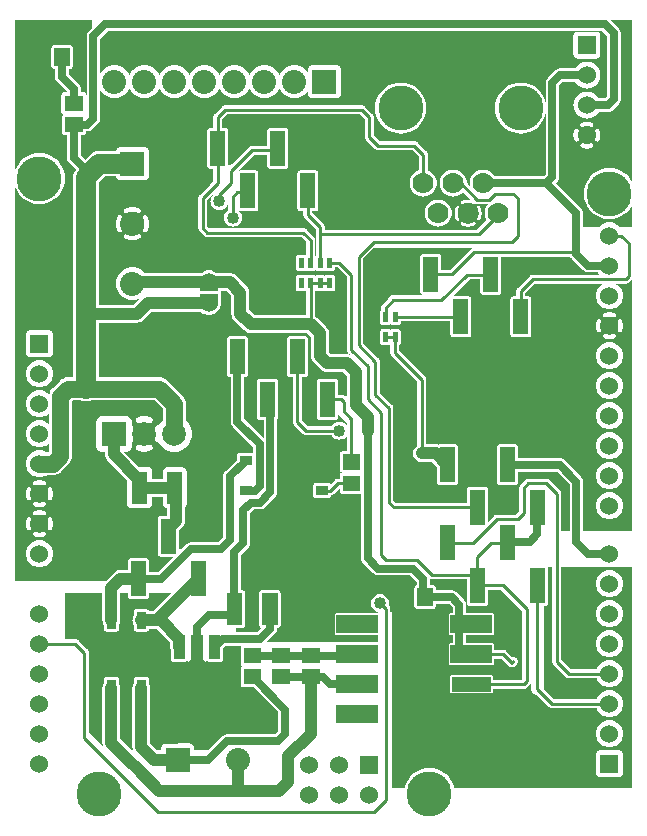
<source format=gbr>
G04 start of page 2 for group 0 idx 0 *
G04 Title: (unknown), component *
G04 Creator: pcb 20140316 *
G04 CreationDate: Tue 01 Nov 2016 05:58:47 PM GMT UTC *
G04 For: ndholmes *
G04 Format: Gerber/RS-274X *
G04 PCB-Dimensions (mil): 2110.00 2710.00 *
G04 PCB-Coordinate-Origin: lower left *
%MOIN*%
%FSLAX25Y25*%
%LNTOP*%
%ADD36C,0.1280*%
%ADD35C,0.0300*%
%ADD34C,0.0480*%
%ADD33C,0.0450*%
%ADD32C,0.1285*%
%ADD31C,0.0380*%
%ADD30C,0.0200*%
%ADD29R,0.0945X0.0945*%
%ADD28R,0.0378X0.0378*%
%ADD27R,0.0600X0.0600*%
%ADD26R,0.0167X0.0167*%
%ADD25R,0.0310X0.0310*%
%ADD24R,0.0500X0.0500*%
%ADD23R,0.0300X0.0300*%
%ADD22R,0.0512X0.0512*%
%ADD21C,0.0700*%
%ADD20C,0.0800*%
%ADD19C,0.0787*%
%ADD18C,0.1500*%
%ADD17C,0.0600*%
%ADD16C,0.0650*%
%ADD15C,0.0550*%
%ADD14C,0.0400*%
%ADD13C,0.0250*%
%ADD12C,0.0100*%
%ADD11C,0.0001*%
G54D11*G36*
X53000Y103093D02*X50857Y103090D01*
X50704Y103053D01*
X50559Y102993D01*
X50424Y102910D01*
X50305Y102808D01*
X50202Y102688D01*
X50120Y102554D01*
X50060Y102409D01*
X50023Y102256D01*
X50014Y102099D01*
X50023Y90289D01*
X50060Y90136D01*
X50120Y89990D01*
X50202Y89856D01*
X50305Y89737D01*
X50424Y89634D01*
X50559Y89552D01*
X50704Y89492D01*
X50857Y89455D01*
X51014Y89446D01*
X55271Y89453D01*
X50167Y84349D01*
X47008D01*
X47005Y88083D01*
X46968Y88236D01*
X46908Y88381D01*
X46826Y88515D01*
X46723Y88635D01*
X46604Y88737D01*
X46469Y88820D01*
X46324Y88880D01*
X46171Y88917D01*
X46014Y88926D01*
X40857Y88917D01*
X40704Y88880D01*
X40559Y88820D01*
X40424Y88737D01*
X40305Y88635D01*
X40202Y88515D01*
X40120Y88381D01*
X40060Y88236D01*
X40023Y88083D01*
X40014Y87926D01*
X40016Y85000D01*
X37618D01*
X37500Y85009D01*
X37029Y84972D01*
X36570Y84862D01*
X36134Y84681D01*
X35731Y84435D01*
X35731Y84434D01*
X35372Y84128D01*
X35296Y84038D01*
X32757Y81500D01*
X14113D01*
Y87802D01*
X14152Y87847D01*
X14522Y88451D01*
X14793Y89105D01*
X14958Y89794D01*
X15000Y90500D01*
X14958Y91206D01*
X14793Y91895D01*
X14522Y92549D01*
X14152Y93153D01*
X14113Y93198D01*
Y98353D01*
X14156Y98360D01*
X14268Y98397D01*
X14373Y98452D01*
X14468Y98522D01*
X14551Y98606D01*
X14619Y98702D01*
X14670Y98808D01*
X14818Y99216D01*
X14922Y99637D01*
X14984Y100067D01*
X15005Y100500D01*
X14984Y100933D01*
X14922Y101363D01*
X14818Y101784D01*
X14675Y102194D01*
X14622Y102300D01*
X14553Y102396D01*
X14470Y102481D01*
X14375Y102551D01*
X14269Y102606D01*
X14157Y102643D01*
X14113Y102651D01*
Y108353D01*
X14156Y108360D01*
X14268Y108397D01*
X14373Y108452D01*
X14468Y108522D01*
X14551Y108606D01*
X14619Y108702D01*
X14670Y108808D01*
X14818Y109216D01*
X14922Y109637D01*
X14984Y110067D01*
X15005Y110500D01*
X14984Y110933D01*
X14922Y111363D01*
X14818Y111784D01*
X14675Y112194D01*
X14622Y112300D01*
X14553Y112396D01*
X14470Y112481D01*
X14375Y112551D01*
X14269Y112606D01*
X14157Y112643D01*
X14113Y112651D01*
Y116000D01*
X38757D01*
X39750Y115008D01*
X39761Y106935D01*
X39820Y106690D01*
X39916Y106457D01*
X40048Y106243D01*
X40211Y106051D01*
X40403Y105888D01*
X40617Y105756D01*
X40850Y105660D01*
X41095Y105601D01*
X41346Y105586D01*
X46715Y105601D01*
X46960Y105660D01*
X47193Y105756D01*
X47407Y105888D01*
X47599Y106051D01*
X47762Y106243D01*
X47894Y106457D01*
X47990Y106690D01*
X48049Y106935D01*
X48064Y107186D01*
X48061Y109500D01*
X51646D01*
X51649Y106966D01*
X51700Y106752D01*
X51785Y106548D01*
X51900Y106361D01*
X52043Y106193D01*
X52211Y106050D01*
X52398Y105935D01*
X52602Y105850D01*
X52816Y105799D01*
X53000Y105788D01*
Y103093D01*
G37*
G36*
X14113Y93198D02*X13692Y93692D01*
X13153Y94152D01*
X12549Y94522D01*
X11895Y94793D01*
X11206Y94958D01*
X10502Y95014D01*
Y95995D01*
X10933Y96016D01*
X11363Y96078D01*
X11784Y96182D01*
X12194Y96325D01*
X12300Y96378D01*
X12396Y96447D01*
X12481Y96530D01*
X12551Y96625D01*
X12606Y96731D01*
X12643Y96843D01*
X12663Y96960D01*
X12664Y97079D01*
X12646Y97196D01*
X12610Y97309D01*
X12557Y97415D01*
X12488Y97512D01*
X12405Y97596D01*
X12309Y97667D01*
X12204Y97721D01*
X12092Y97759D01*
X11975Y97778D01*
X11856Y97779D01*
X11739Y97761D01*
X11626Y97723D01*
X11355Y97624D01*
X11075Y97556D01*
X10789Y97514D01*
X10502Y97500D01*
Y103500D01*
X10789Y103486D01*
X11075Y103444D01*
X11355Y103376D01*
X11628Y103280D01*
X11739Y103242D01*
X11856Y103225D01*
X11974Y103225D01*
X12091Y103245D01*
X12203Y103282D01*
X12307Y103336D01*
X12402Y103406D01*
X12485Y103491D01*
X12554Y103587D01*
X12607Y103692D01*
X12643Y103805D01*
X12660Y103921D01*
X12659Y104039D01*
X12640Y104156D01*
X12603Y104268D01*
X12548Y104373D01*
X12478Y104468D01*
X12394Y104551D01*
X12298Y104619D01*
X12192Y104670D01*
X11784Y104818D01*
X11363Y104922D01*
X10933Y104984D01*
X10502Y105005D01*
Y105995D01*
X10933Y106016D01*
X11363Y106078D01*
X11784Y106182D01*
X12194Y106325D01*
X12300Y106378D01*
X12396Y106447D01*
X12481Y106530D01*
X12551Y106625D01*
X12606Y106731D01*
X12643Y106843D01*
X12663Y106960D01*
X12664Y107079D01*
X12646Y107196D01*
X12610Y107309D01*
X12557Y107415D01*
X12488Y107512D01*
X12405Y107596D01*
X12309Y107667D01*
X12204Y107721D01*
X12092Y107759D01*
X11975Y107778D01*
X11856Y107779D01*
X11739Y107761D01*
X11626Y107723D01*
X11355Y107624D01*
X11075Y107556D01*
X10789Y107514D01*
X10502Y107500D01*
Y113500D01*
X10789Y113486D01*
X11075Y113444D01*
X11355Y113376D01*
X11628Y113280D01*
X11739Y113242D01*
X11856Y113225D01*
X11974Y113225D01*
X12091Y113245D01*
X12203Y113282D01*
X12307Y113336D01*
X12402Y113406D01*
X12485Y113491D01*
X12554Y113587D01*
X12607Y113692D01*
X12643Y113805D01*
X12660Y113921D01*
X12659Y114039D01*
X12640Y114156D01*
X12603Y114268D01*
X12548Y114373D01*
X12478Y114468D01*
X12394Y114551D01*
X12298Y114619D01*
X12192Y114670D01*
X11784Y114818D01*
X11363Y114922D01*
X10933Y114984D01*
X10502Y115005D01*
Y115986D01*
X10676Y116000D01*
X14113D01*
Y112651D01*
X14040Y112663D01*
X13921Y112664D01*
X13804Y112646D01*
X13691Y112610D01*
X13585Y112557D01*
X13488Y112488D01*
X13404Y112405D01*
X13333Y112309D01*
X13279Y112204D01*
X13241Y112092D01*
X13222Y111975D01*
X13221Y111856D01*
X13239Y111739D01*
X13277Y111626D01*
X13376Y111355D01*
X13444Y111075D01*
X13486Y110789D01*
X13500Y110500D01*
X13486Y110211D01*
X13444Y109925D01*
X13376Y109645D01*
X13280Y109372D01*
X13242Y109261D01*
X13225Y109144D01*
X13225Y109026D01*
X13245Y108909D01*
X13282Y108797D01*
X13336Y108693D01*
X13406Y108598D01*
X13491Y108515D01*
X13587Y108446D01*
X13692Y108393D01*
X13805Y108357D01*
X13921Y108340D01*
X14039Y108341D01*
X14113Y108353D01*
Y102651D01*
X14040Y102663D01*
X13921Y102664D01*
X13804Y102646D01*
X13691Y102610D01*
X13585Y102557D01*
X13488Y102488D01*
X13404Y102405D01*
X13333Y102309D01*
X13279Y102204D01*
X13241Y102092D01*
X13222Y101975D01*
X13221Y101856D01*
X13239Y101739D01*
X13277Y101626D01*
X13376Y101355D01*
X13444Y101075D01*
X13486Y100789D01*
X13500Y100500D01*
X13486Y100211D01*
X13444Y99925D01*
X13376Y99645D01*
X13280Y99372D01*
X13242Y99261D01*
X13225Y99144D01*
X13225Y99026D01*
X13245Y98909D01*
X13282Y98797D01*
X13336Y98693D01*
X13406Y98598D01*
X13491Y98515D01*
X13587Y98446D01*
X13692Y98393D01*
X13805Y98357D01*
X13921Y98340D01*
X14039Y98341D01*
X14113Y98353D01*
Y93198D01*
G37*
G36*
Y81500D02*X10502D01*
Y85986D01*
X11206Y86042D01*
X11895Y86207D01*
X12549Y86478D01*
X13153Y86848D01*
X13692Y87308D01*
X14113Y87802D01*
Y81500D01*
G37*
G36*
X6887Y116000D02*X10324D01*
X10500Y115986D01*
X10502Y115986D01*
Y115005D01*
X10500Y115005D01*
X10067Y114984D01*
X9637Y114922D01*
X9216Y114818D01*
X8806Y114675D01*
X8700Y114622D01*
X8604Y114553D01*
X8519Y114470D01*
X8449Y114375D01*
X8394Y114269D01*
X8357Y114157D01*
X8337Y114040D01*
X8336Y113921D01*
X8354Y113804D01*
X8390Y113691D01*
X8443Y113585D01*
X8512Y113488D01*
X8595Y113404D01*
X8691Y113333D01*
X8796Y113279D01*
X8908Y113241D01*
X9025Y113222D01*
X9144Y113221D01*
X9261Y113239D01*
X9374Y113277D01*
X9645Y113376D01*
X9925Y113444D01*
X10211Y113486D01*
X10500Y113500D01*
X10502Y113500D01*
Y107500D01*
X10500Y107500D01*
X10211Y107514D01*
X9925Y107556D01*
X9645Y107624D01*
X9372Y107720D01*
X9261Y107758D01*
X9144Y107775D01*
X9026Y107775D01*
X8909Y107755D01*
X8797Y107718D01*
X8693Y107664D01*
X8598Y107594D01*
X8515Y107509D01*
X8446Y107413D01*
X8393Y107308D01*
X8357Y107195D01*
X8340Y107079D01*
X8341Y106961D01*
X8360Y106844D01*
X8397Y106732D01*
X8452Y106627D01*
X8522Y106532D01*
X8606Y106449D01*
X8702Y106381D01*
X8808Y106330D01*
X9216Y106182D01*
X9637Y106078D01*
X10067Y106016D01*
X10500Y105995D01*
X10502Y105995D01*
Y105005D01*
X10500Y105005D01*
X10067Y104984D01*
X9637Y104922D01*
X9216Y104818D01*
X8806Y104675D01*
X8700Y104622D01*
X8604Y104553D01*
X8519Y104470D01*
X8449Y104375D01*
X8394Y104269D01*
X8357Y104157D01*
X8337Y104040D01*
X8336Y103921D01*
X8354Y103804D01*
X8390Y103691D01*
X8443Y103585D01*
X8512Y103488D01*
X8595Y103404D01*
X8691Y103333D01*
X8796Y103279D01*
X8908Y103241D01*
X9025Y103222D01*
X9144Y103221D01*
X9261Y103239D01*
X9374Y103277D01*
X9645Y103376D01*
X9925Y103444D01*
X10211Y103486D01*
X10500Y103500D01*
X10502Y103500D01*
Y97500D01*
X10500Y97500D01*
X10211Y97514D01*
X9925Y97556D01*
X9645Y97624D01*
X9372Y97720D01*
X9261Y97758D01*
X9144Y97775D01*
X9026Y97775D01*
X8909Y97755D01*
X8797Y97718D01*
X8693Y97664D01*
X8598Y97594D01*
X8515Y97509D01*
X8446Y97413D01*
X8393Y97308D01*
X8357Y97195D01*
X8340Y97079D01*
X8341Y96961D01*
X8360Y96844D01*
X8397Y96732D01*
X8452Y96627D01*
X8522Y96532D01*
X8606Y96449D01*
X8702Y96381D01*
X8808Y96330D01*
X9216Y96182D01*
X9637Y96078D01*
X10067Y96016D01*
X10500Y95995D01*
X10502Y95995D01*
Y95014D01*
X10500Y95014D01*
X9794Y94958D01*
X9105Y94793D01*
X8451Y94522D01*
X7847Y94152D01*
X7308Y93692D01*
X6887Y93198D01*
Y98349D01*
X6960Y98337D01*
X7079Y98336D01*
X7196Y98354D01*
X7309Y98390D01*
X7415Y98443D01*
X7512Y98512D01*
X7596Y98595D01*
X7667Y98691D01*
X7721Y98796D01*
X7759Y98908D01*
X7778Y99025D01*
X7779Y99144D01*
X7761Y99261D01*
X7723Y99374D01*
X7624Y99645D01*
X7556Y99925D01*
X7514Y100211D01*
X7500Y100500D01*
X7514Y100789D01*
X7556Y101075D01*
X7624Y101355D01*
X7720Y101628D01*
X7758Y101739D01*
X7775Y101856D01*
X7775Y101974D01*
X7755Y102091D01*
X7718Y102203D01*
X7664Y102307D01*
X7594Y102402D01*
X7509Y102485D01*
X7413Y102554D01*
X7308Y102607D01*
X7195Y102643D01*
X7079Y102660D01*
X6961Y102659D01*
X6887Y102647D01*
Y108349D01*
X6960Y108337D01*
X7079Y108336D01*
X7196Y108354D01*
X7309Y108390D01*
X7415Y108443D01*
X7512Y108512D01*
X7596Y108595D01*
X7667Y108691D01*
X7721Y108796D01*
X7759Y108908D01*
X7778Y109025D01*
X7779Y109144D01*
X7761Y109261D01*
X7723Y109374D01*
X7624Y109645D01*
X7556Y109925D01*
X7514Y110211D01*
X7500Y110500D01*
X7514Y110789D01*
X7556Y111075D01*
X7624Y111355D01*
X7720Y111628D01*
X7758Y111739D01*
X7775Y111856D01*
X7775Y111974D01*
X7755Y112091D01*
X7718Y112203D01*
X7664Y112307D01*
X7594Y112402D01*
X7509Y112485D01*
X7413Y112554D01*
X7308Y112607D01*
X7195Y112643D01*
X7079Y112660D01*
X6961Y112659D01*
X6887Y112647D01*
Y116000D01*
G37*
G36*
X10502Y81500D02*X6887D01*
Y87802D01*
X7308Y87308D01*
X7847Y86848D01*
X8451Y86478D01*
X9105Y86207D01*
X9794Y86042D01*
X10500Y85986D01*
X10502Y85986D01*
Y81500D01*
G37*
G36*
X6887D02*X2500D01*
Y116000D01*
X6887D01*
Y112647D01*
X6844Y112640D01*
X6732Y112603D01*
X6627Y112548D01*
X6532Y112478D01*
X6449Y112394D01*
X6381Y112298D01*
X6330Y112192D01*
X6182Y111784D01*
X6078Y111363D01*
X6016Y110933D01*
X5995Y110500D01*
X6016Y110067D01*
X6078Y109637D01*
X6182Y109216D01*
X6325Y108806D01*
X6378Y108700D01*
X6447Y108604D01*
X6530Y108519D01*
X6625Y108449D01*
X6731Y108394D01*
X6843Y108357D01*
X6887Y108349D01*
Y102647D01*
X6844Y102640D01*
X6732Y102603D01*
X6627Y102548D01*
X6532Y102478D01*
X6449Y102394D01*
X6381Y102298D01*
X6330Y102192D01*
X6182Y101784D01*
X6078Y101363D01*
X6016Y100933D01*
X5995Y100500D01*
X6016Y100067D01*
X6078Y99637D01*
X6182Y99216D01*
X6325Y98806D01*
X6378Y98700D01*
X6447Y98604D01*
X6530Y98519D01*
X6625Y98449D01*
X6731Y98394D01*
X6843Y98357D01*
X6887Y98349D01*
Y93198D01*
X6848Y93153D01*
X6478Y92549D01*
X6207Y91895D01*
X6042Y91206D01*
X5986Y90500D01*
X6042Y89794D01*
X6207Y89105D01*
X6478Y88451D01*
X6848Y87847D01*
X6887Y87802D01*
Y81500D01*
G37*
G36*
X45402Y105597D02*X46715Y105601D01*
X46960Y105660D01*
X47193Y105756D01*
X47407Y105888D01*
X47599Y106051D01*
X47762Y106243D01*
X47894Y106457D01*
X47990Y106690D01*
X48049Y106935D01*
X48064Y107186D01*
X48061Y109500D01*
X51646D01*
X51649Y106966D01*
X51700Y106752D01*
X51785Y106548D01*
X51900Y106361D01*
X52043Y106193D01*
X52211Y106050D01*
X52398Y105935D01*
X52602Y105850D01*
X52816Y105799D01*
X53000Y105788D01*
Y105500D01*
X45402D01*
Y105597D01*
G37*
G36*
X46464Y119414D02*X45402Y119411D01*
Y124456D01*
X45964Y124483D01*
X46523Y124563D01*
X47072Y124696D01*
X47606Y124881D01*
X47748Y124950D01*
X47877Y125042D01*
X47991Y125152D01*
X48085Y125279D01*
X48159Y125419D01*
X48209Y125568D01*
X48236Y125724D01*
X48238Y125882D01*
X48215Y126039D01*
X48168Y126190D01*
X48098Y126331D01*
X48007Y126461D01*
X47896Y126574D01*
X47770Y126668D01*
X47630Y126742D01*
X47480Y126792D01*
X47324Y126819D01*
X47166Y126821D01*
X47010Y126798D01*
X46860Y126748D01*
X46508Y126622D01*
X46144Y126534D01*
X45774Y126481D01*
X45402Y126463D01*
Y134337D01*
X45774Y134319D01*
X46144Y134266D01*
X46508Y134178D01*
X46861Y134056D01*
X47011Y134006D01*
X47166Y133983D01*
X47324Y133985D01*
X47479Y134012D01*
X47628Y134062D01*
X47767Y134136D01*
X47893Y134230D01*
X48003Y134342D01*
X48094Y134471D01*
X48164Y134612D01*
X48211Y134762D01*
X48233Y134918D01*
X48232Y135075D01*
X48205Y135231D01*
X48154Y135380D01*
X48081Y135519D01*
X47987Y135645D01*
X47875Y135755D01*
X47746Y135846D01*
X47604Y135913D01*
X47072Y136104D01*
X46523Y136237D01*
X45964Y136317D01*
X45402Y136344D01*
Y141750D01*
X48947D01*
X51750Y138947D01*
Y135090D01*
X51189Y134611D01*
X50582Y133900D01*
X50165Y133221D01*
X50076Y133236D01*
X49918Y133238D01*
X49761Y133215D01*
X49610Y133168D01*
X49469Y133098D01*
X49339Y133007D01*
X49226Y132896D01*
X49132Y132770D01*
X49058Y132630D01*
X49008Y132480D01*
X48981Y132324D01*
X48979Y132166D01*
X49002Y132010D01*
X49052Y131860D01*
X49178Y131508D01*
X49266Y131144D01*
X49319Y130774D01*
X49337Y130400D01*
X49319Y130026D01*
X49266Y129656D01*
X49178Y129292D01*
X49056Y128939D01*
X49006Y128789D01*
X48983Y128634D01*
X48985Y128476D01*
X49012Y128321D01*
X49062Y128172D01*
X49136Y128033D01*
X49230Y127907D01*
X49342Y127797D01*
X49471Y127706D01*
X49612Y127636D01*
X49762Y127589D01*
X49918Y127567D01*
X50075Y127568D01*
X50163Y127583D01*
X50582Y126900D01*
X51189Y126189D01*
X51900Y125582D01*
X52696Y125094D01*
X53560Y124736D01*
X54468Y124518D01*
X55400Y124445D01*
X55500Y124453D01*
Y119208D01*
X52816Y119201D01*
X52602Y119150D01*
X52398Y119065D01*
X52211Y118950D01*
X52043Y118807D01*
X51900Y118639D01*
X51785Y118452D01*
X51700Y118248D01*
X51649Y118034D01*
X51636Y117814D01*
X51639Y115500D01*
X48053D01*
X48049Y118065D01*
X47990Y118310D01*
X47894Y118543D01*
X47762Y118757D01*
X47599Y118949D01*
X47407Y119112D01*
X47193Y119244D01*
X46960Y119340D01*
X46715Y119399D01*
X46464Y119414D01*
G37*
G36*
X45402Y119411D02*X43836Y119407D01*
X38763Y124480D01*
X39651Y124482D01*
X39957Y124555D01*
X40248Y124675D01*
X40516Y124840D01*
X40756Y125044D01*
X40960Y125284D01*
X41125Y125552D01*
X41245Y125843D01*
X41318Y126149D01*
X41337Y126463D01*
X41334Y127704D01*
X41461Y127793D01*
X41574Y127904D01*
X41668Y128030D01*
X41742Y128170D01*
X41792Y128320D01*
X41819Y128476D01*
X41821Y128634D01*
X41798Y128790D01*
X41748Y128940D01*
X41622Y129292D01*
X41534Y129656D01*
X41481Y130026D01*
X41463Y130400D01*
X41481Y130774D01*
X41534Y131144D01*
X41622Y131508D01*
X41744Y131861D01*
X41794Y132011D01*
X41817Y132166D01*
X41815Y132324D01*
X41788Y132479D01*
X41738Y132628D01*
X41664Y132767D01*
X41570Y132893D01*
X41458Y133003D01*
X41329Y133094D01*
X41322Y133098D01*
X41318Y134651D01*
X41245Y134957D01*
X41125Y135248D01*
X40960Y135516D01*
X40756Y135756D01*
X40516Y135960D01*
X40248Y136125D01*
X39957Y136245D01*
X39651Y136318D01*
X39337Y136337D01*
X31149Y136318D01*
X30843Y136245D01*
X30552Y136125D01*
X30284Y135960D01*
X30044Y135756D01*
X29840Y135516D01*
X29675Y135248D01*
X29555Y134957D01*
X29482Y134651D01*
X29463Y134337D01*
X29482Y126149D01*
X29555Y125843D01*
X29675Y125552D01*
X29840Y125284D01*
X30044Y125044D01*
X30284Y124840D01*
X30552Y124675D01*
X30843Y124555D01*
X31149Y124482D01*
X31463Y124463D01*
X32400Y124465D01*
Y123718D01*
X32391Y123600D01*
X32428Y123129D01*
X32538Y122670D01*
X32719Y122234D01*
X32965Y121831D01*
X32966Y121831D01*
X33272Y121472D01*
X33362Y121396D01*
X39750Y115008D01*
X39761Y106935D01*
X39820Y106690D01*
X39916Y106457D01*
X40048Y106243D01*
X40211Y106051D01*
X40403Y105888D01*
X40617Y105756D01*
X40850Y105660D01*
X41095Y105601D01*
X41346Y105586D01*
X45402Y105597D01*
Y105500D01*
X23000D01*
Y141750D01*
X23986D01*
X24065Y141702D01*
X24683Y141446D01*
X25333Y141289D01*
X26000Y141237D01*
X26667Y141289D01*
X27317Y141446D01*
X27935Y141702D01*
X28014Y141750D01*
X45402D01*
Y136344D01*
X45400Y136344D01*
X44836Y136317D01*
X44277Y136237D01*
X43728Y136104D01*
X43194Y135919D01*
X43052Y135850D01*
X42923Y135758D01*
X42809Y135648D01*
X42715Y135521D01*
X42641Y135381D01*
X42591Y135232D01*
X42564Y135076D01*
X42562Y134918D01*
X42585Y134761D01*
X42632Y134610D01*
X42702Y134469D01*
X42793Y134339D01*
X42904Y134226D01*
X43030Y134132D01*
X43170Y134058D01*
X43320Y134008D01*
X43476Y133981D01*
X43634Y133979D01*
X43790Y134002D01*
X43940Y134052D01*
X44292Y134178D01*
X44656Y134266D01*
X45026Y134319D01*
X45400Y134337D01*
X45402Y134337D01*
Y126463D01*
X45400Y126463D01*
X45026Y126481D01*
X44656Y126534D01*
X44292Y126622D01*
X43939Y126744D01*
X43789Y126794D01*
X43634Y126817D01*
X43476Y126815D01*
X43321Y126788D01*
X43172Y126738D01*
X43033Y126664D01*
X42907Y126570D01*
X42797Y126458D01*
X42706Y126329D01*
X42636Y126188D01*
X42589Y126038D01*
X42567Y125882D01*
X42568Y125725D01*
X42595Y125569D01*
X42646Y125420D01*
X42719Y125281D01*
X42813Y125155D01*
X42925Y125045D01*
X43054Y124954D01*
X43196Y124887D01*
X43728Y124696D01*
X44277Y124563D01*
X44836Y124483D01*
X45400Y124456D01*
X45402Y124456D01*
Y119411D01*
G37*
G36*
X71650Y112500D02*X59548D01*
X59541Y118034D01*
X59490Y118248D01*
X59405Y118452D01*
X59290Y118639D01*
X59147Y118807D01*
X58979Y118950D01*
X58792Y119065D01*
X58588Y119150D01*
X58374Y119201D01*
X58154Y119214D01*
X52816Y119201D01*
X52602Y119150D01*
X52398Y119065D01*
X52211Y118950D01*
X52043Y118807D01*
X51900Y118639D01*
X51785Y118452D01*
X51700Y118248D01*
X51649Y118034D01*
X51636Y117814D01*
X51639Y115500D01*
X48053D01*
X48049Y118065D01*
X47990Y118310D01*
X47894Y118543D01*
X47762Y118757D01*
X47599Y118949D01*
X47407Y119112D01*
X47193Y119244D01*
X46960Y119340D01*
X46715Y119399D01*
X46464Y119414D01*
X45402Y119411D01*
Y124456D01*
X45964Y124483D01*
X46523Y124563D01*
X47072Y124696D01*
X47606Y124881D01*
X47748Y124950D01*
X47877Y125042D01*
X47991Y125152D01*
X48085Y125279D01*
X48159Y125419D01*
X48209Y125568D01*
X48236Y125724D01*
X48238Y125882D01*
X48215Y126039D01*
X48168Y126190D01*
X48098Y126331D01*
X48007Y126461D01*
X47896Y126574D01*
X47770Y126668D01*
X47630Y126742D01*
X47480Y126792D01*
X47324Y126819D01*
X47166Y126821D01*
X47010Y126798D01*
X46860Y126748D01*
X46508Y126622D01*
X46144Y126534D01*
X45774Y126481D01*
X45402Y126463D01*
Y134337D01*
X45774Y134319D01*
X46144Y134266D01*
X46508Y134178D01*
X46861Y134056D01*
X47011Y134006D01*
X47166Y133983D01*
X47324Y133985D01*
X47479Y134012D01*
X47628Y134062D01*
X47767Y134136D01*
X47893Y134230D01*
X48003Y134342D01*
X48094Y134471D01*
X48164Y134612D01*
X48211Y134762D01*
X48233Y134918D01*
X48232Y135075D01*
X48205Y135231D01*
X48154Y135380D01*
X48081Y135519D01*
X47987Y135645D01*
X47875Y135755D01*
X47746Y135846D01*
X47604Y135913D01*
X47072Y136104D01*
X46523Y136237D01*
X45964Y136317D01*
X45402Y136344D01*
Y141750D01*
X48947D01*
X51750Y138947D01*
Y135090D01*
X51189Y134611D01*
X50582Y133900D01*
X50165Y133221D01*
X50076Y133236D01*
X49918Y133238D01*
X49761Y133215D01*
X49610Y133168D01*
X49469Y133098D01*
X49339Y133007D01*
X49226Y132896D01*
X49132Y132770D01*
X49058Y132630D01*
X49008Y132480D01*
X48981Y132324D01*
X48979Y132166D01*
X49002Y132010D01*
X49052Y131860D01*
X49178Y131508D01*
X49266Y131144D01*
X49319Y130774D01*
X49337Y130400D01*
X49319Y130026D01*
X49266Y129656D01*
X49178Y129292D01*
X49056Y128939D01*
X49006Y128789D01*
X48983Y128634D01*
X48985Y128476D01*
X49012Y128321D01*
X49062Y128172D01*
X49136Y128033D01*
X49230Y127907D01*
X49342Y127797D01*
X49471Y127706D01*
X49612Y127636D01*
X49762Y127589D01*
X49918Y127567D01*
X50075Y127568D01*
X50163Y127583D01*
X50582Y126900D01*
X51189Y126189D01*
X51900Y125582D01*
X52696Y125094D01*
X53560Y124736D01*
X54468Y124518D01*
X55400Y124445D01*
X56332Y124518D01*
X57240Y124736D01*
X58104Y125094D01*
X58900Y125582D01*
X59611Y126189D01*
X60218Y126900D01*
X60706Y127696D01*
X61064Y128560D01*
X61282Y129468D01*
X61337Y130400D01*
X61282Y131332D01*
X61064Y132240D01*
X60706Y133104D01*
X60218Y133900D01*
X59611Y134611D01*
X59250Y134919D01*
Y140353D01*
X59262Y140500D01*
X59215Y141088D01*
X59215Y141088D01*
X59077Y141662D01*
X58852Y142208D01*
X58543Y142711D01*
X58160Y143160D01*
X58048Y143256D01*
X57303Y144000D01*
X74250D01*
Y134588D01*
X74243Y134500D01*
X74271Y134147D01*
Y134147D01*
X74354Y133803D01*
X74489Y133475D01*
X74500Y133458D01*
Y119932D01*
X72900Y118332D01*
X72614Y118157D01*
X72333Y117917D01*
X72093Y117636D01*
X71900Y117320D01*
X71758Y116978D01*
X71672Y116619D01*
X71650Y116250D01*
Y112500D01*
G37*
G36*
X45402Y119411D02*X43836Y119407D01*
X38763Y124480D01*
X39651Y124482D01*
X39957Y124555D01*
X40248Y124675D01*
X40516Y124840D01*
X40756Y125044D01*
X40960Y125284D01*
X41125Y125552D01*
X41245Y125843D01*
X41318Y126149D01*
X41337Y126463D01*
X41334Y127704D01*
X41461Y127793D01*
X41574Y127904D01*
X41668Y128030D01*
X41742Y128170D01*
X41792Y128320D01*
X41819Y128476D01*
X41821Y128634D01*
X41798Y128790D01*
X41748Y128940D01*
X41622Y129292D01*
X41534Y129656D01*
X41481Y130026D01*
X41463Y130400D01*
X41481Y130774D01*
X41534Y131144D01*
X41622Y131508D01*
X41744Y131861D01*
X41794Y132011D01*
X41817Y132166D01*
X41815Y132324D01*
X41788Y132479D01*
X41738Y132628D01*
X41664Y132767D01*
X41570Y132893D01*
X41458Y133003D01*
X41329Y133094D01*
X41322Y133098D01*
X41318Y134651D01*
X41245Y134957D01*
X41125Y135248D01*
X40960Y135516D01*
X40756Y135756D01*
X40516Y135960D01*
X40248Y136125D01*
X39957Y136245D01*
X39651Y136318D01*
X39337Y136337D01*
X36500Y136331D01*
Y141750D01*
X45402D01*
Y136344D01*
X45400Y136344D01*
X44836Y136317D01*
X44277Y136237D01*
X43728Y136104D01*
X43194Y135919D01*
X43052Y135850D01*
X42923Y135758D01*
X42809Y135648D01*
X42715Y135521D01*
X42641Y135381D01*
X42591Y135232D01*
X42564Y135076D01*
X42562Y134918D01*
X42585Y134761D01*
X42632Y134610D01*
X42702Y134469D01*
X42793Y134339D01*
X42904Y134226D01*
X43030Y134132D01*
X43170Y134058D01*
X43320Y134008D01*
X43476Y133981D01*
X43634Y133979D01*
X43790Y134002D01*
X43940Y134052D01*
X44292Y134178D01*
X44656Y134266D01*
X45026Y134319D01*
X45400Y134337D01*
X45402Y134337D01*
Y126463D01*
X45400Y126463D01*
X45026Y126481D01*
X44656Y126534D01*
X44292Y126622D01*
X43939Y126744D01*
X43789Y126794D01*
X43634Y126817D01*
X43476Y126815D01*
X43321Y126788D01*
X43172Y126738D01*
X43033Y126664D01*
X42907Y126570D01*
X42797Y126458D01*
X42706Y126329D01*
X42636Y126188D01*
X42589Y126038D01*
X42567Y125882D01*
X42568Y125725D01*
X42595Y125569D01*
X42646Y125420D01*
X42719Y125281D01*
X42813Y125155D01*
X42925Y125045D01*
X43054Y124954D01*
X43196Y124887D01*
X43728Y124696D01*
X44277Y124563D01*
X44836Y124483D01*
X45400Y124456D01*
X45402Y124456D01*
Y119411D01*
G37*
G36*
X10498Y125986D02*X10500Y125986D01*
X11206Y126042D01*
X11895Y126207D01*
X12549Y126478D01*
X13153Y126848D01*
X13692Y127308D01*
X13750Y127376D01*
Y124553D01*
X13447Y124250D01*
X12993D01*
X12549Y124522D01*
X11895Y124793D01*
X11206Y124958D01*
X10500Y125014D01*
X10498Y125014D01*
Y125986D01*
G37*
G36*
Y135986D02*X10500Y135986D01*
X11206Y136042D01*
X11895Y136207D01*
X12549Y136478D01*
X13153Y136848D01*
X13692Y137308D01*
X13750Y137376D01*
Y133624D01*
X13692Y133692D01*
X13153Y134152D01*
X12549Y134522D01*
X11895Y134793D01*
X11206Y134958D01*
X10500Y135014D01*
X10498Y135014D01*
Y135986D01*
G37*
G36*
Y206974D02*X10500Y206974D01*
X11834Y207079D01*
X13135Y207391D01*
X14371Y207903D01*
X15512Y208602D01*
X16529Y209471D01*
X17398Y210488D01*
X18097Y211629D01*
X18609Y212865D01*
X18761Y213500D01*
X21750D01*
Y149250D01*
X20147D01*
X20000Y149262D01*
X19412Y149215D01*
X18838Y149077D01*
X18292Y148852D01*
X17789Y148543D01*
X17789Y148543D01*
X17340Y148160D01*
X17244Y148048D01*
X14952Y145756D01*
X14840Y145660D01*
X14457Y145211D01*
X14148Y144708D01*
X13923Y144162D01*
X13785Y143588D01*
X13785Y143588D01*
X13784Y143583D01*
X13692Y143692D01*
X13153Y144152D01*
X12549Y144522D01*
X11895Y144793D01*
X11206Y144958D01*
X10500Y145014D01*
X10498Y145014D01*
Y145986D01*
X10500Y145986D01*
X11206Y146042D01*
X11895Y146207D01*
X12549Y146478D01*
X13153Y146848D01*
X13692Y147308D01*
X14152Y147847D01*
X14522Y148451D01*
X14793Y149105D01*
X14958Y149794D01*
X15000Y150500D01*
X14958Y151206D01*
X14793Y151895D01*
X14522Y152549D01*
X14152Y153153D01*
X13692Y153692D01*
X13153Y154152D01*
X12549Y154522D01*
X11895Y154793D01*
X11206Y154958D01*
X10500Y155014D01*
X10498Y155014D01*
Y156007D01*
X13735Y156014D01*
X13965Y156069D01*
X14183Y156159D01*
X14384Y156283D01*
X14564Y156436D01*
X14717Y156616D01*
X14841Y156817D01*
X14931Y157035D01*
X14986Y157265D01*
X15000Y157500D01*
X14986Y163735D01*
X14931Y163965D01*
X14841Y164183D01*
X14717Y164384D01*
X14564Y164564D01*
X14384Y164717D01*
X14183Y164841D01*
X13965Y164931D01*
X13735Y164986D01*
X13500Y165000D01*
X10498Y164993D01*
Y206974D01*
G37*
G36*
X64354Y171100D02*X64642Y170854D01*
X65178Y170525D01*
X65760Y170284D01*
X66372Y170137D01*
X67000Y170088D01*
X67628Y170137D01*
X68240Y170284D01*
X68822Y170525D01*
X69358Y170854D01*
X69837Y171263D01*
X70246Y171742D01*
X70575Y172278D01*
X70816Y172860D01*
X70963Y173472D01*
X70991Y173943D01*
X70991Y173943D01*
X71000Y174100D01*
X70991Y177257D01*
X70954Y177410D01*
X70917Y177500D01*
X70954Y177590D01*
X70991Y177743D01*
X71000Y177900D01*
Y177900D01*
X72857D01*
X74500Y176257D01*
Y170618D01*
X74491Y170500D01*
X74500Y170382D01*
Y162905D01*
X73843Y162904D01*
X73690Y162867D01*
X73545Y162807D01*
X73410Y162725D01*
X73291Y162622D01*
X73188Y162503D01*
X73106Y162368D01*
X73046Y162223D01*
X73009Y162070D01*
X73000Y161913D01*
X73009Y150103D01*
X73046Y149950D01*
X73106Y149805D01*
X73188Y149670D01*
X73291Y149551D01*
X73410Y149448D01*
X73545Y149366D01*
X73690Y149306D01*
X73843Y149269D01*
X74000Y149260D01*
X74250Y149260D01*
Y134588D01*
X74243Y134500D01*
X74271Y134147D01*
Y134147D01*
X74354Y133803D01*
X74489Y133475D01*
X74500Y133458D01*
Y119932D01*
X72900Y118332D01*
X72614Y118157D01*
X72333Y117917D01*
X72093Y117636D01*
X71900Y117320D01*
X71758Y116978D01*
X71672Y116619D01*
X71650Y116250D01*
Y110500D01*
X59550D01*
X59541Y118034D01*
X59490Y118248D01*
X59405Y118452D01*
X59290Y118639D01*
X59147Y118807D01*
X58979Y118950D01*
X58792Y119065D01*
X58588Y119150D01*
X58374Y119201D01*
X58154Y119214D01*
X52816Y119201D01*
X52602Y119150D01*
X52398Y119065D01*
X52211Y118950D01*
X52043Y118807D01*
X51900Y118639D01*
X51785Y118452D01*
X51700Y118248D01*
X51649Y118034D01*
X51636Y117814D01*
X51639Y115500D01*
X48053D01*
X48049Y118065D01*
X47990Y118310D01*
X47894Y118543D01*
X47762Y118757D01*
X47599Y118949D01*
X47407Y119112D01*
X47193Y119244D01*
X46960Y119340D01*
X46715Y119399D01*
X46464Y119414D01*
X45402Y119411D01*
Y124456D01*
X45964Y124483D01*
X46523Y124563D01*
X47072Y124696D01*
X47606Y124881D01*
X47748Y124950D01*
X47877Y125042D01*
X47991Y125152D01*
X48085Y125279D01*
X48159Y125419D01*
X48209Y125568D01*
X48236Y125724D01*
X48238Y125882D01*
X48215Y126039D01*
X48168Y126190D01*
X48098Y126331D01*
X48007Y126461D01*
X47896Y126574D01*
X47770Y126668D01*
X47630Y126742D01*
X47480Y126792D01*
X47324Y126819D01*
X47166Y126821D01*
X47010Y126798D01*
X46860Y126748D01*
X46508Y126622D01*
X46144Y126534D01*
X45774Y126481D01*
X45402Y126463D01*
Y134337D01*
X45774Y134319D01*
X46144Y134266D01*
X46508Y134178D01*
X46861Y134056D01*
X47011Y134006D01*
X47166Y133983D01*
X47324Y133985D01*
X47479Y134012D01*
X47628Y134062D01*
X47767Y134136D01*
X47893Y134230D01*
X48003Y134342D01*
X48094Y134471D01*
X48164Y134612D01*
X48211Y134762D01*
X48233Y134918D01*
X48232Y135075D01*
X48205Y135231D01*
X48154Y135380D01*
X48081Y135519D01*
X47987Y135645D01*
X47875Y135755D01*
X47746Y135846D01*
X47604Y135913D01*
X47072Y136104D01*
X46523Y136237D01*
X45964Y136317D01*
X45402Y136344D01*
Y141750D01*
X48947D01*
X51750Y138947D01*
Y135090D01*
X51189Y134611D01*
X50582Y133900D01*
X50165Y133221D01*
X50076Y133236D01*
X49918Y133238D01*
X49761Y133215D01*
X49610Y133168D01*
X49469Y133098D01*
X49339Y133007D01*
X49226Y132896D01*
X49132Y132770D01*
X49058Y132630D01*
X49008Y132480D01*
X48981Y132324D01*
X48979Y132166D01*
X49002Y132010D01*
X49052Y131860D01*
X49178Y131508D01*
X49266Y131144D01*
X49319Y130774D01*
X49337Y130400D01*
X49319Y130026D01*
X49266Y129656D01*
X49178Y129292D01*
X49056Y128939D01*
X49006Y128789D01*
X48983Y128634D01*
X48985Y128476D01*
X49012Y128321D01*
X49062Y128172D01*
X49136Y128033D01*
X49230Y127907D01*
X49342Y127797D01*
X49471Y127706D01*
X49612Y127636D01*
X49762Y127589D01*
X49918Y127567D01*
X50075Y127568D01*
X50163Y127583D01*
X50582Y126900D01*
X51189Y126189D01*
X51900Y125582D01*
X52696Y125094D01*
X53560Y124736D01*
X54468Y124518D01*
X55400Y124445D01*
X56332Y124518D01*
X57240Y124736D01*
X58104Y125094D01*
X58900Y125582D01*
X59611Y126189D01*
X60218Y126900D01*
X60706Y127696D01*
X61064Y128560D01*
X61282Y129468D01*
X61337Y130400D01*
X61282Y131332D01*
X61064Y132240D01*
X60706Y133104D01*
X60218Y133900D01*
X59611Y134611D01*
X59250Y134919D01*
Y140353D01*
X59262Y140500D01*
X59215Y141088D01*
X59215Y141088D01*
X59077Y141662D01*
X58852Y142208D01*
X58543Y142711D01*
X58160Y143160D01*
X58048Y143256D01*
X53256Y148048D01*
X53160Y148160D01*
X52711Y148543D01*
X52711Y148543D01*
X52208Y148852D01*
X51662Y149077D01*
X51088Y149215D01*
X50500Y149262D01*
X50353Y149250D01*
X45402D01*
Y168660D01*
X47843Y171100D01*
X64354D01*
G37*
G36*
X45402Y149250D02*X30250D01*
Y167500D01*
X42882D01*
X43000Y167491D01*
X43471Y167528D01*
X43471Y167528D01*
X43930Y167638D01*
X44366Y167819D01*
X44769Y168065D01*
X45128Y168372D01*
X45204Y168462D01*
X45402Y168660D01*
Y149250D01*
G37*
G36*
Y119411D02*X43836Y119407D01*
X38763Y124480D01*
X39651Y124482D01*
X39957Y124555D01*
X40248Y124675D01*
X40516Y124840D01*
X40756Y125044D01*
X40960Y125284D01*
X41125Y125552D01*
X41245Y125843D01*
X41318Y126149D01*
X41337Y126463D01*
X41334Y127704D01*
X41461Y127793D01*
X41574Y127904D01*
X41668Y128030D01*
X41742Y128170D01*
X41792Y128320D01*
X41819Y128476D01*
X41821Y128634D01*
X41798Y128790D01*
X41748Y128940D01*
X41622Y129292D01*
X41534Y129656D01*
X41481Y130026D01*
X41463Y130400D01*
X41481Y130774D01*
X41534Y131144D01*
X41622Y131508D01*
X41744Y131861D01*
X41794Y132011D01*
X41817Y132166D01*
X41815Y132324D01*
X41788Y132479D01*
X41738Y132628D01*
X41664Y132767D01*
X41570Y132893D01*
X41458Y133003D01*
X41329Y133094D01*
X41322Y133098D01*
X41318Y134651D01*
X41245Y134957D01*
X41125Y135248D01*
X40960Y135516D01*
X40756Y135756D01*
X40516Y135960D01*
X40248Y136125D01*
X39957Y136245D01*
X39651Y136318D01*
X39337Y136337D01*
X31149Y136318D01*
X30843Y136245D01*
X30552Y136125D01*
X30284Y135960D01*
X30044Y135756D01*
X29840Y135516D01*
X29675Y135248D01*
X29555Y134957D01*
X29482Y134651D01*
X29463Y134337D01*
X29482Y126149D01*
X29555Y125843D01*
X29675Y125552D01*
X29840Y125284D01*
X30044Y125044D01*
X30284Y124840D01*
X30552Y124675D01*
X30843Y124555D01*
X31149Y124482D01*
X31463Y124463D01*
X32400Y124465D01*
Y123718D01*
X32391Y123600D01*
X32428Y123129D01*
X32538Y122670D01*
X32719Y122234D01*
X32965Y121831D01*
X32966Y121831D01*
X33272Y121472D01*
X33362Y121396D01*
X39750Y115008D01*
X39756Y110500D01*
X15005D01*
X14984Y110933D01*
X14922Y111363D01*
X14818Y111784D01*
X14675Y112194D01*
X14622Y112300D01*
X14553Y112396D01*
X14470Y112481D01*
X14375Y112551D01*
X14269Y112606D01*
X14157Y112643D01*
X14040Y112663D01*
X13921Y112664D01*
X13804Y112646D01*
X13691Y112610D01*
X13585Y112557D01*
X13488Y112488D01*
X13404Y112405D01*
X13333Y112309D01*
X13279Y112204D01*
X13241Y112092D01*
X13222Y111975D01*
X13221Y111856D01*
X13239Y111739D01*
X13277Y111626D01*
X13376Y111355D01*
X13444Y111075D01*
X13486Y110789D01*
X13500Y110500D01*
X10498D01*
Y113500D01*
X10500Y113500D01*
X10789Y113486D01*
X11075Y113444D01*
X11355Y113376D01*
X11628Y113280D01*
X11739Y113242D01*
X11856Y113225D01*
X11974Y113225D01*
X12091Y113245D01*
X12203Y113282D01*
X12307Y113336D01*
X12402Y113406D01*
X12485Y113491D01*
X12554Y113587D01*
X12607Y113692D01*
X12643Y113805D01*
X12660Y113921D01*
X12659Y114039D01*
X12640Y114156D01*
X12603Y114268D01*
X12548Y114373D01*
X12478Y114468D01*
X12394Y114551D01*
X12298Y114619D01*
X12192Y114670D01*
X11784Y114818D01*
X11363Y114922D01*
X10933Y114984D01*
X10500Y115005D01*
X10498Y115005D01*
Y115986D01*
X10500Y115986D01*
X11206Y116042D01*
X11895Y116207D01*
X12549Y116478D01*
X12993Y116750D01*
X14853D01*
X15000Y116738D01*
X15588Y116785D01*
X15588Y116785D01*
X16162Y116923D01*
X16708Y117148D01*
X17211Y117457D01*
X17660Y117840D01*
X17756Y117952D01*
X20048Y120244D01*
X20160Y120340D01*
X20543Y120789D01*
X20543Y120789D01*
X20852Y121292D01*
X21077Y121838D01*
X21215Y122412D01*
X21262Y123000D01*
X21250Y123147D01*
Y141447D01*
X21553Y141750D01*
X23986D01*
X24065Y141702D01*
X24683Y141446D01*
X25333Y141289D01*
X26000Y141237D01*
X26667Y141289D01*
X27317Y141446D01*
X27935Y141702D01*
X28014Y141750D01*
X45402D01*
Y136344D01*
X45400Y136344D01*
X44836Y136317D01*
X44277Y136237D01*
X43728Y136104D01*
X43194Y135919D01*
X43052Y135850D01*
X42923Y135758D01*
X42809Y135648D01*
X42715Y135521D01*
X42641Y135381D01*
X42591Y135232D01*
X42564Y135076D01*
X42562Y134918D01*
X42585Y134761D01*
X42632Y134610D01*
X42702Y134469D01*
X42793Y134339D01*
X42904Y134226D01*
X43030Y134132D01*
X43170Y134058D01*
X43320Y134008D01*
X43476Y133981D01*
X43634Y133979D01*
X43790Y134002D01*
X43940Y134052D01*
X44292Y134178D01*
X44656Y134266D01*
X45026Y134319D01*
X45400Y134337D01*
X45402Y134337D01*
Y126463D01*
X45400Y126463D01*
X45026Y126481D01*
X44656Y126534D01*
X44292Y126622D01*
X43939Y126744D01*
X43789Y126794D01*
X43634Y126817D01*
X43476Y126815D01*
X43321Y126788D01*
X43172Y126738D01*
X43033Y126664D01*
X42907Y126570D01*
X42797Y126458D01*
X42706Y126329D01*
X42636Y126188D01*
X42589Y126038D01*
X42567Y125882D01*
X42568Y125725D01*
X42595Y125569D01*
X42646Y125420D01*
X42719Y125281D01*
X42813Y125155D01*
X42925Y125045D01*
X43054Y124954D01*
X43196Y124887D01*
X43728Y124696D01*
X44277Y124563D01*
X44836Y124483D01*
X45400Y124456D01*
X45402Y124456D01*
Y119411D01*
G37*
G36*
X10498Y110500D02*X7500D01*
X7514Y110789D01*
X7556Y111075D01*
X7624Y111355D01*
X7720Y111628D01*
X7758Y111739D01*
X7775Y111856D01*
X7775Y111974D01*
X7755Y112091D01*
X7718Y112203D01*
X7664Y112307D01*
X7594Y112402D01*
X7509Y112485D01*
X7413Y112554D01*
X7308Y112607D01*
X7195Y112643D01*
X7079Y112660D01*
X6961Y112659D01*
X6844Y112640D01*
X6732Y112603D01*
X6627Y112548D01*
X6532Y112478D01*
X6449Y112394D01*
X6381Y112298D01*
X6330Y112192D01*
X6182Y111784D01*
X6078Y111363D01*
X6016Y110933D01*
X5995Y110500D01*
X2500D01*
Y212602D01*
X2903Y211629D01*
X3602Y210488D01*
X4471Y209471D01*
X5488Y208602D01*
X6629Y207903D01*
X7865Y207391D01*
X9166Y207079D01*
X10498Y206974D01*
Y164993D01*
X7265Y164986D01*
X7035Y164931D01*
X6817Y164841D01*
X6616Y164717D01*
X6436Y164564D01*
X6283Y164384D01*
X6159Y164183D01*
X6069Y163965D01*
X6014Y163735D01*
X6000Y163500D01*
X6014Y157265D01*
X6069Y157035D01*
X6159Y156817D01*
X6283Y156616D01*
X6436Y156436D01*
X6616Y156283D01*
X6817Y156159D01*
X7035Y156069D01*
X7265Y156014D01*
X7500Y156000D01*
X10498Y156007D01*
Y155014D01*
X9794Y154958D01*
X9105Y154793D01*
X8451Y154522D01*
X7847Y154152D01*
X7308Y153692D01*
X6848Y153153D01*
X6478Y152549D01*
X6207Y151895D01*
X6042Y151206D01*
X5986Y150500D01*
X6042Y149794D01*
X6207Y149105D01*
X6478Y148451D01*
X6848Y147847D01*
X7308Y147308D01*
X7847Y146848D01*
X8451Y146478D01*
X9105Y146207D01*
X9794Y146042D01*
X10498Y145986D01*
Y145014D01*
X9794Y144958D01*
X9105Y144793D01*
X8451Y144522D01*
X7847Y144152D01*
X7308Y143692D01*
X6848Y143153D01*
X6478Y142549D01*
X6207Y141895D01*
X6042Y141206D01*
X5986Y140500D01*
X6042Y139794D01*
X6207Y139105D01*
X6478Y138451D01*
X6848Y137847D01*
X7308Y137308D01*
X7847Y136848D01*
X8451Y136478D01*
X9105Y136207D01*
X9794Y136042D01*
X10498Y135986D01*
Y135014D01*
X9794Y134958D01*
X9105Y134793D01*
X8451Y134522D01*
X7847Y134152D01*
X7308Y133692D01*
X6848Y133153D01*
X6478Y132549D01*
X6207Y131895D01*
X6042Y131206D01*
X5986Y130500D01*
X6042Y129794D01*
X6207Y129105D01*
X6478Y128451D01*
X6848Y127847D01*
X7308Y127308D01*
X7847Y126848D01*
X8451Y126478D01*
X9105Y126207D01*
X9794Y126042D01*
X10498Y125986D01*
Y125014D01*
X9794Y124958D01*
X9105Y124793D01*
X8451Y124522D01*
X7847Y124152D01*
X7308Y123692D01*
X6848Y123153D01*
X6478Y122549D01*
X6207Y121895D01*
X6042Y121206D01*
X5986Y120500D01*
X6042Y119794D01*
X6207Y119105D01*
X6478Y118451D01*
X6848Y117847D01*
X7308Y117308D01*
X7847Y116848D01*
X8451Y116478D01*
X9105Y116207D01*
X9794Y116042D01*
X10498Y115986D01*
Y115005D01*
X10067Y114984D01*
X9637Y114922D01*
X9216Y114818D01*
X8806Y114675D01*
X8700Y114622D01*
X8604Y114553D01*
X8519Y114470D01*
X8449Y114375D01*
X8394Y114269D01*
X8357Y114157D01*
X8337Y114040D01*
X8336Y113921D01*
X8354Y113804D01*
X8390Y113691D01*
X8443Y113585D01*
X8512Y113488D01*
X8595Y113404D01*
X8691Y113333D01*
X8796Y113279D01*
X8908Y113241D01*
X9025Y113222D01*
X9144Y113221D01*
X9261Y113239D01*
X9374Y113277D01*
X9645Y113376D01*
X9925Y113444D01*
X10211Y113486D01*
X10498Y113500D01*
Y110500D01*
G37*
G36*
X59000Y106067D02*X59147Y106193D01*
X59290Y106361D01*
X59405Y106548D01*
X59490Y106752D01*
X59541Y106966D01*
X59554Y107186D01*
X59548Y112500D01*
X71500D01*
Y95682D01*
X70068Y94250D01*
X61088D01*
X61000Y94257D01*
X60647Y94229D01*
X60303Y94146D01*
X59975Y94011D01*
X59673Y93826D01*
X59673Y93826D01*
X59404Y93596D01*
X59347Y93529D01*
X57818Y92000D01*
X57013D01*
X57008Y98265D01*
X58038Y99296D01*
X58128Y99372D01*
X58434Y99731D01*
X58435Y99731D01*
X58681Y100134D01*
X58862Y100570D01*
X58972Y101029D01*
X59009Y101500D01*
X59000Y101618D01*
Y106067D01*
G37*
G36*
X98612Y183424D02*X96783Y183414D01*
X96630Y183377D01*
X96484Y183317D01*
X96350Y183235D01*
X96230Y183133D01*
X96128Y183013D01*
X96046Y182879D01*
X95986Y182733D01*
X95949Y182580D01*
X95939Y182424D01*
X95949Y178724D01*
X95986Y178571D01*
X96046Y178425D01*
X96128Y178291D01*
X96230Y178171D01*
X96350Y178069D01*
X96484Y177987D01*
X96630Y177927D01*
X96783Y177890D01*
X96939Y177880D01*
X98769Y177890D01*
X98922Y177927D01*
X99068Y177987D01*
X99202Y178069D01*
X99322Y178171D01*
X99350Y178205D01*
X99379Y178171D01*
X99499Y178069D01*
X99500Y178068D01*
Y170000D01*
X82243D01*
X80500Y171743D01*
Y177382D01*
X80509Y177500D01*
X80472Y177971D01*
X80472Y177971D01*
X80362Y178430D01*
X80181Y178866D01*
X79935Y179269D01*
X79628Y179628D01*
X79538Y179704D01*
X77000Y182243D01*
Y196000D01*
X97879D01*
X99425Y194454D01*
Y189868D01*
X99379Y189829D01*
X99350Y189795D01*
X99322Y189829D01*
X99202Y189931D01*
X99068Y190013D01*
X98922Y190073D01*
X98769Y190110D01*
X98612Y190120D01*
X96783Y190110D01*
X96630Y190073D01*
X96484Y190013D01*
X96350Y189931D01*
X96230Y189829D01*
X96128Y189709D01*
X96046Y189575D01*
X95986Y189429D01*
X95949Y189276D01*
X95939Y189120D01*
X95949Y185420D01*
X95986Y185267D01*
X96046Y185121D01*
X96128Y184987D01*
X96230Y184867D01*
X96350Y184765D01*
X96484Y184683D01*
X96630Y184623D01*
X96783Y184586D01*
X96939Y184576D01*
X98769Y184586D01*
X98922Y184623D01*
X99068Y184683D01*
X99202Y184765D01*
X99322Y184867D01*
X99350Y184901D01*
X99379Y184867D01*
X99499Y184765D01*
X99633Y184683D01*
X99779Y184623D01*
X99932Y184586D01*
X100088Y184576D01*
X101918Y184586D01*
X102071Y184623D01*
X102217Y184683D01*
X102351Y184765D01*
X102471Y184867D01*
X102500Y184901D01*
X102529Y184867D01*
X102649Y184765D01*
X102783Y184683D01*
X102929Y184623D01*
X103082Y184586D01*
X103238Y184576D01*
X105068Y184586D01*
X105221Y184623D01*
X105367Y184683D01*
X105501Y184765D01*
X105621Y184867D01*
X105649Y184901D01*
X105678Y184867D01*
X105798Y184765D01*
X105932Y184683D01*
X106078Y184623D01*
X106231Y184586D01*
X106387Y184576D01*
X108217Y184586D01*
X108370Y184623D01*
X108516Y184683D01*
X108650Y184765D01*
X108770Y184867D01*
X108872Y184987D01*
X108954Y185121D01*
X109014Y185267D01*
X109051Y185420D01*
X109060Y185576D01*
X109059Y186000D01*
X109879D01*
X113000Y182879D01*
Y158559D01*
X112995Y158500D01*
X113014Y158265D01*
X113069Y158035D01*
X113159Y157817D01*
X113283Y157616D01*
X113436Y157436D01*
X113481Y157398D01*
X114078Y156801D01*
X113930Y156862D01*
X113471Y156972D01*
X113000Y157009D01*
X112882Y157000D01*
X107743D01*
X107000Y157743D01*
Y163882D01*
X107009Y164000D01*
X106972Y164471D01*
X106862Y164930D01*
X106681Y165366D01*
X106435Y165769D01*
X106128Y166128D01*
X106038Y166204D01*
X103204Y169038D01*
X103128Y169128D01*
X102769Y169435D01*
X102500Y169599D01*
Y178205D01*
X102529Y178171D01*
X102649Y178069D01*
X102783Y177987D01*
X102929Y177927D01*
X103082Y177890D01*
X103238Y177880D01*
X105068Y177890D01*
X105221Y177927D01*
X105367Y177987D01*
X105501Y178069D01*
X105621Y178171D01*
X105649Y178205D01*
X105678Y178171D01*
X105798Y178069D01*
X105932Y177987D01*
X106078Y177927D01*
X106231Y177890D01*
X106387Y177880D01*
X108217Y177890D01*
X108370Y177927D01*
X108516Y177987D01*
X108650Y178069D01*
X108770Y178171D01*
X108872Y178291D01*
X108954Y178425D01*
X109014Y178571D01*
X109051Y178724D01*
X109060Y178880D01*
X109051Y182580D01*
X109014Y182733D01*
X108954Y182879D01*
X108872Y183013D01*
X108770Y183133D01*
X108650Y183235D01*
X108516Y183317D01*
X108370Y183377D01*
X108217Y183414D01*
X108060Y183424D01*
X106231Y183414D01*
X106078Y183377D01*
X105932Y183317D01*
X105798Y183235D01*
X105678Y183133D01*
X105649Y183099D01*
X105621Y183133D01*
X105501Y183235D01*
X105367Y183317D01*
X105221Y183377D01*
X105068Y183414D01*
X104912Y183424D01*
X103082Y183414D01*
X102929Y183377D01*
X102783Y183317D01*
X102649Y183235D01*
X102529Y183133D01*
X102500Y183099D01*
X102471Y183133D01*
X102351Y183235D01*
X102217Y183317D01*
X102071Y183377D01*
X101918Y183414D01*
X101762Y183424D01*
X99932Y183414D01*
X99779Y183377D01*
X99633Y183317D01*
X99499Y183235D01*
X99379Y183133D01*
X99350Y183099D01*
X99322Y183133D01*
X99202Y183235D01*
X99068Y183317D01*
X98922Y183377D01*
X98769Y183414D01*
X98612Y183424D01*
G37*
G36*
X95500Y196000D02*Y170000D01*
X82243D01*
X80500Y171743D01*
Y177382D01*
X80509Y177500D01*
X80472Y177971D01*
X80472Y177971D01*
X80362Y178430D01*
X80181Y178866D01*
X79935Y179269D01*
X79628Y179628D01*
X79538Y179704D01*
X76304Y182938D01*
X76228Y183028D01*
X75869Y183335D01*
X75466Y183581D01*
X75030Y183762D01*
X74571Y183872D01*
X74100Y183909D01*
X73982Y183900D01*
X69646D01*
X69500Y184025D01*
Y196000D01*
X95500D01*
G37*
G36*
X41502Y174983D02*X42363Y175051D01*
X43205Y175253D01*
X43726Y175469D01*
X41757Y173500D01*
X41502D01*
Y174983D01*
G37*
G36*
X45993Y206500D02*X50000D01*
Y183900D01*
X45993D01*
Y197645D01*
X46078Y197681D01*
X46179Y197743D01*
X46269Y197819D01*
X46345Y197909D01*
X46405Y198011D01*
X46622Y198480D01*
X46789Y198969D01*
X46909Y199472D01*
X46982Y199984D01*
X47006Y200500D01*
X46982Y201016D01*
X46909Y201528D01*
X46789Y202031D01*
X46622Y202520D01*
X46410Y202992D01*
X46349Y203093D01*
X46272Y203184D01*
X46182Y203261D01*
X46080Y203323D01*
X45993Y203360D01*
Y206500D01*
G37*
G36*
X41502D02*X45993D01*
Y203360D01*
X45971Y203369D01*
X45855Y203397D01*
X45737Y203406D01*
X45619Y203397D01*
X45503Y203370D01*
X45393Y203324D01*
X45292Y203262D01*
X45202Y203186D01*
X45124Y203095D01*
X45062Y202994D01*
X45016Y202885D01*
X44989Y202769D01*
X44979Y202651D01*
X44988Y202532D01*
X45016Y202417D01*
X45063Y202308D01*
X45221Y201968D01*
X45342Y201612D01*
X45430Y201247D01*
X45482Y200875D01*
X45500Y200500D01*
X45482Y200125D01*
X45430Y199753D01*
X45342Y199388D01*
X45221Y199032D01*
X45067Y198690D01*
X45020Y198582D01*
X44993Y198467D01*
X44983Y198349D01*
X44993Y198232D01*
X45021Y198117D01*
X45066Y198008D01*
X45128Y197907D01*
X45205Y197818D01*
X45295Y197741D01*
X45395Y197680D01*
X45504Y197635D01*
X45619Y197607D01*
X45737Y197598D01*
X45855Y197608D01*
X45969Y197635D01*
X45993Y197645D01*
Y183900D01*
X45829D01*
X45401Y184401D01*
X44743Y184963D01*
X44005Y185416D01*
X43205Y185747D01*
X42363Y185949D01*
X41502Y186017D01*
Y194994D01*
X42016Y195018D01*
X42528Y195091D01*
X43031Y195211D01*
X43520Y195378D01*
X43992Y195590D01*
X44093Y195651D01*
X44184Y195728D01*
X44261Y195818D01*
X44323Y195920D01*
X44369Y196029D01*
X44397Y196145D01*
X44406Y196263D01*
X44397Y196381D01*
X44370Y196497D01*
X44324Y196607D01*
X44262Y196708D01*
X44186Y196798D01*
X44095Y196876D01*
X43994Y196938D01*
X43885Y196984D01*
X43769Y197011D01*
X43651Y197021D01*
X43532Y197012D01*
X43417Y196984D01*
X43308Y196937D01*
X42968Y196779D01*
X42612Y196658D01*
X42247Y196570D01*
X41875Y196518D01*
X41502Y196500D01*
Y204500D01*
X41875Y204482D01*
X42247Y204430D01*
X42612Y204342D01*
X42968Y204221D01*
X43310Y204067D01*
X43418Y204020D01*
X43533Y203993D01*
X43651Y203983D01*
X43768Y203993D01*
X43883Y204021D01*
X43992Y204066D01*
X44093Y204128D01*
X44182Y204205D01*
X44259Y204295D01*
X44320Y204395D01*
X44365Y204504D01*
X44393Y204619D01*
X44402Y204737D01*
X44392Y204855D01*
X44365Y204969D01*
X44319Y205078D01*
X44257Y205179D01*
X44181Y205269D01*
X44091Y205345D01*
X43989Y205405D01*
X43520Y205622D01*
X43031Y205789D01*
X42528Y205909D01*
X42016Y205982D01*
X41502Y206006D01*
Y206500D01*
G37*
G36*
X37007Y177305D02*X37037Y177257D01*
X37599Y176599D01*
X38257Y176037D01*
X38995Y175584D01*
X39795Y175253D01*
X40637Y175051D01*
X41500Y174983D01*
X41502Y174983D01*
Y173500D01*
X37007D01*
Y177305D01*
G37*
G36*
Y206500D02*X41502D01*
Y206006D01*
X41500Y206006D01*
X40984Y205982D01*
X40472Y205909D01*
X39969Y205789D01*
X39480Y205622D01*
X39008Y205410D01*
X38907Y205349D01*
X38816Y205272D01*
X38739Y205182D01*
X38677Y205080D01*
X38631Y204971D01*
X38603Y204855D01*
X38594Y204737D01*
X38603Y204619D01*
X38630Y204503D01*
X38676Y204393D01*
X38738Y204292D01*
X38814Y204202D01*
X38905Y204124D01*
X39006Y204062D01*
X39115Y204016D01*
X39231Y203989D01*
X39349Y203979D01*
X39468Y203988D01*
X39583Y204016D01*
X39692Y204063D01*
X40032Y204221D01*
X40388Y204342D01*
X40753Y204430D01*
X41125Y204482D01*
X41500Y204500D01*
X41502Y204500D01*
Y196500D01*
X41500Y196500D01*
X41125Y196518D01*
X40753Y196570D01*
X40388Y196658D01*
X40032Y196779D01*
X39690Y196933D01*
X39582Y196980D01*
X39467Y197007D01*
X39349Y197017D01*
X39232Y197007D01*
X39117Y196979D01*
X39008Y196934D01*
X38907Y196872D01*
X38818Y196795D01*
X38741Y196705D01*
X38680Y196605D01*
X38635Y196496D01*
X38607Y196381D01*
X38598Y196263D01*
X38608Y196145D01*
X38635Y196031D01*
X38681Y195922D01*
X38743Y195821D01*
X38819Y195731D01*
X38909Y195655D01*
X39011Y195595D01*
X39480Y195378D01*
X39969Y195211D01*
X40472Y195091D01*
X40984Y195018D01*
X41500Y194994D01*
X41502Y194994D01*
Y186017D01*
X41500Y186017D01*
X40637Y185949D01*
X39795Y185747D01*
X38995Y185416D01*
X38257Y184963D01*
X37599Y184401D01*
X37037Y183743D01*
X37007Y183695D01*
Y197640D01*
X37029Y197631D01*
X37145Y197603D01*
X37263Y197594D01*
X37381Y197603D01*
X37497Y197630D01*
X37607Y197676D01*
X37708Y197738D01*
X37798Y197814D01*
X37876Y197905D01*
X37938Y198006D01*
X37984Y198115D01*
X38011Y198231D01*
X38021Y198349D01*
X38012Y198468D01*
X37984Y198583D01*
X37937Y198692D01*
X37779Y199032D01*
X37658Y199388D01*
X37570Y199753D01*
X37518Y200125D01*
X37500Y200500D01*
X37518Y200875D01*
X37570Y201247D01*
X37658Y201612D01*
X37779Y201968D01*
X37933Y202310D01*
X37980Y202418D01*
X38007Y202533D01*
X38017Y202651D01*
X38007Y202768D01*
X37979Y202883D01*
X37934Y202992D01*
X37872Y203093D01*
X37795Y203182D01*
X37705Y203259D01*
X37605Y203320D01*
X37496Y203365D01*
X37381Y203393D01*
X37263Y203402D01*
X37145Y203392D01*
X37031Y203365D01*
X37007Y203355D01*
Y206500D01*
G37*
G36*
X30250D02*X37007D01*
Y203355D01*
X36922Y203319D01*
X36821Y203257D01*
X36731Y203181D01*
X36655Y203091D01*
X36595Y202989D01*
X36378Y202520D01*
X36211Y202031D01*
X36091Y201528D01*
X36018Y201016D01*
X35994Y200500D01*
X36018Y199984D01*
X36091Y199472D01*
X36211Y198969D01*
X36378Y198480D01*
X36590Y198008D01*
X36651Y197907D01*
X36728Y197816D01*
X36818Y197739D01*
X36920Y197677D01*
X37007Y197640D01*
Y183695D01*
X36584Y183005D01*
X36253Y182205D01*
X36051Y181363D01*
X35983Y180500D01*
X36051Y179637D01*
X36253Y178795D01*
X36584Y177995D01*
X37007Y177305D01*
Y173500D01*
X30250D01*
Y206500D01*
G37*
G36*
X115500D02*X131500D01*
Y198500D01*
X115500D01*
Y206500D01*
G37*
G36*
X89869Y78314D02*X84594Y78305D01*
X84441Y78268D01*
X84296Y78208D01*
X84161Y78126D01*
X84042Y78023D01*
X83939Y77904D01*
X83857Y77769D01*
X83797Y77624D01*
X83760Y77471D01*
X83751Y77314D01*
X83760Y66529D01*
X83797Y66376D01*
X83857Y66231D01*
X83939Y66096D01*
X84042Y65977D01*
X84161Y65874D01*
X84296Y65792D01*
X84441Y65732D01*
X84529Y65711D01*
X83068Y64250D01*
X76000D01*
Y65691D01*
X78216Y65695D01*
X78369Y65732D01*
X78514Y65792D01*
X78649Y65874D01*
X78768Y65977D01*
X78871Y66096D01*
X78953Y66231D01*
X79013Y66376D01*
X79050Y66529D01*
X79059Y66686D01*
X79050Y77471D01*
X79013Y77624D01*
X78953Y77769D01*
X78871Y77904D01*
X78768Y78023D01*
X78649Y78126D01*
X78514Y78208D01*
X78369Y78268D01*
X78216Y78305D01*
X78059Y78314D01*
X77750Y78313D01*
Y88000D01*
X117979D01*
X117989Y87975D01*
X118174Y87673D01*
X118174Y87673D01*
X118404Y87404D01*
X118471Y87347D01*
X121847Y83971D01*
X121904Y83904D01*
X122173Y83674D01*
X122173Y83674D01*
X122361Y83559D01*
X122475Y83489D01*
X122803Y83354D01*
X123147Y83271D01*
X123147D01*
X123500Y83243D01*
Y76965D01*
X123070Y76862D01*
X122634Y76681D01*
X122231Y76435D01*
X121872Y76128D01*
X121565Y75769D01*
X121319Y75366D01*
X121138Y74930D01*
X121028Y74471D01*
X120991Y74000D01*
X121028Y73529D01*
X121138Y73070D01*
X121319Y72634D01*
X121565Y72231D01*
X121872Y71872D01*
X122231Y71565D01*
X122634Y71319D01*
X123070Y71138D01*
X123500Y71035D01*
Y70600D01*
X123500D01*
X109406Y70594D01*
X109314Y70572D01*
X109227Y70536D01*
X109146Y70487D01*
X109074Y70426D01*
X109013Y70354D01*
X108964Y70273D01*
X108928Y70186D01*
X108906Y70094D01*
X108900Y70000D01*
X108906Y63906D01*
X108928Y63814D01*
X108964Y63727D01*
X109013Y63646D01*
X109074Y63574D01*
X109146Y63513D01*
X109227Y63464D01*
X109314Y63428D01*
X109406Y63406D01*
X109500Y63400D01*
X123500Y63406D01*
Y61000D01*
X86182D01*
X89029Y63847D01*
X89096Y63904D01*
X89326Y64173D01*
X89326Y64173D01*
X89511Y64475D01*
X89646Y64803D01*
X89729Y65147D01*
X89757Y65500D01*
X89750Y65588D01*
Y65695D01*
X90026Y65695D01*
X90179Y65732D01*
X90324Y65792D01*
X90459Y65874D01*
X90578Y65977D01*
X90681Y66096D01*
X90763Y66231D01*
X90823Y66376D01*
X90860Y66529D01*
X90869Y66686D01*
X90860Y77471D01*
X90823Y77624D01*
X90763Y77769D01*
X90681Y77904D01*
X90578Y78023D01*
X90459Y78126D01*
X90324Y78208D01*
X90179Y78268D01*
X90026Y78305D01*
X89869Y78314D01*
G37*
G36*
X46050Y72000D02*X42793Y71991D01*
X42640Y71954D01*
X42495Y71894D01*
X42360Y71812D01*
X42241Y71709D01*
X42138Y71590D01*
X42056Y71455D01*
X41996Y71310D01*
X41959Y71157D01*
X41950Y71000D01*
X41952Y69833D01*
X41819Y69616D01*
X41638Y69180D01*
X41528Y68721D01*
X41491Y68250D01*
X41528Y67779D01*
X41638Y67320D01*
X41819Y66884D01*
X41957Y66658D01*
X41959Y65343D01*
X41996Y65190D01*
X42056Y65045D01*
X42138Y64910D01*
X42241Y64791D01*
X42360Y64688D01*
X42495Y64606D01*
X42640Y64546D01*
X42793Y64509D01*
X42950Y64500D01*
X46207Y64509D01*
X46360Y64546D01*
X46505Y64606D01*
X46640Y64688D01*
X46759Y64791D01*
X46862Y64910D01*
X46944Y65045D01*
X47004Y65190D01*
X47018Y65250D01*
X49547D01*
X49665Y65241D01*
X49759Y65248D01*
X54094Y60913D01*
Y59358D01*
X54122Y58887D01*
X54210Y58522D01*
X54213Y55264D01*
X54250Y55111D01*
X54310Y54965D01*
X54392Y54831D01*
X54495Y54712D01*
X54614Y54609D01*
X54749Y54527D01*
X54894Y54467D01*
X55047Y54430D01*
X55204Y54421D01*
X59141Y54430D01*
X59294Y54467D01*
X59439Y54527D01*
X59574Y54609D01*
X59693Y54712D01*
X59796Y54831D01*
X59878Y54965D01*
X59916Y55057D01*
X59921Y47517D01*
X59965Y47333D01*
X60037Y47158D01*
X60136Y46997D01*
X60259Y46854D01*
X60402Y46731D01*
X60564Y46632D01*
X60738Y46560D01*
X60922Y46516D01*
X61110Y46505D01*
X65078Y46516D01*
X65262Y46560D01*
X65436Y46632D01*
X65598Y46731D01*
X65741Y46854D01*
X65864Y46997D01*
X65963Y47158D01*
X66035Y47333D01*
X66079Y47517D01*
X66090Y47705D01*
X66085Y55056D01*
X66122Y54965D01*
X66204Y54831D01*
X66307Y54712D01*
X66426Y54609D01*
X66561Y54527D01*
X66706Y54467D01*
X66859Y54430D01*
X67016Y54421D01*
X70953Y54430D01*
X71106Y54467D01*
X71251Y54527D01*
X71386Y54609D01*
X71505Y54712D01*
X71608Y54831D01*
X71690Y54965D01*
X71750Y55111D01*
X71787Y55264D01*
X71796Y55421D01*
X71792Y59062D01*
X72480Y59750D01*
X77786D01*
X77736Y59692D01*
X77654Y59557D01*
X77594Y59412D01*
X77557Y59259D01*
X77548Y59102D01*
X77557Y53827D01*
X77594Y53674D01*
X77654Y53529D01*
X77736Y53394D01*
X77839Y53275D01*
X77958Y53172D01*
X78093Y53090D01*
X78238Y53030D01*
X78363Y53000D01*
X78238Y52970D01*
X78093Y52910D01*
X77958Y52828D01*
X77839Y52725D01*
X77736Y52606D01*
X77654Y52471D01*
X77594Y52326D01*
X77557Y52173D01*
X77548Y52016D01*
X77557Y46741D01*
X77594Y46588D01*
X77654Y46443D01*
X77736Y46308D01*
X77839Y46189D01*
X77958Y46086D01*
X78093Y46004D01*
X78238Y45944D01*
X78391Y45907D01*
X78548Y45898D01*
X81915Y45903D01*
X90000Y37818D01*
Y31182D01*
X89068Y30250D01*
X72988D01*
X72900Y30257D01*
X72547Y30229D01*
X72203Y30146D01*
X71875Y30011D01*
X71573Y29826D01*
X71573Y29826D01*
X71304Y29596D01*
X71247Y29529D01*
X66718Y25000D01*
X62088D01*
X62086Y25935D01*
X62031Y26165D01*
X61941Y26383D01*
X61817Y26584D01*
X61664Y26764D01*
X61484Y26917D01*
X61283Y27041D01*
X61065Y27131D01*
X60835Y27186D01*
X60600Y27200D01*
X52365Y27186D01*
X52135Y27131D01*
X51917Y27041D01*
X51716Y26917D01*
X51536Y26764D01*
X51383Y26584D01*
X51259Y26383D01*
X51169Y26165D01*
X51114Y25935D01*
X51100Y25700D01*
X51101Y25000D01*
X49743D01*
X47500Y27243D01*
Y45750D01*
X47472Y46221D01*
X47362Y46680D01*
X47181Y47116D01*
X47043Y47342D01*
X47041Y48657D01*
X47004Y48810D01*
X46944Y48955D01*
X46862Y49090D01*
X46759Y49209D01*
X46640Y49312D01*
X46505Y49394D01*
X46360Y49454D01*
X46207Y49491D01*
X46050Y49500D01*
X42793Y49491D01*
X42640Y49454D01*
X42495Y49394D01*
X42360Y49312D01*
X42241Y49209D01*
X42138Y49090D01*
X42056Y48955D01*
X41996Y48810D01*
X41959Y48657D01*
X41950Y48500D01*
X41952Y47333D01*
X41819Y47116D01*
X41638Y46680D01*
X41528Y46221D01*
X41500Y45750D01*
Y26118D01*
X41491Y26000D01*
X41528Y25529D01*
X41638Y25070D01*
X41667Y25000D01*
X41243D01*
X37500Y28743D01*
Y45750D01*
X37472Y46221D01*
X37362Y46680D01*
X37181Y47116D01*
X37043Y47342D01*
X37041Y48657D01*
X37004Y48810D01*
X36944Y48955D01*
X36862Y49090D01*
X36759Y49209D01*
X36640Y49312D01*
X36505Y49394D01*
X36360Y49454D01*
X36207Y49491D01*
X36050Y49500D01*
X32793Y49491D01*
X32640Y49454D01*
X32495Y49394D01*
X32360Y49312D01*
X32241Y49209D01*
X32138Y49090D01*
X32056Y48955D01*
X31996Y48810D01*
X31959Y48657D01*
X31950Y48500D01*
X31952Y47333D01*
X31819Y47116D01*
X31638Y46680D01*
X31528Y46221D01*
X31500Y45750D01*
Y27618D01*
X31491Y27500D01*
X31528Y27029D01*
Y27029D01*
X31549Y26940D01*
X31638Y26570D01*
X31819Y26134D01*
X31911Y25983D01*
X27197Y30697D01*
X27000Y30872D01*
Y57441D01*
X27005Y57500D01*
X26986Y57735D01*
X26931Y57965D01*
X26841Y58183D01*
X26717Y58384D01*
X26564Y58564D01*
X26519Y58602D01*
X23602Y61519D01*
X23564Y61564D01*
X23384Y61717D01*
X23183Y61841D01*
X22965Y61931D01*
X22735Y61986D01*
X22735Y61986D01*
X22500Y62005D01*
X22441Y62000D01*
X19000D01*
Y77500D01*
X31500D01*
Y68250D01*
X31528Y67779D01*
X31638Y67320D01*
X31819Y66884D01*
X31957Y66658D01*
X31959Y65343D01*
X31996Y65190D01*
X32056Y65045D01*
X32138Y64910D01*
X32241Y64791D01*
X32360Y64688D01*
X32495Y64606D01*
X32640Y64546D01*
X32793Y64509D01*
X32950Y64500D01*
X36207Y64509D01*
X36360Y64546D01*
X36505Y64606D01*
X36640Y64688D01*
X36759Y64791D01*
X36862Y64910D01*
X36944Y65045D01*
X37004Y65190D01*
X37041Y65343D01*
X37050Y65500D01*
X37048Y66667D01*
X37181Y66884D01*
X37362Y67320D01*
X37472Y67779D01*
X37500Y68250D01*
Y77500D01*
X40022D01*
X40023Y76116D01*
X40060Y75963D01*
X40120Y75817D01*
X40202Y75683D01*
X40305Y75564D01*
X40424Y75461D01*
X40559Y75379D01*
X40704Y75319D01*
X40857Y75282D01*
X41014Y75273D01*
X46171Y75282D01*
X46324Y75319D01*
X46469Y75379D01*
X46604Y75461D01*
X46723Y75564D01*
X46826Y75683D01*
X46908Y75817D01*
X46968Y75963D01*
X47005Y76116D01*
X47014Y76273D01*
X47013Y77500D01*
X54672D01*
X48422Y71250D01*
X47018D01*
X47004Y71310D01*
X46944Y71455D01*
X46862Y71590D01*
X46759Y71709D01*
X46640Y71812D01*
X46505Y71894D01*
X46360Y71954D01*
X46207Y71991D01*
X46050Y72000D01*
G37*
G36*
X193000Y206471D02*X193602Y205488D01*
X194471Y204471D01*
X195488Y203602D01*
X196629Y202903D01*
X197865Y202391D01*
X199166Y202079D01*
X200167Y202000D01*
X193000D01*
Y206471D01*
G37*
G36*
X196613Y237302D02*X196652Y237347D01*
X196899Y237750D01*
X199912D01*
X200000Y237743D01*
X200353Y237771D01*
X200353Y237771D01*
X200697Y237854D01*
X201025Y237989D01*
X201327Y238174D01*
X201596Y238404D01*
X201653Y238471D01*
X203529Y240347D01*
X203596Y240404D01*
X203826Y240673D01*
X203826Y240673D01*
X204011Y240975D01*
X204146Y241303D01*
X204229Y241647D01*
X204257Y242000D01*
X204250Y242088D01*
Y263912D01*
X204257Y264000D01*
X204229Y264353D01*
X204229Y264353D01*
X204146Y264697D01*
X204011Y265025D01*
X203826Y265327D01*
X203596Y265596D01*
X203529Y265653D01*
X200682Y268500D01*
X208000D01*
Y214529D01*
X207398Y215512D01*
X206529Y216529D01*
X205512Y217398D01*
X204371Y218097D01*
X203135Y218609D01*
X201834Y218921D01*
X200500Y219026D01*
X199166Y218921D01*
X197865Y218609D01*
X196629Y218097D01*
X196613Y218087D01*
Y227853D01*
X196656Y227860D01*
X196768Y227897D01*
X196873Y227952D01*
X196968Y228022D01*
X197051Y228106D01*
X197119Y228202D01*
X197170Y228308D01*
X197318Y228716D01*
X197422Y229137D01*
X197484Y229567D01*
X197505Y230000D01*
X197484Y230433D01*
X197422Y230863D01*
X197318Y231284D01*
X197175Y231694D01*
X197122Y231800D01*
X197053Y231896D01*
X196970Y231981D01*
X196875Y232051D01*
X196769Y232106D01*
X196657Y232143D01*
X196613Y232151D01*
Y237302D01*
G37*
G36*
X193000Y235486D02*X193706Y235542D01*
X194395Y235707D01*
X195049Y235978D01*
X195653Y236348D01*
X196192Y236808D01*
X196613Y237302D01*
Y232151D01*
X196540Y232163D01*
X196421Y232164D01*
X196304Y232146D01*
X196191Y232110D01*
X196085Y232057D01*
X195988Y231988D01*
X195904Y231905D01*
X195833Y231809D01*
X195779Y231704D01*
X195741Y231592D01*
X195722Y231475D01*
X195721Y231356D01*
X195739Y231239D01*
X195777Y231126D01*
X195876Y230855D01*
X195944Y230575D01*
X195986Y230289D01*
X196000Y230000D01*
X195986Y229711D01*
X195944Y229425D01*
X195876Y229145D01*
X195780Y228872D01*
X195742Y228761D01*
X195725Y228644D01*
X195725Y228526D01*
X195745Y228409D01*
X195782Y228297D01*
X195836Y228193D01*
X195906Y228098D01*
X195991Y228015D01*
X196087Y227946D01*
X196192Y227893D01*
X196305Y227857D01*
X196421Y227840D01*
X196539Y227841D01*
X196613Y227853D01*
Y218087D01*
X195488Y217398D01*
X194471Y216529D01*
X193602Y215512D01*
X193000Y214529D01*
Y225495D01*
X193433Y225516D01*
X193863Y225578D01*
X194284Y225682D01*
X194694Y225825D01*
X194800Y225878D01*
X194896Y225947D01*
X194981Y226030D01*
X195051Y226125D01*
X195106Y226231D01*
X195143Y226343D01*
X195163Y226460D01*
X195164Y226579D01*
X195146Y226696D01*
X195110Y226809D01*
X195057Y226915D01*
X194988Y227012D01*
X194905Y227096D01*
X194809Y227167D01*
X194704Y227221D01*
X194592Y227259D01*
X194475Y227278D01*
X194356Y227279D01*
X194239Y227261D01*
X194126Y227223D01*
X193855Y227124D01*
X193575Y227056D01*
X193289Y227014D01*
X193000Y227000D01*
Y233000D01*
X193289Y232986D01*
X193575Y232944D01*
X193855Y232876D01*
X194128Y232780D01*
X194239Y232742D01*
X194356Y232725D01*
X194474Y232725D01*
X194591Y232745D01*
X194703Y232782D01*
X194807Y232836D01*
X194902Y232906D01*
X194985Y232991D01*
X195054Y233087D01*
X195107Y233192D01*
X195143Y233305D01*
X195160Y233421D01*
X195159Y233539D01*
X195140Y233656D01*
X195103Y233768D01*
X195048Y233873D01*
X194978Y233968D01*
X194894Y234051D01*
X194798Y234119D01*
X194692Y234170D01*
X194284Y234318D01*
X193863Y234422D01*
X193433Y234484D01*
X193000Y234505D01*
Y235486D01*
G37*
G36*
Y264750D02*X198068D01*
X199750Y263068D01*
Y242932D01*
X199068Y242250D01*
X196899D01*
X196652Y242653D01*
X196192Y243192D01*
X195653Y243652D01*
X195049Y244022D01*
X194395Y244293D01*
X193706Y244458D01*
X193000Y244514D01*
Y245486D01*
X193706Y245542D01*
X194395Y245707D01*
X195049Y245978D01*
X195653Y246348D01*
X196192Y246808D01*
X196652Y247347D01*
X197022Y247951D01*
X197293Y248605D01*
X197458Y249294D01*
X197500Y250000D01*
X197458Y250706D01*
X197293Y251395D01*
X197022Y252049D01*
X196652Y252653D01*
X196192Y253192D01*
X195653Y253652D01*
X195049Y254022D01*
X194395Y254293D01*
X193706Y254458D01*
X193000Y254514D01*
Y255507D01*
X196235Y255514D01*
X196465Y255569D01*
X196683Y255659D01*
X196884Y255783D01*
X197064Y255936D01*
X197217Y256116D01*
X197341Y256317D01*
X197431Y256535D01*
X197486Y256765D01*
X197500Y257000D01*
X197486Y263235D01*
X197431Y263465D01*
X197341Y263683D01*
X197217Y263884D01*
X197064Y264064D01*
X196884Y264217D01*
X196683Y264341D01*
X196465Y264431D01*
X196235Y264486D01*
X196000Y264500D01*
X193000Y264493D01*
Y264750D01*
G37*
G36*
X189387Y237302D02*X189808Y236808D01*
X190347Y236348D01*
X190951Y235978D01*
X191605Y235707D01*
X192294Y235542D01*
X193000Y235486D01*
Y234505D01*
X192567Y234484D01*
X192137Y234422D01*
X191716Y234318D01*
X191306Y234175D01*
X191200Y234122D01*
X191104Y234053D01*
X191019Y233970D01*
X190949Y233875D01*
X190894Y233769D01*
X190857Y233657D01*
X190837Y233540D01*
X190836Y233421D01*
X190854Y233304D01*
X190890Y233191D01*
X190943Y233085D01*
X191012Y232988D01*
X191095Y232904D01*
X191191Y232833D01*
X191296Y232779D01*
X191408Y232741D01*
X191525Y232722D01*
X191644Y232721D01*
X191761Y232739D01*
X191874Y232777D01*
X192145Y232876D01*
X192425Y232944D01*
X192711Y232986D01*
X193000Y233000D01*
Y227000D01*
X192711Y227014D01*
X192425Y227056D01*
X192145Y227124D01*
X191872Y227220D01*
X191761Y227258D01*
X191644Y227275D01*
X191526Y227275D01*
X191409Y227255D01*
X191297Y227218D01*
X191193Y227164D01*
X191098Y227094D01*
X191015Y227009D01*
X190946Y226913D01*
X190893Y226808D01*
X190857Y226695D01*
X190840Y226579D01*
X190841Y226461D01*
X190860Y226344D01*
X190897Y226232D01*
X190952Y226127D01*
X191022Y226032D01*
X191106Y225949D01*
X191202Y225881D01*
X191308Y225830D01*
X191716Y225682D01*
X192137Y225578D01*
X192567Y225516D01*
X193000Y225495D01*
Y214529D01*
X192903Y214371D01*
X192391Y213135D01*
X192079Y211834D01*
X191974Y210500D01*
X192079Y209166D01*
X192391Y207865D01*
X192903Y206629D01*
X193000Y206471D01*
Y202000D01*
X191750D01*
Y203912D01*
X191757Y204000D01*
X191729Y204353D01*
X191646Y204697D01*
X191607Y204793D01*
X191511Y205025D01*
X191396Y205212D01*
X191326Y205327D01*
X191326Y205327D01*
X191096Y205596D01*
X191029Y205653D01*
X189387Y207295D01*
Y227849D01*
X189460Y227837D01*
X189579Y227836D01*
X189696Y227854D01*
X189809Y227890D01*
X189915Y227943D01*
X190012Y228012D01*
X190096Y228095D01*
X190167Y228191D01*
X190221Y228296D01*
X190259Y228408D01*
X190278Y228525D01*
X190279Y228644D01*
X190261Y228761D01*
X190223Y228874D01*
X190124Y229145D01*
X190056Y229425D01*
X190014Y229711D01*
X190000Y230000D01*
X190014Y230289D01*
X190056Y230575D01*
X190124Y230855D01*
X190220Y231128D01*
X190258Y231239D01*
X190275Y231356D01*
X190275Y231474D01*
X190255Y231591D01*
X190218Y231703D01*
X190164Y231807D01*
X190094Y231902D01*
X190009Y231985D01*
X189913Y232054D01*
X189808Y232107D01*
X189695Y232143D01*
X189579Y232160D01*
X189461Y232159D01*
X189387Y232147D01*
Y237302D01*
G37*
G36*
X193000Y244514D02*X192294Y244458D01*
X191605Y244293D01*
X190951Y244022D01*
X190347Y243652D01*
X189808Y243192D01*
X189387Y242698D01*
Y247302D01*
X189808Y246808D01*
X190347Y246348D01*
X190951Y245978D01*
X191605Y245707D01*
X192294Y245542D01*
X193000Y245486D01*
Y244514D01*
G37*
G36*
X189387Y242698D02*X189348Y242653D01*
X188978Y242049D01*
X188707Y241395D01*
X188542Y240706D01*
X188486Y240000D01*
X188542Y239294D01*
X188707Y238605D01*
X188978Y237951D01*
X189348Y237347D01*
X189387Y237302D01*
Y232147D01*
X189344Y232140D01*
X189232Y232103D01*
X189127Y232048D01*
X189032Y231978D01*
X188949Y231894D01*
X188881Y231798D01*
X188830Y231692D01*
X188682Y231284D01*
X188578Y230863D01*
X188516Y230433D01*
X188495Y230000D01*
X188516Y229567D01*
X188578Y229137D01*
X188682Y228716D01*
X188825Y228306D01*
X188878Y228200D01*
X188947Y228104D01*
X189030Y228019D01*
X189125Y227949D01*
X189231Y227894D01*
X189343Y227857D01*
X189387Y227849D01*
Y207295D01*
X182682Y214000D01*
X183029Y214347D01*
X183096Y214404D01*
X183326Y214673D01*
X183326Y214673D01*
X183511Y214975D01*
X183646Y215303D01*
X183729Y215647D01*
X183757Y216000D01*
X183750Y216088D01*
Y246568D01*
X184932Y247750D01*
X189101D01*
X189348Y247347D01*
X189387Y247302D01*
Y242698D01*
G37*
G36*
X130887Y264750D02*X193000D01*
Y264493D01*
X189765Y264486D01*
X189535Y264431D01*
X189317Y264341D01*
X189116Y264217D01*
X188936Y264064D01*
X188783Y263884D01*
X188659Y263683D01*
X188569Y263465D01*
X188514Y263235D01*
X188500Y263000D01*
X188514Y256765D01*
X188569Y256535D01*
X188659Y256317D01*
X188783Y256116D01*
X188936Y255936D01*
X189116Y255783D01*
X189317Y255659D01*
X189535Y255569D01*
X189765Y255514D01*
X190000Y255500D01*
X193000Y255507D01*
Y254514D01*
X192294Y254458D01*
X191605Y254293D01*
X190951Y254022D01*
X190347Y253652D01*
X189808Y253192D01*
X189348Y252653D01*
X189101Y252250D01*
X184088D01*
X184000Y252257D01*
X183647Y252229D01*
X183303Y252146D01*
X182975Y252011D01*
X182673Y251826D01*
X182673Y251826D01*
X182404Y251596D01*
X182347Y251529D01*
X179971Y249153D01*
X179904Y249096D01*
X179674Y248827D01*
X179489Y248525D01*
X179354Y248197D01*
X179271Y247853D01*
X179271Y247853D01*
X179243Y247500D01*
X179250Y247412D01*
Y240631D01*
X179009Y241635D01*
X178497Y242871D01*
X177798Y244012D01*
X176929Y245029D01*
X175912Y245898D01*
X174771Y246597D01*
X173535Y247109D01*
X172234Y247421D01*
X170900Y247526D01*
X169566Y247421D01*
X168265Y247109D01*
X167029Y246597D01*
X165888Y245898D01*
X164871Y245029D01*
X164002Y244012D01*
X163303Y242871D01*
X162791Y241635D01*
X162479Y240334D01*
X162374Y239000D01*
X162479Y237666D01*
X162791Y236365D01*
X163303Y235129D01*
X164002Y233988D01*
X164871Y232971D01*
X165888Y232102D01*
X167029Y231403D01*
X168265Y230891D01*
X169566Y230579D01*
X170900Y230474D01*
X172234Y230579D01*
X173535Y230891D01*
X174771Y231403D01*
X175912Y232102D01*
X176929Y232971D01*
X177798Y233988D01*
X178497Y235129D01*
X179009Y236365D01*
X179250Y237369D01*
Y216932D01*
X178568Y216250D01*
X162299D01*
X162052Y216653D01*
X161592Y217192D01*
X161053Y217652D01*
X160449Y218022D01*
X159795Y218293D01*
X159106Y218458D01*
X158400Y218514D01*
X157694Y218458D01*
X157005Y218293D01*
X156351Y218022D01*
X155747Y217652D01*
X155208Y217192D01*
X154748Y216653D01*
X154378Y216049D01*
X154107Y215395D01*
X153942Y214706D01*
X153886Y214000D01*
X153942Y213294D01*
X153978Y213144D01*
X152886Y214235D01*
X152858Y214706D01*
X152693Y215395D01*
X152422Y216049D01*
X152052Y216653D01*
X151592Y217192D01*
X151053Y217652D01*
X150449Y218022D01*
X149795Y218293D01*
X149106Y218458D01*
X148400Y218514D01*
X147694Y218458D01*
X147005Y218293D01*
X146351Y218022D01*
X145747Y217652D01*
X145208Y217192D01*
X144748Y216653D01*
X144378Y216049D01*
X144107Y215395D01*
X143942Y214706D01*
X143886Y214000D01*
X143942Y213294D01*
X144107Y212605D01*
X144378Y211951D01*
X144748Y211347D01*
X145208Y210808D01*
X145747Y210348D01*
X146351Y209978D01*
X147005Y209707D01*
X147694Y209542D01*
X148400Y209486D01*
X149106Y209542D01*
X149795Y209707D01*
X150449Y209978D01*
X151053Y210348D01*
X151592Y210808D01*
X151812Y211066D01*
X154518Y208361D01*
X154200Y208433D01*
X153801Y208487D01*
X153400Y208504D01*
X152999Y208487D01*
X152600Y208433D01*
X152209Y208344D01*
X151826Y208221D01*
X151456Y208064D01*
X151102Y207874D01*
X151037Y207829D01*
X150980Y207774D01*
X150932Y207710D01*
X150896Y207640D01*
X150870Y207565D01*
X150856Y207487D01*
X150855Y207408D01*
X150867Y207329D01*
X150890Y207254D01*
X150925Y207183D01*
X150971Y207118D01*
X151026Y207061D01*
X151089Y207013D01*
X151159Y206976D01*
X151234Y206951D01*
X151312Y206937D01*
X151392Y206936D01*
X151470Y206948D01*
X151546Y206971D01*
X151616Y207007D01*
X151890Y207157D01*
X152177Y207279D01*
X152474Y207375D01*
X152779Y207444D01*
X153088Y207486D01*
X153400Y207500D01*
X153712Y207486D01*
X154021Y207444D01*
X154326Y207375D01*
X154623Y207279D01*
X154910Y207157D01*
X155186Y207010D01*
X155255Y206974D01*
X155331Y206951D01*
X155409Y206940D01*
X155487Y206941D01*
X155565Y206954D01*
X155639Y206980D01*
X155709Y207016D01*
X155772Y207064D01*
X155827Y207120D01*
X155846Y207147D01*
X156035Y207069D01*
X156265Y207014D01*
X156500Y206995D01*
X156559Y207000D01*
X160044D01*
X159748Y206653D01*
X159378Y206049D01*
X159107Y205395D01*
X158942Y204706D01*
X158886Y204000D01*
X158942Y203294D01*
X159107Y202605D01*
X159358Y202000D01*
X157433D01*
X157464Y202056D01*
X157621Y202426D01*
X157744Y202809D01*
X157833Y203200D01*
X157887Y203599D01*
X157904Y204000D01*
X157887Y204401D01*
X157833Y204800D01*
X157744Y205191D01*
X157621Y205574D01*
X157464Y205944D01*
X157274Y206298D01*
X157229Y206363D01*
X157174Y206420D01*
X157110Y206468D01*
X157040Y206504D01*
X156965Y206530D01*
X156887Y206544D01*
X156808Y206545D01*
X156729Y206533D01*
X156654Y206510D01*
X156583Y206475D01*
X156518Y206429D01*
X156461Y206374D01*
X156413Y206311D01*
X156376Y206241D01*
X156351Y206166D01*
X156337Y206088D01*
X156336Y206008D01*
X156348Y205930D01*
X156371Y205854D01*
X156407Y205784D01*
X156557Y205510D01*
X156679Y205223D01*
X156775Y204926D01*
X156844Y204621D01*
X156886Y204312D01*
X156900Y204000D01*
X156886Y203688D01*
X156844Y203379D01*
X156775Y203074D01*
X156679Y202777D01*
X156557Y202490D01*
X156410Y202214D01*
X156374Y202145D01*
X156351Y202069D01*
X156341Y202000D01*
X150463D01*
X150452Y202070D01*
X150429Y202146D01*
X150393Y202216D01*
X150243Y202490D01*
X150121Y202777D01*
X150025Y203074D01*
X149956Y203379D01*
X149914Y203688D01*
X149900Y204000D01*
X149914Y204312D01*
X149956Y204621D01*
X150025Y204926D01*
X150121Y205223D01*
X150243Y205510D01*
X150390Y205786D01*
X150426Y205855D01*
X150449Y205931D01*
X150460Y206009D01*
X150459Y206087D01*
X150446Y206165D01*
X150420Y206239D01*
X150384Y206309D01*
X150336Y206372D01*
X150280Y206427D01*
X150216Y206472D01*
X150145Y206507D01*
X150070Y206530D01*
X149992Y206541D01*
X149913Y206540D01*
X149836Y206527D01*
X149761Y206501D01*
X149692Y206465D01*
X149629Y206417D01*
X149574Y206361D01*
X149530Y206296D01*
X149336Y205944D01*
X149179Y205574D01*
X149056Y205191D01*
X148967Y204800D01*
X148913Y204401D01*
X148896Y204000D01*
X148913Y203599D01*
X148967Y203200D01*
X149056Y202809D01*
X149179Y202426D01*
X149336Y202056D01*
X149367Y202000D01*
X147442D01*
X147693Y202605D01*
X147858Y203294D01*
X147900Y204000D01*
X147858Y204706D01*
X147693Y205395D01*
X147422Y206049D01*
X147052Y206653D01*
X146592Y207192D01*
X146053Y207652D01*
X145449Y208022D01*
X144795Y208293D01*
X144106Y208458D01*
X143400Y208514D01*
X142694Y208458D01*
X142005Y208293D01*
X141351Y208022D01*
X140747Y207652D01*
X140208Y207192D01*
X139748Y206653D01*
X139378Y206049D01*
X139107Y205395D01*
X138942Y204706D01*
X138886Y204000D01*
X138942Y203294D01*
X139107Y202605D01*
X139358Y202000D01*
X130887D01*
Y225000D01*
X134879D01*
X137000Y222879D01*
Y218291D01*
X136351Y218022D01*
X135747Y217652D01*
X135208Y217192D01*
X134748Y216653D01*
X134378Y216049D01*
X134107Y215395D01*
X133942Y214706D01*
X133886Y214000D01*
X133942Y213294D01*
X134107Y212605D01*
X134378Y211951D01*
X134748Y211347D01*
X135208Y210808D01*
X135747Y210348D01*
X136351Y209978D01*
X137005Y209707D01*
X137694Y209542D01*
X138400Y209486D01*
X139106Y209542D01*
X139795Y209707D01*
X140449Y209978D01*
X141053Y210348D01*
X141592Y210808D01*
X142052Y211347D01*
X142422Y211951D01*
X142693Y212605D01*
X142858Y213294D01*
X142900Y214000D01*
X142858Y214706D01*
X142693Y215395D01*
X142422Y216049D01*
X142052Y216653D01*
X141592Y217192D01*
X141053Y217652D01*
X140449Y218022D01*
X140000Y218208D01*
Y223441D01*
X140005Y223500D01*
X139986Y223735D01*
X139986Y223735D01*
X139931Y223965D01*
X139841Y224183D01*
X139717Y224384D01*
X139564Y224564D01*
X139519Y224602D01*
X136602Y227519D01*
X136564Y227564D01*
X136384Y227717D01*
X136183Y227841D01*
X135965Y227931D01*
X135735Y227986D01*
X135735Y227986D01*
X135500Y228005D01*
X135441Y228000D01*
X130887D01*
Y230475D01*
X130900Y230474D01*
X132234Y230579D01*
X133535Y230891D01*
X134771Y231403D01*
X135912Y232102D01*
X136929Y232971D01*
X137798Y233988D01*
X138497Y235129D01*
X139009Y236365D01*
X139321Y237666D01*
X139400Y239000D01*
X139321Y240334D01*
X139009Y241635D01*
X138497Y242871D01*
X137798Y244012D01*
X136929Y245029D01*
X135912Y245898D01*
X134771Y246597D01*
X133535Y247109D01*
X132234Y247421D01*
X130900Y247526D01*
X130887Y247525D01*
Y264750D01*
G37*
G36*
Y202000D02*X103621D01*
X101500Y204121D01*
Y204594D01*
X102657Y204596D01*
X102810Y204633D01*
X102955Y204693D01*
X103090Y204776D01*
X103209Y204878D01*
X103312Y204997D01*
X103394Y205132D01*
X103454Y205277D01*
X103491Y205430D01*
X103500Y205587D01*
X103491Y217397D01*
X103454Y217550D01*
X103394Y217695D01*
X103312Y217830D01*
X103209Y217949D01*
X103090Y218052D01*
X102955Y218134D01*
X102810Y218194D01*
X102657Y218231D01*
X102500Y218240D01*
X97343Y218231D01*
X97190Y218194D01*
X97045Y218134D01*
X96910Y218052D01*
X96791Y217949D01*
X96688Y217830D01*
X96606Y217695D01*
X96546Y217550D01*
X96509Y217397D01*
X96500Y217240D01*
X96509Y205430D01*
X96546Y205277D01*
X96606Y205132D01*
X96688Y204997D01*
X96791Y204878D01*
X96910Y204776D01*
X97045Y204693D01*
X97190Y204633D01*
X97343Y204596D01*
X97500Y204587D01*
X98500Y204589D01*
Y203559D01*
X98495Y203500D01*
X98514Y203265D01*
X98514Y203265D01*
X98569Y203035D01*
X98569Y203035D01*
X98626Y202897D01*
X98659Y202817D01*
X98659Y202817D01*
X98659Y202817D01*
X98783Y202616D01*
X98783Y202615D01*
X98936Y202436D01*
X98981Y202398D01*
X99379Y202000D01*
X77965D01*
X77972Y202029D01*
X78000Y202500D01*
X77972Y202971D01*
X77862Y203430D01*
X77681Y203866D01*
X77435Y204269D01*
X77128Y204628D01*
X77058Y204688D01*
X77190Y204633D01*
X77343Y204596D01*
X77500Y204587D01*
X82657Y204596D01*
X82810Y204633D01*
X82955Y204693D01*
X83090Y204776D01*
X83209Y204878D01*
X83312Y204997D01*
X83394Y205132D01*
X83454Y205277D01*
X83491Y205430D01*
X83500Y205587D01*
X83491Y217397D01*
X83454Y217550D01*
X83394Y217695D01*
X83312Y217830D01*
X83209Y217949D01*
X83090Y218052D01*
X82955Y218134D01*
X82810Y218194D01*
X82657Y218231D01*
X82500Y218240D01*
X77343Y218231D01*
X77190Y218194D01*
X77045Y218134D01*
X76910Y218052D01*
X76791Y217949D01*
X76700Y217843D01*
Y218000D01*
X76696Y218074D01*
X82121Y223500D01*
X86506D01*
X86509Y219603D01*
X86546Y219450D01*
X86606Y219305D01*
X86688Y219170D01*
X86791Y219051D01*
X86910Y218948D01*
X87045Y218866D01*
X87190Y218806D01*
X87343Y218769D01*
X87500Y218760D01*
X92657Y218769D01*
X92810Y218806D01*
X92955Y218866D01*
X93090Y218948D01*
X93209Y219051D01*
X93312Y219170D01*
X93394Y219305D01*
X93454Y219450D01*
X93491Y219603D01*
X93500Y219760D01*
X93491Y231570D01*
X93454Y231723D01*
X93394Y231868D01*
X93312Y232003D01*
X93209Y232122D01*
X93090Y232225D01*
X92955Y232307D01*
X92810Y232367D01*
X92657Y232404D01*
X92500Y232413D01*
X87343Y232404D01*
X87190Y232367D01*
X87045Y232307D01*
X86910Y232225D01*
X86791Y232122D01*
X86688Y232003D01*
X86606Y231868D01*
X86546Y231723D01*
X86509Y231570D01*
X86500Y231413D01*
X86504Y226500D01*
X81559D01*
X81500Y226505D01*
X81265Y226486D01*
X81035Y226431D01*
X80817Y226341D01*
X80616Y226217D01*
X80615Y226217D01*
X80436Y226064D01*
X80398Y226019D01*
X74579Y220201D01*
X74500Y220207D01*
X74155Y220180D01*
X73818Y220099D01*
X73500Y219967D01*
X73491Y231570D01*
X73454Y231723D01*
X73394Y231868D01*
X73312Y232003D01*
X73209Y232122D01*
X73090Y232225D01*
X72955Y232307D01*
X72810Y232367D01*
X72657Y232404D01*
X72500Y232413D01*
X71500Y232411D01*
Y235379D01*
X73121Y237000D01*
X117379D01*
X119000Y235379D01*
Y229559D01*
X118995Y229500D01*
X119014Y229265D01*
X119069Y229035D01*
X119159Y228817D01*
X119283Y228616D01*
X119283Y228615D01*
X119436Y228436D01*
X119481Y228398D01*
X122398Y225481D01*
X122436Y225436D01*
X122616Y225283D01*
X122817Y225159D01*
X123035Y225069D01*
X123265Y225014D01*
X123500Y224995D01*
X123559Y225000D01*
X130887D01*
Y202000D01*
G37*
G36*
X119102Y239519D02*X119064Y239564D01*
X118884Y239717D01*
X118683Y239841D01*
X118465Y239931D01*
X118235Y239986D01*
X118235Y239986D01*
X118000Y240005D01*
X117941Y240000D01*
X72559D01*
X72500Y240005D01*
X72265Y239986D01*
X72035Y239931D01*
X71817Y239841D01*
X71616Y239717D01*
X71615Y239717D01*
X71436Y239564D01*
X71398Y239519D01*
X68981Y237102D01*
X68936Y237064D01*
X68783Y236884D01*
X68659Y236683D01*
X68569Y236465D01*
X68514Y236235D01*
X68514Y236235D01*
X68495Y236000D01*
X68500Y235941D01*
Y232406D01*
X67343Y232404D01*
X67190Y232367D01*
X67045Y232307D01*
X66910Y232225D01*
X66791Y232122D01*
X66688Y232003D01*
X66606Y231868D01*
X66546Y231723D01*
X66509Y231570D01*
X66500Y231413D01*
X66509Y219603D01*
X66546Y219450D01*
X66606Y219305D01*
X66688Y219170D01*
X66791Y219051D01*
X66910Y218948D01*
X67045Y218866D01*
X67190Y218806D01*
X67343Y218769D01*
X67500Y218760D01*
X68500Y218762D01*
Y214621D01*
X63981Y210102D01*
X63936Y210064D01*
X63783Y209884D01*
X63659Y209683D01*
X63569Y209465D01*
X63514Y209235D01*
X63514Y209235D01*
X63495Y209000D01*
X63500Y208941D01*
Y202000D01*
X63500Y202000D01*
X46796D01*
X46789Y202031D01*
X46622Y202520D01*
X46410Y202992D01*
X46349Y203093D01*
X46272Y203184D01*
X46182Y203261D01*
X46080Y203323D01*
X45971Y203369D01*
X45855Y203397D01*
X45737Y203406D01*
X45619Y203397D01*
X45503Y203370D01*
X45393Y203324D01*
X45292Y203262D01*
X45202Y203186D01*
X45124Y203095D01*
X45062Y202994D01*
X45016Y202885D01*
X44989Y202769D01*
X44979Y202651D01*
X44988Y202532D01*
X45016Y202417D01*
X45063Y202308D01*
X45206Y202000D01*
X41498D01*
Y204500D01*
X41500Y204500D01*
X41875Y204482D01*
X42247Y204430D01*
X42612Y204342D01*
X42968Y204221D01*
X43310Y204067D01*
X43418Y204020D01*
X43533Y203993D01*
X43651Y203983D01*
X43768Y203993D01*
X43883Y204021D01*
X43992Y204066D01*
X44093Y204128D01*
X44182Y204205D01*
X44259Y204295D01*
X44320Y204395D01*
X44365Y204504D01*
X44393Y204619D01*
X44402Y204737D01*
X44392Y204855D01*
X44365Y204969D01*
X44319Y205078D01*
X44257Y205179D01*
X44181Y205269D01*
X44091Y205345D01*
X43989Y205405D01*
X43520Y205622D01*
X43031Y205789D01*
X42528Y205909D01*
X42016Y205982D01*
X41500Y206006D01*
X41498Y206006D01*
Y215007D01*
X45735Y215014D01*
X45965Y215069D01*
X46183Y215159D01*
X46384Y215283D01*
X46564Y215436D01*
X46717Y215616D01*
X46841Y215817D01*
X46931Y216035D01*
X46986Y216265D01*
X47000Y216500D01*
X46986Y224735D01*
X46931Y224965D01*
X46841Y225183D01*
X46717Y225384D01*
X46564Y225564D01*
X46384Y225717D01*
X46183Y225841D01*
X45965Y225931D01*
X45735Y225986D01*
X45500Y226000D01*
X41498Y225993D01*
Y244017D01*
X41599Y243899D01*
X42257Y243337D01*
X42995Y242884D01*
X43795Y242553D01*
X44637Y242351D01*
X45500Y242283D01*
X46363Y242351D01*
X47205Y242553D01*
X48005Y242884D01*
X48743Y243337D01*
X49401Y243899D01*
X49963Y244557D01*
X50416Y245295D01*
X50500Y245499D01*
X50584Y245295D01*
X51037Y244557D01*
X51599Y243899D01*
X52257Y243337D01*
X52995Y242884D01*
X53795Y242553D01*
X54637Y242351D01*
X55500Y242283D01*
X56363Y242351D01*
X57205Y242553D01*
X58005Y242884D01*
X58743Y243337D01*
X59401Y243899D01*
X59963Y244557D01*
X60416Y245295D01*
X60500Y245499D01*
X60584Y245295D01*
X61037Y244557D01*
X61599Y243899D01*
X62257Y243337D01*
X62995Y242884D01*
X63795Y242553D01*
X64637Y242351D01*
X65500Y242283D01*
X66363Y242351D01*
X67205Y242553D01*
X68005Y242884D01*
X68743Y243337D01*
X69401Y243899D01*
X69963Y244557D01*
X70416Y245295D01*
X70500Y245499D01*
X70584Y245295D01*
X71037Y244557D01*
X71599Y243899D01*
X72257Y243337D01*
X72995Y242884D01*
X73795Y242553D01*
X74637Y242351D01*
X75500Y242283D01*
X76363Y242351D01*
X77205Y242553D01*
X78005Y242884D01*
X78743Y243337D01*
X79401Y243899D01*
X79963Y244557D01*
X80416Y245295D01*
X80500Y245499D01*
X80584Y245295D01*
X81037Y244557D01*
X81599Y243899D01*
X82257Y243337D01*
X82995Y242884D01*
X83795Y242553D01*
X84637Y242351D01*
X85500Y242283D01*
X86363Y242351D01*
X87205Y242553D01*
X88005Y242884D01*
X88743Y243337D01*
X89401Y243899D01*
X89963Y244557D01*
X90416Y245295D01*
X90500Y245499D01*
X90584Y245295D01*
X91037Y244557D01*
X91599Y243899D01*
X92257Y243337D01*
X92995Y242884D01*
X93795Y242553D01*
X94637Y242351D01*
X95500Y242283D01*
X96363Y242351D01*
X97205Y242553D01*
X98005Y242884D01*
X98743Y243337D01*
X99401Y243899D01*
X99963Y244557D01*
X100012Y244637D01*
X100014Y243565D01*
X100069Y243335D01*
X100159Y243117D01*
X100283Y242916D01*
X100436Y242736D01*
X100616Y242583D01*
X100817Y242459D01*
X101035Y242369D01*
X101265Y242314D01*
X101500Y242300D01*
X109735Y242314D01*
X109965Y242369D01*
X110183Y242459D01*
X110384Y242583D01*
X110564Y242736D01*
X110717Y242916D01*
X110841Y243117D01*
X110931Y243335D01*
X110986Y243565D01*
X111000Y243800D01*
X110986Y252035D01*
X110931Y252265D01*
X110841Y252483D01*
X110717Y252684D01*
X110564Y252864D01*
X110384Y253017D01*
X110183Y253141D01*
X109965Y253231D01*
X109735Y253286D01*
X109500Y253300D01*
X101265Y253286D01*
X101035Y253231D01*
X100817Y253141D01*
X100616Y253017D01*
X100436Y252864D01*
X100283Y252684D01*
X100159Y252483D01*
X100069Y252265D01*
X100014Y252035D01*
X100000Y251800D01*
X100001Y250981D01*
X99963Y251043D01*
X99401Y251701D01*
X98743Y252263D01*
X98005Y252716D01*
X97205Y253047D01*
X96363Y253249D01*
X95500Y253317D01*
X94637Y253249D01*
X93795Y253047D01*
X92995Y252716D01*
X92257Y252263D01*
X91599Y251701D01*
X91037Y251043D01*
X90584Y250305D01*
X90500Y250101D01*
X90416Y250305D01*
X89963Y251043D01*
X89401Y251701D01*
X88743Y252263D01*
X88005Y252716D01*
X87205Y253047D01*
X86363Y253249D01*
X85500Y253317D01*
X84637Y253249D01*
X83795Y253047D01*
X82995Y252716D01*
X82257Y252263D01*
X81599Y251701D01*
X81037Y251043D01*
X80584Y250305D01*
X80500Y250101D01*
X80416Y250305D01*
X79963Y251043D01*
X79401Y251701D01*
X78743Y252263D01*
X78005Y252716D01*
X77205Y253047D01*
X76363Y253249D01*
X75500Y253317D01*
X74637Y253249D01*
X73795Y253047D01*
X72995Y252716D01*
X72257Y252263D01*
X71599Y251701D01*
X71037Y251043D01*
X70584Y250305D01*
X70500Y250101D01*
X70416Y250305D01*
X69963Y251043D01*
X69401Y251701D01*
X68743Y252263D01*
X68005Y252716D01*
X67205Y253047D01*
X66363Y253249D01*
X65500Y253317D01*
X64637Y253249D01*
X63795Y253047D01*
X62995Y252716D01*
X62257Y252263D01*
X61599Y251701D01*
X61037Y251043D01*
X60584Y250305D01*
X60500Y250101D01*
X60416Y250305D01*
X59963Y251043D01*
X59401Y251701D01*
X58743Y252263D01*
X58005Y252716D01*
X57205Y253047D01*
X56363Y253249D01*
X55500Y253317D01*
X54637Y253249D01*
X53795Y253047D01*
X52995Y252716D01*
X52257Y252263D01*
X51599Y251701D01*
X51037Y251043D01*
X50584Y250305D01*
X50500Y250101D01*
X50416Y250305D01*
X49963Y251043D01*
X49401Y251701D01*
X48743Y252263D01*
X48005Y252716D01*
X47205Y253047D01*
X46363Y253249D01*
X45500Y253317D01*
X44637Y253249D01*
X43795Y253047D01*
X42995Y252716D01*
X42257Y252263D01*
X41599Y251701D01*
X41498Y251583D01*
Y264750D01*
X130887D01*
Y247525D01*
X129566Y247421D01*
X128265Y247109D01*
X127029Y246597D01*
X125888Y245898D01*
X124871Y245029D01*
X124002Y244012D01*
X123303Y242871D01*
X122791Y241635D01*
X122479Y240334D01*
X122374Y239000D01*
X122479Y237666D01*
X122791Y236365D01*
X123303Y235129D01*
X124002Y233988D01*
X124871Y232971D01*
X125888Y232102D01*
X127029Y231403D01*
X128265Y230891D01*
X129566Y230579D01*
X130887Y230475D01*
Y228000D01*
X124121D01*
X122000Y230121D01*
Y235941D01*
X122005Y236000D01*
X121986Y236235D01*
X121931Y236465D01*
X121841Y236683D01*
X121717Y236884D01*
X121564Y237064D01*
X121519Y237102D01*
X119102Y239519D01*
G37*
G36*
X41498Y251583D02*X41037Y251043D01*
X40584Y250305D01*
X40500Y250101D01*
X40416Y250305D01*
X39963Y251043D01*
X39401Y251701D01*
X38743Y252263D01*
X38005Y252716D01*
X37205Y253047D01*
X36363Y253249D01*
X35500Y253317D01*
X34637Y253249D01*
X33795Y253047D01*
X32995Y252716D01*
X32257Y252263D01*
X31599Y251701D01*
X31037Y251043D01*
X30750Y250575D01*
Y262068D01*
X33432Y264750D01*
X41498D01*
Y251583D01*
G37*
G36*
Y225993D02*X37265Y225986D01*
X37035Y225931D01*
X36817Y225841D01*
X36616Y225717D01*
X36436Y225564D01*
X36283Y225384D01*
X36159Y225183D01*
X36069Y224965D01*
X36017Y224750D01*
X30667D01*
X30500Y224763D01*
X29833Y224711D01*
X29183Y224554D01*
X28565Y224298D01*
X27994Y223949D01*
X27994Y223949D01*
X27486Y223514D01*
X27377Y223387D01*
X25836Y221846D01*
X24250Y223432D01*
Y229906D01*
X25109Y229907D01*
X25262Y229944D01*
X25407Y230004D01*
X25542Y230086D01*
X25661Y230189D01*
X25764Y230308D01*
X25846Y230443D01*
X25906Y230588D01*
X25943Y230741D01*
X25952Y230898D01*
X25951Y231207D01*
X26369D01*
X26457Y231200D01*
X26810Y231228D01*
X26810Y231228D01*
X27154Y231311D01*
X27482Y231446D01*
X27784Y231631D01*
X28053Y231861D01*
X28110Y231928D01*
X30029Y233847D01*
X30096Y233904D01*
X30326Y234173D01*
X30326Y234173D01*
X30511Y234475D01*
X30646Y234803D01*
X30729Y235147D01*
X30757Y235500D01*
X30750Y235588D01*
Y245025D01*
X31037Y244557D01*
X31599Y243899D01*
X32257Y243337D01*
X32995Y242884D01*
X33795Y242553D01*
X34637Y242351D01*
X35500Y242283D01*
X36363Y242351D01*
X37205Y242553D01*
X38005Y242884D01*
X38743Y243337D01*
X39401Y243899D01*
X39963Y244557D01*
X40416Y245295D01*
X40500Y245499D01*
X40584Y245295D01*
X41037Y244557D01*
X41498Y244017D01*
Y225993D01*
G37*
G36*
Y202000D02*X37794D01*
X37933Y202310D01*
X37980Y202418D01*
X38007Y202533D01*
X38017Y202651D01*
X38007Y202768D01*
X37979Y202883D01*
X37934Y202992D01*
X37872Y203093D01*
X37795Y203182D01*
X37705Y203259D01*
X37605Y203320D01*
X37496Y203365D01*
X37381Y203393D01*
X37263Y203402D01*
X37145Y203392D01*
X37031Y203365D01*
X36922Y203319D01*
X36821Y203257D01*
X36731Y203181D01*
X36655Y203091D01*
X36595Y202989D01*
X36378Y202520D01*
X36211Y202031D01*
X36204Y202000D01*
X30250D01*
Y214240D01*
X32260Y216250D01*
X36017D01*
X36069Y216035D01*
X36159Y215817D01*
X36283Y215616D01*
X36436Y215436D01*
X36616Y215283D01*
X36817Y215159D01*
X37035Y215069D01*
X37265Y215014D01*
X37500Y215000D01*
X41498Y215007D01*
Y206006D01*
X40984Y205982D01*
X40472Y205909D01*
X39969Y205789D01*
X39480Y205622D01*
X39008Y205410D01*
X38907Y205349D01*
X38816Y205272D01*
X38739Y205182D01*
X38677Y205080D01*
X38631Y204971D01*
X38603Y204855D01*
X38594Y204737D01*
X38603Y204619D01*
X38630Y204503D01*
X38676Y204393D01*
X38738Y204292D01*
X38814Y204202D01*
X38905Y204124D01*
X39006Y204062D01*
X39115Y204016D01*
X39231Y203989D01*
X39349Y203979D01*
X39468Y203988D01*
X39583Y204016D01*
X39692Y204063D01*
X40032Y204221D01*
X40388Y204342D01*
X40753Y204430D01*
X41125Y204482D01*
X41498Y204500D01*
Y202000D01*
G37*
G36*
X45993Y213500D02*X67379D01*
X63981Y210102D01*
X63936Y210064D01*
X63783Y209884D01*
X63659Y209683D01*
X63569Y209465D01*
X63514Y209235D01*
X63514Y209235D01*
X63495Y209000D01*
X63500Y208941D01*
Y202000D01*
X63500Y202000D01*
Y199059D01*
X63495Y199000D01*
X63514Y198765D01*
X63569Y198535D01*
X63659Y198317D01*
X63783Y198116D01*
X63936Y197936D01*
X63981Y197898D01*
X65398Y196481D01*
X65436Y196436D01*
X65616Y196283D01*
X65817Y196159D01*
X66035Y196069D01*
X66265Y196014D01*
X66500Y195995D01*
X66559Y196000D01*
X75500D01*
Y183561D01*
X75466Y183581D01*
X75030Y183762D01*
X74571Y183872D01*
X74100Y183909D01*
X73982Y183900D01*
X69646D01*
X69358Y184146D01*
X68822Y184475D01*
X68240Y184716D01*
X67628Y184863D01*
X67000Y184912D01*
X66372Y184863D01*
X65760Y184716D01*
X65178Y184475D01*
X64642Y184146D01*
X64354Y183900D01*
X45993D01*
Y197645D01*
X46078Y197681D01*
X46179Y197743D01*
X46269Y197819D01*
X46345Y197909D01*
X46405Y198011D01*
X46622Y198480D01*
X46789Y198969D01*
X46909Y199472D01*
X46982Y199984D01*
X47006Y200500D01*
X46982Y201016D01*
X46909Y201528D01*
X46789Y202031D01*
X46622Y202520D01*
X46410Y202992D01*
X46349Y203093D01*
X46272Y203184D01*
X46182Y203261D01*
X46080Y203323D01*
X45993Y203360D01*
Y213500D01*
G37*
G36*
X41502D02*X45993D01*
Y203360D01*
X45971Y203369D01*
X45855Y203397D01*
X45737Y203406D01*
X45619Y203397D01*
X45503Y203370D01*
X45393Y203324D01*
X45292Y203262D01*
X45202Y203186D01*
X45124Y203095D01*
X45062Y202994D01*
X45016Y202885D01*
X44989Y202769D01*
X44979Y202651D01*
X44988Y202532D01*
X45016Y202417D01*
X45063Y202308D01*
X45221Y201968D01*
X45342Y201612D01*
X45430Y201247D01*
X45482Y200875D01*
X45500Y200500D01*
X45482Y200125D01*
X45430Y199753D01*
X45342Y199388D01*
X45221Y199032D01*
X45067Y198690D01*
X45020Y198582D01*
X44993Y198467D01*
X44983Y198349D01*
X44993Y198232D01*
X45021Y198117D01*
X45066Y198008D01*
X45128Y197907D01*
X45205Y197818D01*
X45295Y197741D01*
X45395Y197680D01*
X45504Y197635D01*
X45619Y197607D01*
X45737Y197598D01*
X45855Y197608D01*
X45969Y197635D01*
X45993Y197645D01*
Y183900D01*
X45829D01*
X45401Y184401D01*
X44743Y184963D01*
X44005Y185416D01*
X43205Y185747D01*
X42363Y185949D01*
X41502Y186017D01*
Y194994D01*
X42016Y195018D01*
X42528Y195091D01*
X43031Y195211D01*
X43520Y195378D01*
X43992Y195590D01*
X44093Y195651D01*
X44184Y195728D01*
X44261Y195818D01*
X44323Y195920D01*
X44369Y196029D01*
X44397Y196145D01*
X44406Y196263D01*
X44397Y196381D01*
X44370Y196497D01*
X44324Y196607D01*
X44262Y196708D01*
X44186Y196798D01*
X44095Y196876D01*
X43994Y196938D01*
X43885Y196984D01*
X43769Y197011D01*
X43651Y197021D01*
X43532Y197012D01*
X43417Y196984D01*
X43308Y196937D01*
X42968Y196779D01*
X42612Y196658D01*
X42247Y196570D01*
X41875Y196518D01*
X41502Y196500D01*
Y204500D01*
X41875Y204482D01*
X42247Y204430D01*
X42612Y204342D01*
X42968Y204221D01*
X43310Y204067D01*
X43418Y204020D01*
X43533Y203993D01*
X43651Y203983D01*
X43768Y203993D01*
X43883Y204021D01*
X43992Y204066D01*
X44093Y204128D01*
X44182Y204205D01*
X44259Y204295D01*
X44320Y204395D01*
X44365Y204504D01*
X44393Y204619D01*
X44402Y204737D01*
X44392Y204855D01*
X44365Y204969D01*
X44319Y205078D01*
X44257Y205179D01*
X44181Y205269D01*
X44091Y205345D01*
X43989Y205405D01*
X43520Y205622D01*
X43031Y205789D01*
X42528Y205909D01*
X42016Y205982D01*
X41502Y206006D01*
Y213500D01*
G37*
G36*
X37007D02*X41502D01*
Y206006D01*
X41500Y206006D01*
X40984Y205982D01*
X40472Y205909D01*
X39969Y205789D01*
X39480Y205622D01*
X39008Y205410D01*
X38907Y205349D01*
X38816Y205272D01*
X38739Y205182D01*
X38677Y205080D01*
X38631Y204971D01*
X38603Y204855D01*
X38594Y204737D01*
X38603Y204619D01*
X38630Y204503D01*
X38676Y204393D01*
X38738Y204292D01*
X38814Y204202D01*
X38905Y204124D01*
X39006Y204062D01*
X39115Y204016D01*
X39231Y203989D01*
X39349Y203979D01*
X39468Y203988D01*
X39583Y204016D01*
X39692Y204063D01*
X40032Y204221D01*
X40388Y204342D01*
X40753Y204430D01*
X41125Y204482D01*
X41500Y204500D01*
X41502Y204500D01*
Y196500D01*
X41500Y196500D01*
X41125Y196518D01*
X40753Y196570D01*
X40388Y196658D01*
X40032Y196779D01*
X39690Y196933D01*
X39582Y196980D01*
X39467Y197007D01*
X39349Y197017D01*
X39232Y197007D01*
X39117Y196979D01*
X39008Y196934D01*
X38907Y196872D01*
X38818Y196795D01*
X38741Y196705D01*
X38680Y196605D01*
X38635Y196496D01*
X38607Y196381D01*
X38598Y196263D01*
X38608Y196145D01*
X38635Y196031D01*
X38681Y195922D01*
X38743Y195821D01*
X38819Y195731D01*
X38909Y195655D01*
X39011Y195595D01*
X39480Y195378D01*
X39969Y195211D01*
X40472Y195091D01*
X40984Y195018D01*
X41500Y194994D01*
X41502Y194994D01*
Y186017D01*
X41500Y186017D01*
X40637Y185949D01*
X39795Y185747D01*
X38995Y185416D01*
X38257Y184963D01*
X37599Y184401D01*
X37037Y183743D01*
X37007Y183695D01*
Y197640D01*
X37029Y197631D01*
X37145Y197603D01*
X37263Y197594D01*
X37381Y197603D01*
X37497Y197630D01*
X37607Y197676D01*
X37708Y197738D01*
X37798Y197814D01*
X37876Y197905D01*
X37938Y198006D01*
X37984Y198115D01*
X38011Y198231D01*
X38021Y198349D01*
X38012Y198468D01*
X37984Y198583D01*
X37937Y198692D01*
X37779Y199032D01*
X37658Y199388D01*
X37570Y199753D01*
X37518Y200125D01*
X37500Y200500D01*
X37518Y200875D01*
X37570Y201247D01*
X37658Y201612D01*
X37779Y201968D01*
X37933Y202310D01*
X37980Y202418D01*
X38007Y202533D01*
X38017Y202651D01*
X38007Y202768D01*
X37979Y202883D01*
X37934Y202992D01*
X37872Y203093D01*
X37795Y203182D01*
X37705Y203259D01*
X37605Y203320D01*
X37496Y203365D01*
X37381Y203393D01*
X37263Y203402D01*
X37145Y203392D01*
X37031Y203365D01*
X37007Y203355D01*
Y213500D01*
G37*
G36*
X32000D02*X37007D01*
Y203355D01*
X36922Y203319D01*
X36821Y203257D01*
X36731Y203181D01*
X36655Y203091D01*
X36595Y202989D01*
X36378Y202520D01*
X36211Y202031D01*
X36091Y201528D01*
X36018Y201016D01*
X35994Y200500D01*
X36018Y199984D01*
X36091Y199472D01*
X36211Y198969D01*
X36378Y198480D01*
X36590Y198008D01*
X36651Y197907D01*
X36728Y197816D01*
X36818Y197739D01*
X36920Y197677D01*
X37007Y197640D01*
Y183695D01*
X36584Y183005D01*
X36253Y182205D01*
X36051Y181363D01*
X35983Y180500D01*
X36051Y179637D01*
X36253Y178795D01*
X36375Y178500D01*
X32000D01*
Y213500D01*
G37*
G36*
X17748Y243102D02*X17760Y237780D01*
X17808Y237581D01*
X17886Y237392D01*
X17993Y237218D01*
X18126Y237062D01*
X18282Y236929D01*
X18454Y236824D01*
X18339Y236725D01*
X18236Y236606D01*
X18154Y236471D01*
X18094Y236326D01*
X18057Y236173D01*
X18048Y236016D01*
X18057Y230741D01*
X18094Y230588D01*
X18154Y230443D01*
X18236Y230308D01*
X18339Y230189D01*
X18458Y230086D01*
X18593Y230004D01*
X18738Y229944D01*
X18891Y229907D01*
X19048Y229898D01*
X19750Y229899D01*
Y222588D01*
X19743Y222500D01*
X19771Y222147D01*
X19854Y221803D01*
X19989Y221475D01*
X20174Y221173D01*
X20174Y221173D01*
X20404Y220904D01*
X20471Y220847D01*
X22671Y218647D01*
X22551Y218506D01*
X22202Y217935D01*
X21946Y217317D01*
X21789Y216667D01*
X21789Y216666D01*
X21737Y216000D01*
X21750Y215834D01*
Y206500D01*
X2500D01*
Y212602D01*
X2903Y211629D01*
X3602Y210488D01*
X4471Y209471D01*
X5488Y208602D01*
X6629Y207903D01*
X7865Y207391D01*
X9166Y207079D01*
X10500Y206974D01*
X11834Y207079D01*
X13135Y207391D01*
X14371Y207903D01*
X15512Y208602D01*
X16529Y209471D01*
X17398Y210488D01*
X18097Y211629D01*
X18609Y212865D01*
X18921Y214166D01*
X19000Y215500D01*
X18921Y216834D01*
X18609Y218135D01*
X18097Y219371D01*
X17398Y220512D01*
X16529Y221529D01*
X15512Y222398D01*
X14371Y223097D01*
X13135Y223609D01*
X11834Y223921D01*
X10500Y224026D01*
X9166Y223921D01*
X7865Y223609D01*
X6629Y223097D01*
X5488Y222398D01*
X4471Y221529D01*
X3602Y220512D01*
X2903Y219371D01*
X2500Y218398D01*
Y268500D01*
X28000D01*
Y265682D01*
X26971Y264653D01*
X26904Y264596D01*
X26674Y264327D01*
X26489Y264025D01*
X26354Y263697D01*
X26271Y263353D01*
X26271Y263353D01*
X26243Y263000D01*
X26250Y262912D01*
Y238870D01*
X26240Y243306D01*
X26192Y243505D01*
X26114Y243694D01*
X26007Y243868D01*
X25874Y244024D01*
X25718Y244157D01*
X25544Y244264D01*
X25355Y244342D01*
X25156Y244390D01*
X24952Y244402D01*
X24250Y244401D01*
Y245412D01*
X24257Y245500D01*
X24229Y245853D01*
X24146Y246197D01*
X24107Y246293D01*
X24011Y246525D01*
X23896Y246712D01*
X23826Y246827D01*
X23826Y246827D01*
X23596Y247096D01*
X23529Y247153D01*
X20250Y250432D01*
Y252056D01*
X20759Y252057D01*
X20912Y252094D01*
X21057Y252154D01*
X21192Y252236D01*
X21311Y252339D01*
X21414Y252458D01*
X21496Y252593D01*
X21556Y252738D01*
X21593Y252891D01*
X21602Y253048D01*
X21593Y259109D01*
X21556Y259262D01*
X21496Y259407D01*
X21414Y259542D01*
X21311Y259661D01*
X21192Y259764D01*
X21057Y259846D01*
X20912Y259906D01*
X20759Y259943D01*
X20602Y259952D01*
X15327Y259943D01*
X15174Y259906D01*
X15029Y259846D01*
X14894Y259764D01*
X14775Y259661D01*
X14672Y259542D01*
X14590Y259407D01*
X14530Y259262D01*
X14493Y259109D01*
X14484Y258952D01*
X14493Y252891D01*
X14530Y252738D01*
X14590Y252593D01*
X14672Y252458D01*
X14775Y252339D01*
X14894Y252236D01*
X15029Y252154D01*
X15174Y252094D01*
X15327Y252057D01*
X15484Y252048D01*
X15750Y252048D01*
Y249588D01*
X15743Y249500D01*
X15771Y249147D01*
X15854Y248803D01*
X15989Y248475D01*
X16174Y248173D01*
X16174Y248173D01*
X16404Y247904D01*
X16471Y247847D01*
X19750Y244568D01*
Y244392D01*
X18844Y244390D01*
X18645Y244342D01*
X18456Y244264D01*
X18282Y244157D01*
X18126Y244024D01*
X17993Y243868D01*
X17886Y243694D01*
X17808Y243505D01*
X17760Y243306D01*
X17748Y243102D01*
G37*
G36*
X99602Y198519D02*X99564Y198564D01*
X99384Y198717D01*
X99384Y198717D01*
X99227Y198814D01*
X99183Y198841D01*
X99183Y198841D01*
X99183Y198841D01*
X98997Y198918D01*
X98965Y198931D01*
X98965D01*
X98965Y198931D01*
X98735Y198986D01*
X98735Y198986D01*
X98500Y199005D01*
X98441Y199000D01*
X67121D01*
X66500Y199621D01*
Y202000D01*
X66500Y202000D01*
Y208379D01*
X68417Y210295D01*
X68406Y210157D01*
X68372Y210128D01*
X68065Y209769D01*
X67819Y209366D01*
X67638Y208930D01*
X67528Y208471D01*
X67491Y208000D01*
X67528Y207529D01*
X67638Y207070D01*
X67819Y206634D01*
X68065Y206231D01*
X68372Y205872D01*
X68731Y205565D01*
X69134Y205319D01*
X69570Y205138D01*
X70029Y205028D01*
X70500Y204991D01*
X70971Y205028D01*
X71430Y205138D01*
X71866Y205319D01*
X72269Y205565D01*
X72628Y205872D01*
X72935Y206231D01*
X73181Y206634D01*
X73362Y207070D01*
X73472Y207529D01*
X73500Y208000D01*
Y205099D01*
X73231Y204935D01*
X72872Y204628D01*
X72565Y204269D01*
X72319Y203866D01*
X72138Y203430D01*
X72028Y202971D01*
X71991Y202500D01*
X72028Y202029D01*
X72138Y201570D01*
X72319Y201134D01*
X72565Y200731D01*
X72872Y200372D01*
X73231Y200065D01*
X73634Y199819D01*
X74070Y199638D01*
X74529Y199528D01*
X75000Y199491D01*
X75471Y199528D01*
X75930Y199638D01*
X76366Y199819D01*
X76769Y200065D01*
X77128Y200372D01*
X77435Y200731D01*
X77681Y201134D01*
X77862Y201570D01*
X77972Y202029D01*
X78000Y202500D01*
X77972Y202971D01*
X77862Y203430D01*
X77681Y203866D01*
X77435Y204269D01*
X77128Y204628D01*
X77058Y204688D01*
X77190Y204633D01*
X77343Y204596D01*
X77500Y204587D01*
X82657Y204596D01*
X82810Y204633D01*
X82955Y204693D01*
X83090Y204776D01*
X83209Y204878D01*
X83312Y204997D01*
X83394Y205132D01*
X83454Y205277D01*
X83491Y205430D01*
X83500Y205587D01*
X83491Y217397D01*
X83454Y217550D01*
X83394Y217695D01*
X83312Y217830D01*
X83209Y217949D01*
X83090Y218052D01*
X82955Y218134D01*
X82810Y218194D01*
X82657Y218231D01*
X82500Y218240D01*
X77343Y218231D01*
X77190Y218194D01*
X77045Y218134D01*
X76910Y218052D01*
X76791Y217949D01*
X76700Y217843D01*
Y218000D01*
X76696Y218074D01*
X82121Y223500D01*
X86506D01*
X86509Y219603D01*
X86546Y219450D01*
X86606Y219305D01*
X86688Y219170D01*
X86791Y219051D01*
X86910Y218948D01*
X87045Y218866D01*
X87190Y218806D01*
X87343Y218769D01*
X87500Y218760D01*
X92657Y218769D01*
X92810Y218806D01*
X92955Y218866D01*
X93090Y218948D01*
X93209Y219051D01*
X93312Y219170D01*
X93394Y219305D01*
X93454Y219450D01*
X93491Y219603D01*
X93500Y219760D01*
X93495Y226500D01*
X121379D01*
X121500Y226379D01*
Y198500D01*
X105575D01*
Y199366D01*
X105580Y199425D01*
X105561Y199660D01*
X105561Y199660D01*
X105561Y199660D01*
Y199660D01*
X105557Y199679D01*
X105506Y199890D01*
X105416Y200108D01*
X105416Y200108D01*
X105416Y200108D01*
X105376Y200172D01*
X105292Y200309D01*
X105292Y200309D01*
X105292Y200309D01*
X105292Y200310D01*
X105139Y200489D01*
X105094Y200527D01*
X101500Y204121D01*
Y204594D01*
X102657Y204596D01*
X102810Y204633D01*
X102955Y204693D01*
X103090Y204776D01*
X103209Y204878D01*
X103312Y204997D01*
X103394Y205132D01*
X103454Y205277D01*
X103491Y205430D01*
X103500Y205587D01*
X103491Y217397D01*
X103454Y217550D01*
X103394Y217695D01*
X103312Y217830D01*
X103209Y217949D01*
X103090Y218052D01*
X102955Y218134D01*
X102810Y218194D01*
X102657Y218231D01*
X102500Y218240D01*
X97343Y218231D01*
X97190Y218194D01*
X97045Y218134D01*
X96910Y218052D01*
X96791Y217949D01*
X96688Y217830D01*
X96606Y217695D01*
X96546Y217550D01*
X96509Y217397D01*
X96500Y217240D01*
X96509Y205430D01*
X96546Y205277D01*
X96606Y205132D01*
X96688Y204997D01*
X96791Y204878D01*
X96910Y204776D01*
X97045Y204693D01*
X97190Y204633D01*
X97343Y204596D01*
X97500Y204587D01*
X98500Y204589D01*
Y203559D01*
X98495Y203500D01*
X98514Y203265D01*
X98514Y203265D01*
X98569Y203035D01*
X98569Y203035D01*
X98626Y202897D01*
X98659Y202817D01*
X98659Y202817D01*
X98659Y202817D01*
X98783Y202616D01*
X98783Y202615D01*
X98936Y202436D01*
X98981Y202398D01*
X102575Y198804D01*
Y197059D01*
X102571Y197000D01*
X102575Y196941D01*
Y189868D01*
X102529Y189829D01*
X102500Y189795D01*
X102471Y189829D01*
X102425Y189868D01*
Y195016D01*
X102429Y195075D01*
X102411Y195310D01*
X102411Y195310D01*
Y195310D01*
X102368Y195491D01*
X102356Y195540D01*
X102356Y195540D01*
X102356Y195540D01*
X102283Y195715D01*
X102265Y195758D01*
X102265Y195758D01*
X102265Y195758D01*
X102180Y195897D01*
X102142Y195959D01*
X102142Y195959D01*
X102142Y195959D01*
X101989Y196139D01*
X101944Y196177D01*
X99602Y198519D01*
G37*
G36*
X204113Y173802D02*X204152Y173847D01*
X204522Y174451D01*
X204793Y175105D01*
X204958Y175794D01*
X205000Y176500D01*
X204958Y177206D01*
X204793Y177895D01*
X204522Y178549D01*
X204152Y179153D01*
X204113Y179198D01*
Y180500D01*
X205941D01*
X206000Y180495D01*
X206235Y180514D01*
X206235Y180514D01*
X206465Y180569D01*
X206683Y180659D01*
X206884Y180783D01*
X207064Y180936D01*
X207102Y180981D01*
X208000Y181879D01*
Y98000D01*
X204113D01*
Y103802D01*
X204152Y103847D01*
X204522Y104451D01*
X204793Y105105D01*
X204958Y105794D01*
X205000Y106500D01*
X204958Y107206D01*
X204793Y107895D01*
X204522Y108549D01*
X204152Y109153D01*
X204113Y109198D01*
Y113802D01*
X204152Y113847D01*
X204522Y114451D01*
X204793Y115105D01*
X204958Y115794D01*
X205000Y116500D01*
X204958Y117206D01*
X204793Y117895D01*
X204522Y118549D01*
X204152Y119153D01*
X204113Y119198D01*
Y123802D01*
X204152Y123847D01*
X204522Y124451D01*
X204793Y125105D01*
X204958Y125794D01*
X205000Y126500D01*
X204958Y127206D01*
X204793Y127895D01*
X204522Y128549D01*
X204152Y129153D01*
X204113Y129198D01*
Y133802D01*
X204152Y133847D01*
X204522Y134451D01*
X204793Y135105D01*
X204958Y135794D01*
X205000Y136500D01*
X204958Y137206D01*
X204793Y137895D01*
X204522Y138549D01*
X204152Y139153D01*
X204113Y139198D01*
Y143802D01*
X204152Y143847D01*
X204522Y144451D01*
X204793Y145105D01*
X204958Y145794D01*
X205000Y146500D01*
X204958Y147206D01*
X204793Y147895D01*
X204522Y148549D01*
X204152Y149153D01*
X204113Y149198D01*
Y153802D01*
X204152Y153847D01*
X204522Y154451D01*
X204793Y155105D01*
X204958Y155794D01*
X205000Y156500D01*
X204958Y157206D01*
X204793Y157895D01*
X204522Y158549D01*
X204152Y159153D01*
X204113Y159198D01*
Y164353D01*
X204156Y164360D01*
X204268Y164397D01*
X204373Y164452D01*
X204468Y164522D01*
X204551Y164606D01*
X204619Y164702D01*
X204670Y164808D01*
X204818Y165216D01*
X204922Y165637D01*
X204984Y166067D01*
X205005Y166500D01*
X204984Y166933D01*
X204922Y167363D01*
X204818Y167784D01*
X204675Y168194D01*
X204622Y168300D01*
X204553Y168396D01*
X204470Y168481D01*
X204375Y168551D01*
X204269Y168606D01*
X204157Y168643D01*
X204113Y168651D01*
Y173802D01*
G37*
G36*
Y149198D02*X203692Y149692D01*
X203153Y150152D01*
X202549Y150522D01*
X201895Y150793D01*
X201206Y150958D01*
X200500Y151014D01*
X200493Y151013D01*
Y151987D01*
X200500Y151986D01*
X201206Y152042D01*
X201895Y152207D01*
X202549Y152478D01*
X203153Y152848D01*
X203692Y153308D01*
X204113Y153802D01*
Y149198D01*
G37*
G36*
Y139198D02*X203692Y139692D01*
X203153Y140152D01*
X202549Y140522D01*
X201895Y140793D01*
X201206Y140958D01*
X200500Y141014D01*
X200493Y141013D01*
Y141987D01*
X200500Y141986D01*
X201206Y142042D01*
X201895Y142207D01*
X202549Y142478D01*
X203153Y142848D01*
X203692Y143308D01*
X204113Y143802D01*
Y139198D01*
G37*
G36*
Y129198D02*X203692Y129692D01*
X203153Y130152D01*
X202549Y130522D01*
X201895Y130793D01*
X201206Y130958D01*
X200500Y131014D01*
X200493Y131013D01*
Y131987D01*
X200500Y131986D01*
X201206Y132042D01*
X201895Y132207D01*
X202549Y132478D01*
X203153Y132848D01*
X203692Y133308D01*
X204113Y133802D01*
Y129198D01*
G37*
G36*
Y119198D02*X203692Y119692D01*
X203153Y120152D01*
X202549Y120522D01*
X201895Y120793D01*
X201206Y120958D01*
X200500Y121014D01*
X200493Y121013D01*
Y121987D01*
X200500Y121986D01*
X201206Y122042D01*
X201895Y122207D01*
X202549Y122478D01*
X203153Y122848D01*
X203692Y123308D01*
X204113Y123802D01*
Y119198D01*
G37*
G36*
Y109198D02*X203692Y109692D01*
X203153Y110152D01*
X202549Y110522D01*
X201895Y110793D01*
X201206Y110958D01*
X200500Y111014D01*
X200493Y111013D01*
Y111987D01*
X200500Y111986D01*
X201206Y112042D01*
X201895Y112207D01*
X202549Y112478D01*
X203153Y112848D01*
X203692Y113308D01*
X204113Y113802D01*
Y109198D01*
G37*
G36*
Y98000D02*X200493D01*
Y101987D01*
X200500Y101986D01*
X201206Y102042D01*
X201895Y102207D01*
X202549Y102478D01*
X203153Y102848D01*
X203692Y103308D01*
X204113Y103802D01*
Y98000D01*
G37*
G36*
Y179198D02*X203692Y179692D01*
X203153Y180152D01*
X202585Y180500D01*
X204113D01*
Y179198D01*
G37*
G36*
X200493Y171987D02*X200500Y171986D01*
X201206Y172042D01*
X201895Y172207D01*
X202549Y172478D01*
X203153Y172848D01*
X203692Y173308D01*
X204113Y173802D01*
Y168651D01*
X204040Y168663D01*
X203921Y168664D01*
X203804Y168646D01*
X203691Y168610D01*
X203585Y168557D01*
X203488Y168488D01*
X203404Y168405D01*
X203333Y168309D01*
X203279Y168204D01*
X203241Y168092D01*
X203222Y167975D01*
X203221Y167856D01*
X203239Y167739D01*
X203277Y167626D01*
X203376Y167355D01*
X203444Y167075D01*
X203486Y166789D01*
X203500Y166500D01*
X203486Y166211D01*
X203444Y165925D01*
X203376Y165645D01*
X203280Y165372D01*
X203242Y165261D01*
X203225Y165144D01*
X203225Y165026D01*
X203245Y164909D01*
X203282Y164797D01*
X203336Y164693D01*
X203406Y164598D01*
X203491Y164515D01*
X203587Y164446D01*
X203692Y164393D01*
X203805Y164357D01*
X203921Y164340D01*
X204039Y164341D01*
X204113Y164353D01*
Y159198D01*
X203692Y159692D01*
X203153Y160152D01*
X202549Y160522D01*
X201895Y160793D01*
X201206Y160958D01*
X200500Y161014D01*
X200493Y161013D01*
Y161995D01*
X200500Y161995D01*
X200933Y162016D01*
X201363Y162078D01*
X201784Y162182D01*
X202194Y162325D01*
X202300Y162378D01*
X202396Y162447D01*
X202481Y162530D01*
X202551Y162625D01*
X202606Y162731D01*
X202643Y162843D01*
X202663Y162960D01*
X202664Y163079D01*
X202646Y163196D01*
X202610Y163309D01*
X202557Y163415D01*
X202488Y163512D01*
X202405Y163596D01*
X202309Y163667D01*
X202204Y163721D01*
X202092Y163759D01*
X201975Y163778D01*
X201856Y163779D01*
X201739Y163761D01*
X201626Y163723D01*
X201355Y163624D01*
X201075Y163556D01*
X200789Y163514D01*
X200500Y163500D01*
X200493Y163500D01*
Y169500D01*
X200500Y169500D01*
X200789Y169486D01*
X201075Y169444D01*
X201355Y169376D01*
X201628Y169280D01*
X201739Y169242D01*
X201856Y169225D01*
X201974Y169225D01*
X202091Y169245D01*
X202203Y169282D01*
X202307Y169336D01*
X202402Y169406D01*
X202485Y169491D01*
X202554Y169587D01*
X202607Y169692D01*
X202643Y169805D01*
X202660Y169921D01*
X202659Y170039D01*
X202640Y170156D01*
X202603Y170268D01*
X202548Y170373D01*
X202478Y170468D01*
X202394Y170551D01*
X202298Y170619D01*
X202192Y170670D01*
X201784Y170818D01*
X201363Y170922D01*
X200933Y170984D01*
X200500Y171005D01*
X200493Y171005D01*
Y171987D01*
G37*
G36*
X196887Y103802D02*X197308Y103308D01*
X197847Y102848D01*
X198451Y102478D01*
X199105Y102207D01*
X199794Y102042D01*
X200493Y101987D01*
Y98000D01*
X196887D01*
Y103802D01*
G37*
G36*
Y113802D02*X197308Y113308D01*
X197847Y112848D01*
X198451Y112478D01*
X199105Y112207D01*
X199794Y112042D01*
X200493Y111987D01*
Y111013D01*
X199794Y110958D01*
X199105Y110793D01*
X198451Y110522D01*
X197847Y110152D01*
X197308Y109692D01*
X196887Y109198D01*
Y113802D01*
G37*
G36*
Y123802D02*X197308Y123308D01*
X197847Y122848D01*
X198451Y122478D01*
X199105Y122207D01*
X199794Y122042D01*
X200493Y121987D01*
Y121013D01*
X199794Y120958D01*
X199105Y120793D01*
X198451Y120522D01*
X197847Y120152D01*
X197308Y119692D01*
X196887Y119198D01*
Y123802D01*
G37*
G36*
Y133802D02*X197308Y133308D01*
X197847Y132848D01*
X198451Y132478D01*
X199105Y132207D01*
X199794Y132042D01*
X200493Y131987D01*
Y131013D01*
X199794Y130958D01*
X199105Y130793D01*
X198451Y130522D01*
X197847Y130152D01*
X197308Y129692D01*
X196887Y129198D01*
Y133802D01*
G37*
G36*
Y143802D02*X197308Y143308D01*
X197847Y142848D01*
X198451Y142478D01*
X199105Y142207D01*
X199794Y142042D01*
X200493Y141987D01*
Y141013D01*
X199794Y140958D01*
X199105Y140793D01*
X198451Y140522D01*
X197847Y140152D01*
X197308Y139692D01*
X196887Y139198D01*
Y143802D01*
G37*
G36*
Y153802D02*X197308Y153308D01*
X197847Y152848D01*
X198451Y152478D01*
X199105Y152207D01*
X199794Y152042D01*
X200493Y151987D01*
Y151013D01*
X199794Y150958D01*
X199105Y150793D01*
X198451Y150522D01*
X197847Y150152D01*
X197308Y149692D01*
X196887Y149198D01*
Y153802D01*
G37*
G36*
Y173802D02*X197308Y173308D01*
X197847Y172848D01*
X198451Y172478D01*
X199105Y172207D01*
X199794Y172042D01*
X200493Y171987D01*
Y171005D01*
X200067Y170984D01*
X199637Y170922D01*
X199216Y170818D01*
X198806Y170675D01*
X198700Y170622D01*
X198604Y170553D01*
X198519Y170470D01*
X198449Y170375D01*
X198394Y170269D01*
X198357Y170157D01*
X198337Y170040D01*
X198336Y169921D01*
X198354Y169804D01*
X198390Y169691D01*
X198443Y169585D01*
X198512Y169488D01*
X198595Y169404D01*
X198691Y169333D01*
X198796Y169279D01*
X198908Y169241D01*
X199025Y169222D01*
X199144Y169221D01*
X199261Y169239D01*
X199374Y169277D01*
X199645Y169376D01*
X199925Y169444D01*
X200211Y169486D01*
X200493Y169500D01*
Y163500D01*
X200211Y163514D01*
X199925Y163556D01*
X199645Y163624D01*
X199372Y163720D01*
X199261Y163758D01*
X199144Y163775D01*
X199026Y163775D01*
X198909Y163755D01*
X198797Y163718D01*
X198693Y163664D01*
X198598Y163594D01*
X198515Y163509D01*
X198446Y163413D01*
X198393Y163308D01*
X198357Y163195D01*
X198340Y163079D01*
X198341Y162961D01*
X198360Y162844D01*
X198397Y162732D01*
X198452Y162627D01*
X198522Y162532D01*
X198606Y162449D01*
X198702Y162381D01*
X198808Y162330D01*
X199216Y162182D01*
X199637Y162078D01*
X200067Y162016D01*
X200493Y161995D01*
Y161013D01*
X199794Y160958D01*
X199105Y160793D01*
X198451Y160522D01*
X197847Y160152D01*
X197308Y159692D01*
X196887Y159198D01*
Y164349D01*
X196960Y164337D01*
X197079Y164336D01*
X197196Y164354D01*
X197309Y164390D01*
X197415Y164443D01*
X197512Y164512D01*
X197596Y164595D01*
X197667Y164691D01*
X197721Y164796D01*
X197759Y164908D01*
X197778Y165025D01*
X197779Y165144D01*
X197761Y165261D01*
X197723Y165374D01*
X197624Y165645D01*
X197556Y165925D01*
X197514Y166211D01*
X197500Y166500D01*
X197514Y166789D01*
X197556Y167075D01*
X197624Y167355D01*
X197720Y167628D01*
X197758Y167739D01*
X197775Y167856D01*
X197775Y167974D01*
X197755Y168091D01*
X197718Y168203D01*
X197664Y168307D01*
X197594Y168402D01*
X197509Y168485D01*
X197413Y168554D01*
X197308Y168607D01*
X197195Y168643D01*
X197079Y168660D01*
X196961Y168659D01*
X196887Y168647D01*
Y173802D01*
G37*
G36*
Y180500D02*X198415D01*
X197847Y180152D01*
X197308Y179692D01*
X196887Y179198D01*
Y180500D01*
G37*
G36*
Y183802D02*X197144Y183500D01*
X196887D01*
Y183802D01*
G37*
G36*
X149000Y126913D02*X143843Y126904D01*
X143690Y126867D01*
X143597Y126829D01*
X143517Y126862D01*
X143057Y126972D01*
X142587Y127009D01*
X142469Y127000D01*
X139500D01*
Y148441D01*
X139505Y148500D01*
X139486Y148735D01*
X139486Y148735D01*
X139431Y148965D01*
X139341Y149183D01*
X139217Y149384D01*
X139064Y149564D01*
X139019Y149602D01*
X134500Y154121D01*
Y167914D01*
X147506D01*
X147509Y163430D01*
X147546Y163277D01*
X147606Y163132D01*
X147688Y162997D01*
X147791Y162878D01*
X147910Y162776D01*
X148045Y162693D01*
X148190Y162633D01*
X148343Y162596D01*
X148500Y162587D01*
X153657Y162596D01*
X153810Y162633D01*
X153955Y162693D01*
X154090Y162776D01*
X154209Y162878D01*
X154312Y162997D01*
X154394Y163132D01*
X154454Y163277D01*
X154491Y163430D01*
X154500Y163587D01*
X154491Y175397D01*
X154454Y175550D01*
X154394Y175695D01*
X154312Y175830D01*
X154209Y175949D01*
X154090Y176052D01*
X153955Y176134D01*
X153810Y176194D01*
X153657Y176231D01*
X153500Y176240D01*
X148343Y176231D01*
X148190Y176194D01*
X148045Y176134D01*
X148027Y176123D01*
X153904Y182000D01*
X157506D01*
X157509Y177603D01*
X157546Y177450D01*
X157606Y177305D01*
X157688Y177170D01*
X157791Y177051D01*
X157910Y176948D01*
X158045Y176866D01*
X158190Y176806D01*
X158343Y176769D01*
X158500Y176760D01*
X163657Y176769D01*
X163810Y176806D01*
X163955Y176866D01*
X164090Y176948D01*
X164209Y177051D01*
X164312Y177170D01*
X164394Y177305D01*
X164454Y177450D01*
X164491Y177603D01*
X164500Y177760D01*
X164491Y189500D01*
X187479D01*
X187489Y189475D01*
X187674Y189173D01*
X187674Y189173D01*
X187904Y188904D01*
X187971Y188847D01*
X191847Y184971D01*
X191904Y184904D01*
X192173Y184674D01*
X192173Y184674D01*
X192361Y184559D01*
X192475Y184489D01*
X192803Y184354D01*
X193147Y184271D01*
X193147D01*
X193500Y184243D01*
X193588Y184250D01*
X196601D01*
X196848Y183847D01*
X196887Y183802D01*
Y183500D01*
X175059D01*
X175000Y183505D01*
X174765Y183486D01*
X174535Y183431D01*
X174317Y183341D01*
X174116Y183217D01*
X174115Y183217D01*
X173936Y183064D01*
X173898Y183019D01*
X169981Y179102D01*
X169936Y179064D01*
X169783Y178884D01*
X169659Y178683D01*
X169569Y178465D01*
X169514Y178235D01*
X169514Y178235D01*
X169495Y178000D01*
X169500Y177941D01*
Y176233D01*
X168343Y176231D01*
X168190Y176194D01*
X168045Y176134D01*
X167910Y176052D01*
X167791Y175949D01*
X167688Y175830D01*
X167606Y175695D01*
X167546Y175550D01*
X167509Y175397D01*
X167500Y175240D01*
X167509Y163430D01*
X167546Y163277D01*
X167606Y163132D01*
X167688Y162997D01*
X167791Y162878D01*
X167910Y162776D01*
X168045Y162693D01*
X168190Y162633D01*
X168343Y162596D01*
X168500Y162587D01*
X173657Y162596D01*
X173810Y162633D01*
X173955Y162693D01*
X174090Y162776D01*
X174209Y162878D01*
X174312Y162997D01*
X174394Y163132D01*
X174454Y163277D01*
X174491Y163430D01*
X174500Y163587D01*
X174491Y175397D01*
X174454Y175550D01*
X174394Y175695D01*
X174312Y175830D01*
X174209Y175949D01*
X174090Y176052D01*
X173955Y176134D01*
X173810Y176194D01*
X173657Y176231D01*
X173500Y176240D01*
X172500Y176238D01*
Y177379D01*
X175621Y180500D01*
X196887D01*
Y179198D01*
X196848Y179153D01*
X196478Y178549D01*
X196207Y177895D01*
X196042Y177206D01*
X195986Y176500D01*
X196042Y175794D01*
X196207Y175105D01*
X196478Y174451D01*
X196848Y173847D01*
X196887Y173802D01*
Y168647D01*
X196844Y168640D01*
X196732Y168603D01*
X196627Y168548D01*
X196532Y168478D01*
X196449Y168394D01*
X196381Y168298D01*
X196330Y168192D01*
X196182Y167784D01*
X196078Y167363D01*
X196016Y166933D01*
X195995Y166500D01*
X196016Y166067D01*
X196078Y165637D01*
X196182Y165216D01*
X196325Y164806D01*
X196378Y164700D01*
X196447Y164604D01*
X196530Y164519D01*
X196625Y164449D01*
X196731Y164394D01*
X196843Y164357D01*
X196887Y164349D01*
Y159198D01*
X196848Y159153D01*
X196478Y158549D01*
X196207Y157895D01*
X196042Y157206D01*
X195986Y156500D01*
X196042Y155794D01*
X196207Y155105D01*
X196478Y154451D01*
X196848Y153847D01*
X196887Y153802D01*
Y149198D01*
X196848Y149153D01*
X196478Y148549D01*
X196207Y147895D01*
X196042Y147206D01*
X195986Y146500D01*
X196042Y145794D01*
X196207Y145105D01*
X196478Y144451D01*
X196848Y143847D01*
X196887Y143802D01*
Y139198D01*
X196848Y139153D01*
X196478Y138549D01*
X196207Y137895D01*
X196042Y137206D01*
X195986Y136500D01*
X196042Y135794D01*
X196207Y135105D01*
X196478Y134451D01*
X196848Y133847D01*
X196887Y133802D01*
Y129198D01*
X196848Y129153D01*
X196478Y128549D01*
X196207Y127895D01*
X196042Y127206D01*
X195986Y126500D01*
X196042Y125794D01*
X196207Y125105D01*
X196478Y124451D01*
X196848Y123847D01*
X196887Y123802D01*
Y119198D01*
X196848Y119153D01*
X196478Y118549D01*
X196207Y117895D01*
X196042Y117206D01*
X195986Y116500D01*
X196042Y115794D01*
X196207Y115105D01*
X196478Y114451D01*
X196848Y113847D01*
X196887Y113802D01*
Y109198D01*
X196848Y109153D01*
X196478Y108549D01*
X196207Y107895D01*
X196042Y107206D01*
X195986Y106500D01*
X196042Y105794D01*
X196207Y105105D01*
X196478Y104451D01*
X196848Y103847D01*
X196887Y103802D01*
Y98000D01*
X191750D01*
Y114412D01*
X191757Y114500D01*
X191729Y114853D01*
X191729Y114853D01*
X191646Y115197D01*
X191511Y115525D01*
X191326Y115827D01*
X191096Y116096D01*
X191029Y116153D01*
X185568Y121614D01*
X185510Y121682D01*
X185241Y121912D01*
X184939Y122097D01*
X184612Y122232D01*
X184267Y122315D01*
X184267Y122315D01*
X183914Y122343D01*
X183826Y122336D01*
X169994D01*
X169991Y126070D01*
X169954Y126223D01*
X169894Y126368D01*
X169812Y126503D01*
X169709Y126622D01*
X169590Y126725D01*
X169455Y126807D01*
X169310Y126867D01*
X169157Y126904D01*
X169000Y126913D01*
X163843Y126904D01*
X163690Y126867D01*
X163545Y126807D01*
X163410Y126725D01*
X163291Y126622D01*
X163188Y126503D01*
X163106Y126368D01*
X163046Y126223D01*
X163009Y126070D01*
X163000Y125913D01*
X163009Y114103D01*
X163046Y113950D01*
X163106Y113805D01*
X163188Y113670D01*
X163291Y113551D01*
X163410Y113448D01*
X163545Y113366D01*
X163690Y113306D01*
X163843Y113269D01*
X164000Y113260D01*
X169157Y113269D01*
X169310Y113306D01*
X169455Y113366D01*
X169590Y113448D01*
X169709Y113551D01*
X169812Y113670D01*
X169894Y113805D01*
X169954Y113950D01*
X169991Y114103D01*
X170000Y114260D01*
X169997Y117836D01*
X182982D01*
X187250Y113568D01*
Y98000D01*
X184500D01*
Y110441D01*
X184505Y110500D01*
X184486Y110735D01*
X184486Y110735D01*
X184431Y110965D01*
X184341Y111183D01*
X184217Y111384D01*
X184064Y111564D01*
X184019Y111602D01*
X180602Y115019D01*
X180564Y115064D01*
X180384Y115217D01*
X180183Y115341D01*
X179965Y115431D01*
X179735Y115486D01*
X179735Y115486D01*
X179500Y115505D01*
X179441Y115500D01*
X173559D01*
X173500Y115505D01*
X173265Y115486D01*
X173035Y115431D01*
X172817Y115341D01*
X172616Y115217D01*
X172615Y115217D01*
X172436Y115064D01*
X172398Y115019D01*
X170981Y113602D01*
X170936Y113564D01*
X170783Y113384D01*
X170659Y113183D01*
X170569Y112965D01*
X170514Y112735D01*
X170514Y112735D01*
X170495Y112500D01*
X170500Y112441D01*
Y104621D01*
X169379Y103500D01*
X163059D01*
X163000Y103505D01*
X162765Y103486D01*
X162535Y103431D01*
X162317Y103341D01*
X162116Y103217D01*
X162115Y103217D01*
X161936Y103064D01*
X161898Y103019D01*
X159999Y101121D01*
X159991Y111897D01*
X159954Y112050D01*
X159894Y112195D01*
X159812Y112330D01*
X159709Y112449D01*
X159590Y112552D01*
X159455Y112634D01*
X159310Y112694D01*
X159157Y112731D01*
X159000Y112740D01*
X153843Y112731D01*
X153690Y112694D01*
X153545Y112634D01*
X153410Y112552D01*
X153291Y112449D01*
X153188Y112330D01*
X153106Y112195D01*
X153046Y112050D01*
X153009Y111897D01*
X153000Y111740D01*
X153003Y107413D01*
X134500D01*
Y149879D01*
X136500Y147879D01*
Y126599D01*
X136231Y126435D01*
X135872Y126128D01*
X135565Y125769D01*
X135319Y125366D01*
X135138Y124930D01*
X135028Y124471D01*
X134991Y124000D01*
X135028Y123529D01*
X135138Y123070D01*
X135319Y122634D01*
X135565Y122231D01*
X135872Y121872D01*
X136231Y121565D01*
X136634Y121319D01*
X137070Y121138D01*
X137529Y121028D01*
X138000Y120991D01*
X138118Y121000D01*
X141344D01*
X143005Y119339D01*
X143009Y114103D01*
X143046Y113950D01*
X143106Y113805D01*
X143188Y113670D01*
X143291Y113551D01*
X143410Y113448D01*
X143545Y113366D01*
X143690Y113306D01*
X143843Y113269D01*
X144000Y113260D01*
X149157Y113269D01*
X149310Y113306D01*
X149455Y113366D01*
X149590Y113448D01*
X149709Y113551D01*
X149812Y113670D01*
X149894Y113805D01*
X149954Y113950D01*
X149991Y114103D01*
X150000Y114260D01*
X149991Y126070D01*
X149954Y126223D01*
X149894Y126368D01*
X149812Y126503D01*
X149709Y126622D01*
X149590Y126725D01*
X149455Y126807D01*
X149310Y126867D01*
X149157Y126904D01*
X149000Y126913D01*
G37*
G36*
X153402Y221000D02*X179250D01*
Y216932D01*
X178568Y216250D01*
X162299D01*
X162052Y216653D01*
X161592Y217192D01*
X161053Y217652D01*
X160449Y218022D01*
X159795Y218293D01*
X159106Y218458D01*
X158400Y218514D01*
X157694Y218458D01*
X157005Y218293D01*
X156351Y218022D01*
X155747Y217652D01*
X155208Y217192D01*
X154748Y216653D01*
X154378Y216049D01*
X154107Y215395D01*
X153942Y214706D01*
X153886Y214000D01*
X153942Y213294D01*
X153978Y213144D01*
X153402Y213720D01*
Y221000D01*
G37*
G36*
X157120Y207000D02*X160044D01*
X159748Y206653D01*
X159378Y206049D01*
X159107Y205395D01*
X158942Y204706D01*
X158886Y204000D01*
X158942Y203294D01*
X159107Y202605D01*
X159378Y201951D01*
X159550Y201671D01*
X157120Y199242D01*
Y201544D01*
X157171Y201583D01*
X157226Y201639D01*
X157270Y201704D01*
X157464Y202056D01*
X157621Y202426D01*
X157744Y202809D01*
X157833Y203200D01*
X157887Y203599D01*
X157904Y204000D01*
X157887Y204401D01*
X157833Y204800D01*
X157744Y205191D01*
X157621Y205574D01*
X157464Y205944D01*
X157274Y206298D01*
X157229Y206363D01*
X157174Y206420D01*
X157120Y206460D01*
Y207000D01*
G37*
G36*
X153402Y207500D02*X153712Y207486D01*
X154021Y207444D01*
X154326Y207375D01*
X154623Y207279D01*
X154910Y207157D01*
X155186Y207010D01*
X155255Y206974D01*
X155331Y206951D01*
X155409Y206940D01*
X155487Y206941D01*
X155565Y206954D01*
X155639Y206980D01*
X155709Y207016D01*
X155772Y207064D01*
X155827Y207120D01*
X155846Y207147D01*
X156035Y207069D01*
X156265Y207014D01*
X156500Y206995D01*
X156559Y207000D01*
X157120D01*
Y206460D01*
X157110Y206468D01*
X157040Y206504D01*
X156965Y206530D01*
X156887Y206544D01*
X156808Y206545D01*
X156729Y206533D01*
X156654Y206510D01*
X156583Y206475D01*
X156518Y206429D01*
X156461Y206374D01*
X156413Y206311D01*
X156376Y206241D01*
X156351Y206166D01*
X156337Y206088D01*
X156336Y206008D01*
X156348Y205930D01*
X156371Y205854D01*
X156407Y205784D01*
X156557Y205510D01*
X156679Y205223D01*
X156775Y204926D01*
X156844Y204621D01*
X156886Y204312D01*
X156900Y204000D01*
X156886Y203688D01*
X156844Y203379D01*
X156775Y203074D01*
X156679Y202777D01*
X156557Y202490D01*
X156410Y202214D01*
X156374Y202145D01*
X156351Y202069D01*
X156340Y201991D01*
X156341Y201913D01*
X156354Y201835D01*
X156380Y201761D01*
X156416Y201691D01*
X156464Y201628D01*
X156520Y201573D01*
X156584Y201528D01*
X156655Y201493D01*
X156730Y201470D01*
X156808Y201459D01*
X156887Y201460D01*
X156964Y201473D01*
X157039Y201499D01*
X157108Y201535D01*
X157120Y201544D01*
Y199242D01*
X156379Y198500D01*
X153402D01*
Y199496D01*
X153801Y199513D01*
X154200Y199567D01*
X154591Y199656D01*
X154974Y199779D01*
X155344Y199936D01*
X155698Y200126D01*
X155763Y200171D01*
X155820Y200226D01*
X155868Y200290D01*
X155904Y200360D01*
X155930Y200435D01*
X155944Y200513D01*
X155945Y200592D01*
X155933Y200671D01*
X155910Y200746D01*
X155875Y200817D01*
X155829Y200882D01*
X155774Y200939D01*
X155711Y200987D01*
X155641Y201024D01*
X155566Y201049D01*
X155488Y201063D01*
X155408Y201064D01*
X155330Y201052D01*
X155254Y201029D01*
X155184Y200993D01*
X154910Y200843D01*
X154623Y200721D01*
X154326Y200625D01*
X154021Y200556D01*
X153712Y200514D01*
X153402Y200500D01*
Y207500D01*
G37*
G36*
Y209477D02*X154518Y208361D01*
X154200Y208433D01*
X153801Y208487D01*
X153402Y208504D01*
Y209477D01*
G37*
G36*
X149680Y221000D02*X153402D01*
Y213720D01*
X152886Y214235D01*
X152858Y214706D01*
X152693Y215395D01*
X152422Y216049D01*
X152052Y216653D01*
X151592Y217192D01*
X151053Y217652D01*
X150449Y218022D01*
X149795Y218293D01*
X149680Y218321D01*
Y221000D01*
G37*
G36*
X151812Y211066D02*X153402Y209477D01*
Y208504D01*
X153400Y208504D01*
X152999Y208487D01*
X152600Y208433D01*
X152209Y208344D01*
X151826Y208221D01*
X151456Y208064D01*
X151102Y207874D01*
X151037Y207829D01*
X150980Y207774D01*
X150932Y207710D01*
X150896Y207640D01*
X150870Y207565D01*
X150856Y207487D01*
X150855Y207408D01*
X150867Y207329D01*
X150890Y207254D01*
X150925Y207183D01*
X150971Y207118D01*
X151026Y207061D01*
X151089Y207013D01*
X151159Y206976D01*
X151234Y206951D01*
X151312Y206937D01*
X151392Y206936D01*
X151470Y206948D01*
X151546Y206971D01*
X151616Y207007D01*
X151890Y207157D01*
X152177Y207279D01*
X152474Y207375D01*
X152779Y207444D01*
X153088Y207486D01*
X153400Y207500D01*
X153402Y207500D01*
Y200500D01*
X153400Y200500D01*
X153088Y200514D01*
X152779Y200556D01*
X152474Y200625D01*
X152177Y200721D01*
X151890Y200843D01*
X151614Y200990D01*
X151545Y201026D01*
X151469Y201049D01*
X151391Y201060D01*
X151313Y201059D01*
X151235Y201046D01*
X151161Y201020D01*
X151091Y200984D01*
X151028Y200936D01*
X150973Y200880D01*
X150928Y200816D01*
X150893Y200745D01*
X150870Y200670D01*
X150859Y200592D01*
X150860Y200513D01*
X150873Y200436D01*
X150899Y200361D01*
X150935Y200292D01*
X150983Y200229D01*
X151039Y200174D01*
X151104Y200130D01*
X151456Y199936D01*
X151826Y199779D01*
X152209Y199656D01*
X152600Y199567D01*
X152999Y199513D01*
X153400Y199496D01*
X153402Y199496D01*
Y198500D01*
X149680D01*
Y201540D01*
X149690Y201532D01*
X149760Y201496D01*
X149835Y201470D01*
X149913Y201456D01*
X149992Y201455D01*
X150071Y201467D01*
X150146Y201490D01*
X150217Y201525D01*
X150282Y201571D01*
X150339Y201626D01*
X150387Y201689D01*
X150424Y201759D01*
X150449Y201834D01*
X150463Y201912D01*
X150464Y201992D01*
X150452Y202070D01*
X150429Y202146D01*
X150393Y202216D01*
X150243Y202490D01*
X150121Y202777D01*
X150025Y203074D01*
X149956Y203379D01*
X149914Y203688D01*
X149900Y204000D01*
X149914Y204312D01*
X149956Y204621D01*
X150025Y204926D01*
X150121Y205223D01*
X150243Y205510D01*
X150390Y205786D01*
X150426Y205855D01*
X150449Y205931D01*
X150460Y206009D01*
X150459Y206087D01*
X150446Y206165D01*
X150420Y206239D01*
X150384Y206309D01*
X150336Y206372D01*
X150280Y206427D01*
X150216Y206472D01*
X150145Y206507D01*
X150070Y206530D01*
X149992Y206541D01*
X149913Y206540D01*
X149836Y206527D01*
X149761Y206501D01*
X149692Y206465D01*
X149680Y206456D01*
Y209679D01*
X149795Y209707D01*
X150449Y209978D01*
X151053Y210348D01*
X151592Y210808D01*
X151812Y211066D01*
G37*
G36*
X149680Y198500D02*X143393D01*
Y199487D01*
X143400Y199486D01*
X144106Y199542D01*
X144795Y199707D01*
X145449Y199978D01*
X146053Y200348D01*
X146592Y200808D01*
X147052Y201347D01*
X147422Y201951D01*
X147693Y202605D01*
X147858Y203294D01*
X147900Y204000D01*
X147858Y204706D01*
X147693Y205395D01*
X147422Y206049D01*
X147052Y206653D01*
X146592Y207192D01*
X146053Y207652D01*
X145449Y208022D01*
X144795Y208293D01*
X144106Y208458D01*
X143400Y208514D01*
X143393Y208513D01*
Y221000D01*
X149680D01*
Y218321D01*
X149106Y218458D01*
X148400Y218514D01*
X147694Y218458D01*
X147005Y218293D01*
X146351Y218022D01*
X145747Y217652D01*
X145208Y217192D01*
X144748Y216653D01*
X144378Y216049D01*
X144107Y215395D01*
X143942Y214706D01*
X143886Y214000D01*
X143942Y213294D01*
X144107Y212605D01*
X144378Y211951D01*
X144748Y211347D01*
X145208Y210808D01*
X145747Y210348D01*
X146351Y209978D01*
X147005Y209707D01*
X147694Y209542D01*
X148400Y209486D01*
X149106Y209542D01*
X149680Y209679D01*
Y206456D01*
X149629Y206417D01*
X149574Y206361D01*
X149530Y206296D01*
X149336Y205944D01*
X149179Y205574D01*
X149056Y205191D01*
X148967Y204800D01*
X148913Y204401D01*
X148896Y204000D01*
X148913Y203599D01*
X148967Y203200D01*
X149056Y202809D01*
X149179Y202426D01*
X149336Y202056D01*
X149526Y201702D01*
X149571Y201637D01*
X149626Y201580D01*
X149680Y201540D01*
Y198500D01*
G37*
G36*
X143393D02*X127000D01*
Y221000D01*
X137000D01*
Y218291D01*
X136351Y218022D01*
X135747Y217652D01*
X135208Y217192D01*
X134748Y216653D01*
X134378Y216049D01*
X134107Y215395D01*
X133942Y214706D01*
X133886Y214000D01*
X133942Y213294D01*
X134107Y212605D01*
X134378Y211951D01*
X134748Y211347D01*
X135208Y210808D01*
X135747Y210348D01*
X136351Y209978D01*
X137005Y209707D01*
X137694Y209542D01*
X138400Y209486D01*
X139106Y209542D01*
X139795Y209707D01*
X140449Y209978D01*
X141053Y210348D01*
X141592Y210808D01*
X142052Y211347D01*
X142422Y211951D01*
X142693Y212605D01*
X142858Y213294D01*
X142900Y214000D01*
X142858Y214706D01*
X142693Y215395D01*
X142422Y216049D01*
X142052Y216653D01*
X141592Y217192D01*
X141053Y217652D01*
X140449Y218022D01*
X140000Y218208D01*
Y221000D01*
X143393D01*
Y208513D01*
X142694Y208458D01*
X142005Y208293D01*
X141351Y208022D01*
X140747Y207652D01*
X140208Y207192D01*
X139748Y206653D01*
X139378Y206049D01*
X139107Y205395D01*
X138942Y204706D01*
X138886Y204000D01*
X138942Y203294D01*
X139107Y202605D01*
X139378Y201951D01*
X139748Y201347D01*
X140208Y200808D01*
X140747Y200348D01*
X141351Y199978D01*
X142005Y199707D01*
X142694Y199542D01*
X143393Y199487D01*
Y198500D01*
G37*
G36*
X193000Y245486D02*X193706Y245542D01*
X194395Y245707D01*
X195049Y245978D01*
X195653Y246348D01*
X196192Y246808D01*
X196652Y247347D01*
X197022Y247951D01*
X197293Y248605D01*
X197458Y249294D01*
X197500Y250000D01*
X197458Y250706D01*
X197293Y251395D01*
X197022Y252049D01*
X196652Y252653D01*
X196192Y253192D01*
X195653Y253652D01*
X195049Y254022D01*
X194395Y254293D01*
X193706Y254458D01*
X193000Y254514D01*
Y255507D01*
X196235Y255514D01*
X196465Y255569D01*
X196683Y255659D01*
X196884Y255783D01*
X197064Y255936D01*
X197217Y256116D01*
X197341Y256317D01*
X197431Y256535D01*
X197486Y256765D01*
X197500Y257000D01*
X197486Y263235D01*
X197431Y263465D01*
X197341Y263683D01*
X197217Y263884D01*
X197064Y264064D01*
X196884Y264217D01*
X196683Y264341D01*
X196465Y264431D01*
X196235Y264486D01*
X196000Y264500D01*
X193000Y264493D01*
Y264750D01*
X198068D01*
X199750Y263068D01*
Y242932D01*
X199068Y242250D01*
X196899D01*
X196652Y242653D01*
X196192Y243192D01*
X195653Y243652D01*
X195049Y244022D01*
X194395Y244293D01*
X193706Y244458D01*
X193000Y244514D01*
Y245486D01*
G37*
G36*
Y206471D02*X193602Y205488D01*
X194471Y204471D01*
X195488Y203602D01*
X196629Y202903D01*
X197865Y202391D01*
X199166Y202079D01*
X200500Y201974D01*
X201834Y202079D01*
X203135Y202391D01*
X204371Y202903D01*
X205512Y203602D01*
X206529Y204471D01*
X207398Y205488D01*
X208000Y206471D01*
Y199500D01*
X203856D01*
X203692Y199692D01*
X203153Y200152D01*
X202549Y200522D01*
X201895Y200793D01*
X201206Y200958D01*
X200500Y201014D01*
X199794Y200958D01*
X199105Y200793D01*
X198451Y200522D01*
X197847Y200152D01*
X197308Y199692D01*
X197144Y199500D01*
X193000D01*
Y206471D01*
G37*
G36*
X200682Y268500D02*X208000D01*
Y214529D01*
X207398Y215512D01*
X206529Y216529D01*
X205512Y217398D01*
X204371Y218097D01*
X203135Y218609D01*
X201834Y218921D01*
X200500Y219026D01*
X199166Y218921D01*
X197865Y218609D01*
X196629Y218097D01*
X196613Y218087D01*
Y227853D01*
X196656Y227860D01*
X196768Y227897D01*
X196873Y227952D01*
X196968Y228022D01*
X197051Y228106D01*
X197119Y228202D01*
X197170Y228308D01*
X197318Y228716D01*
X197422Y229137D01*
X197484Y229567D01*
X197505Y230000D01*
X197484Y230433D01*
X197422Y230863D01*
X197318Y231284D01*
X197175Y231694D01*
X197122Y231800D01*
X197053Y231896D01*
X196970Y231981D01*
X196875Y232051D01*
X196769Y232106D01*
X196657Y232143D01*
X196613Y232151D01*
Y237302D01*
X196652Y237347D01*
X196899Y237750D01*
X199912D01*
X200000Y237743D01*
X200353Y237771D01*
X200353Y237771D01*
X200697Y237854D01*
X201025Y237989D01*
X201327Y238174D01*
X201596Y238404D01*
X201653Y238471D01*
X203529Y240347D01*
X203596Y240404D01*
X203826Y240673D01*
X203826Y240673D01*
X204011Y240975D01*
X204146Y241303D01*
X204229Y241647D01*
X204257Y242000D01*
X204250Y242088D01*
Y263912D01*
X204257Y264000D01*
X204229Y264353D01*
X204229Y264353D01*
X204146Y264697D01*
X204011Y265025D01*
X203826Y265327D01*
X203596Y265596D01*
X203529Y265653D01*
X200682Y268500D01*
G37*
G36*
X196613Y218087D02*X195488Y217398D01*
X194471Y216529D01*
X193602Y215512D01*
X193000Y214529D01*
Y225495D01*
X193433Y225516D01*
X193863Y225578D01*
X194284Y225682D01*
X194694Y225825D01*
X194800Y225878D01*
X194896Y225947D01*
X194981Y226030D01*
X195051Y226125D01*
X195106Y226231D01*
X195143Y226343D01*
X195163Y226460D01*
X195164Y226579D01*
X195146Y226696D01*
X195110Y226809D01*
X195057Y226915D01*
X194988Y227012D01*
X194905Y227096D01*
X194809Y227167D01*
X194704Y227221D01*
X194592Y227259D01*
X194475Y227278D01*
X194356Y227279D01*
X194239Y227261D01*
X194126Y227223D01*
X193855Y227124D01*
X193575Y227056D01*
X193289Y227014D01*
X193000Y227000D01*
Y233000D01*
X193289Y232986D01*
X193575Y232944D01*
X193855Y232876D01*
X194128Y232780D01*
X194239Y232742D01*
X194356Y232725D01*
X194474Y232725D01*
X194591Y232745D01*
X194703Y232782D01*
X194807Y232836D01*
X194902Y232906D01*
X194985Y232991D01*
X195054Y233087D01*
X195107Y233192D01*
X195143Y233305D01*
X195160Y233421D01*
X195159Y233539D01*
X195140Y233656D01*
X195103Y233768D01*
X195048Y233873D01*
X194978Y233968D01*
X194894Y234051D01*
X194798Y234119D01*
X194692Y234170D01*
X194284Y234318D01*
X193863Y234422D01*
X193433Y234484D01*
X193000Y234505D01*
Y235486D01*
X193706Y235542D01*
X194395Y235707D01*
X195049Y235978D01*
X195653Y236348D01*
X196192Y236808D01*
X196613Y237302D01*
Y232151D01*
X196540Y232163D01*
X196421Y232164D01*
X196304Y232146D01*
X196191Y232110D01*
X196085Y232057D01*
X195988Y231988D01*
X195904Y231905D01*
X195833Y231809D01*
X195779Y231704D01*
X195741Y231592D01*
X195722Y231475D01*
X195721Y231356D01*
X195739Y231239D01*
X195777Y231126D01*
X195876Y230855D01*
X195944Y230575D01*
X195986Y230289D01*
X196000Y230000D01*
X195986Y229711D01*
X195944Y229425D01*
X195876Y229145D01*
X195780Y228872D01*
X195742Y228761D01*
X195725Y228644D01*
X195725Y228526D01*
X195745Y228409D01*
X195782Y228297D01*
X195836Y228193D01*
X195906Y228098D01*
X195991Y228015D01*
X196087Y227946D01*
X196192Y227893D01*
X196305Y227857D01*
X196421Y227840D01*
X196539Y227841D01*
X196613Y227853D01*
Y218087D01*
G37*
G36*
X193000Y254514D02*X192294Y254458D01*
X191605Y254293D01*
X190951Y254022D01*
X190347Y253652D01*
X189808Y253192D01*
X189348Y252653D01*
X189101Y252250D01*
X184088D01*
X184000Y252257D01*
X183647Y252229D01*
X183303Y252146D01*
X182975Y252011D01*
X182673Y251826D01*
X182673Y251826D01*
X182404Y251596D01*
X182347Y251529D01*
X179971Y249153D01*
X179904Y249096D01*
X179674Y248827D01*
X179489Y248525D01*
X179354Y248197D01*
X179271Y247853D01*
X179271Y247853D01*
X179243Y247500D01*
X179250Y247412D01*
Y240631D01*
X179009Y241635D01*
X178497Y242871D01*
X177798Y244012D01*
X176929Y245029D01*
X175912Y245898D01*
X174771Y246597D01*
X173535Y247109D01*
X172234Y247421D01*
X170900Y247526D01*
X169566Y247421D01*
X168265Y247109D01*
X167029Y246597D01*
X165888Y245898D01*
X164871Y245029D01*
X164002Y244012D01*
X163303Y242871D01*
X162791Y241635D01*
X162479Y240334D01*
X162374Y239000D01*
X162479Y237666D01*
X162791Y236365D01*
X163303Y235129D01*
X164002Y233988D01*
X164871Y232971D01*
X165888Y232102D01*
X167029Y231403D01*
X168265Y230891D01*
X169566Y230579D01*
X170900Y230474D01*
X172234Y230579D01*
X173535Y230891D01*
X174771Y231403D01*
X175912Y232102D01*
X176929Y232971D01*
X177798Y233988D01*
X178497Y235129D01*
X179009Y236365D01*
X179250Y237369D01*
Y216932D01*
X178568Y216250D01*
X162299D01*
X162052Y216653D01*
X161592Y217192D01*
X161053Y217652D01*
X160449Y218022D01*
X159795Y218293D01*
X159106Y218458D01*
X158400Y218514D01*
X157694Y218458D01*
X157005Y218293D01*
X156351Y218022D01*
X155747Y217652D01*
X155208Y217192D01*
X154748Y216653D01*
X154378Y216049D01*
X154107Y215395D01*
X153942Y214706D01*
X153886Y214000D01*
X153942Y213294D01*
X153978Y213144D01*
X152886Y214235D01*
X152858Y214706D01*
X152693Y215395D01*
X152422Y216049D01*
X152052Y216653D01*
X151592Y217192D01*
X151053Y217652D01*
X150449Y218022D01*
X149795Y218293D01*
X149106Y218458D01*
X148400Y218514D01*
X147694Y218458D01*
X147005Y218293D01*
X146351Y218022D01*
X145747Y217652D01*
X145500Y217441D01*
Y264750D01*
X193000D01*
Y264493D01*
X189765Y264486D01*
X189535Y264431D01*
X189317Y264341D01*
X189116Y264217D01*
X188936Y264064D01*
X188783Y263884D01*
X188659Y263683D01*
X188569Y263465D01*
X188514Y263235D01*
X188500Y263000D01*
X188514Y256765D01*
X188569Y256535D01*
X188659Y256317D01*
X188783Y256116D01*
X188936Y255936D01*
X189116Y255783D01*
X189317Y255659D01*
X189535Y255569D01*
X189765Y255514D01*
X190000Y255500D01*
X193000Y255507D01*
Y254514D01*
G37*
G36*
X189387Y247302D02*X189808Y246808D01*
X190347Y246348D01*
X190951Y245978D01*
X191605Y245707D01*
X192294Y245542D01*
X193000Y245486D01*
Y244514D01*
X192294Y244458D01*
X191605Y244293D01*
X190951Y244022D01*
X190347Y243652D01*
X189808Y243192D01*
X189387Y242698D01*
Y247302D01*
G37*
G36*
X193000Y214529D02*X192903Y214371D01*
X192391Y213135D01*
X192079Y211834D01*
X191974Y210500D01*
X192079Y209166D01*
X192391Y207865D01*
X192903Y206629D01*
X193000Y206471D01*
Y199500D01*
X191750D01*
Y203912D01*
X191757Y204000D01*
X191729Y204353D01*
X191646Y204697D01*
X191607Y204793D01*
X191511Y205025D01*
X191396Y205212D01*
X191326Y205327D01*
X191326Y205327D01*
X191096Y205596D01*
X191029Y205653D01*
X189387Y207295D01*
Y227849D01*
X189460Y227837D01*
X189579Y227836D01*
X189696Y227854D01*
X189809Y227890D01*
X189915Y227943D01*
X190012Y228012D01*
X190096Y228095D01*
X190167Y228191D01*
X190221Y228296D01*
X190259Y228408D01*
X190278Y228525D01*
X190279Y228644D01*
X190261Y228761D01*
X190223Y228874D01*
X190124Y229145D01*
X190056Y229425D01*
X190014Y229711D01*
X190000Y230000D01*
X190014Y230289D01*
X190056Y230575D01*
X190124Y230855D01*
X190220Y231128D01*
X190258Y231239D01*
X190275Y231356D01*
X190275Y231474D01*
X190255Y231591D01*
X190218Y231703D01*
X190164Y231807D01*
X190094Y231902D01*
X190009Y231985D01*
X189913Y232054D01*
X189808Y232107D01*
X189695Y232143D01*
X189579Y232160D01*
X189461Y232159D01*
X189387Y232147D01*
Y237302D01*
X189808Y236808D01*
X190347Y236348D01*
X190951Y235978D01*
X191605Y235707D01*
X192294Y235542D01*
X193000Y235486D01*
Y234505D01*
X192567Y234484D01*
X192137Y234422D01*
X191716Y234318D01*
X191306Y234175D01*
X191200Y234122D01*
X191104Y234053D01*
X191019Y233970D01*
X190949Y233875D01*
X190894Y233769D01*
X190857Y233657D01*
X190837Y233540D01*
X190836Y233421D01*
X190854Y233304D01*
X190890Y233191D01*
X190943Y233085D01*
X191012Y232988D01*
X191095Y232904D01*
X191191Y232833D01*
X191296Y232779D01*
X191408Y232741D01*
X191525Y232722D01*
X191644Y232721D01*
X191761Y232739D01*
X191874Y232777D01*
X192145Y232876D01*
X192425Y232944D01*
X192711Y232986D01*
X193000Y233000D01*
Y227000D01*
X192711Y227014D01*
X192425Y227056D01*
X192145Y227124D01*
X191872Y227220D01*
X191761Y227258D01*
X191644Y227275D01*
X191526Y227275D01*
X191409Y227255D01*
X191297Y227218D01*
X191193Y227164D01*
X191098Y227094D01*
X191015Y227009D01*
X190946Y226913D01*
X190893Y226808D01*
X190857Y226695D01*
X190840Y226579D01*
X190841Y226461D01*
X190860Y226344D01*
X190897Y226232D01*
X190952Y226127D01*
X191022Y226032D01*
X191106Y225949D01*
X191202Y225881D01*
X191308Y225830D01*
X191716Y225682D01*
X192137Y225578D01*
X192567Y225516D01*
X193000Y225495D01*
Y214529D01*
G37*
G36*
X189387Y207295D02*X182682Y214000D01*
X183029Y214347D01*
X183096Y214404D01*
X183326Y214673D01*
X183326Y214673D01*
X183511Y214975D01*
X183646Y215303D01*
X183729Y215647D01*
X183757Y216000D01*
X183750Y216088D01*
Y246568D01*
X184932Y247750D01*
X189101D01*
X189348Y247347D01*
X189387Y247302D01*
Y242698D01*
X189348Y242653D01*
X188978Y242049D01*
X188707Y241395D01*
X188542Y240706D01*
X188486Y240000D01*
X188542Y239294D01*
X188707Y238605D01*
X188978Y237951D01*
X189348Y237347D01*
X189387Y237302D01*
Y232147D01*
X189344Y232140D01*
X189232Y232103D01*
X189127Y232048D01*
X189032Y231978D01*
X188949Y231894D01*
X188881Y231798D01*
X188830Y231692D01*
X188682Y231284D01*
X188578Y230863D01*
X188516Y230433D01*
X188495Y230000D01*
X188516Y229567D01*
X188578Y229137D01*
X188682Y228716D01*
X188825Y228306D01*
X188878Y228200D01*
X188947Y228104D01*
X189030Y228019D01*
X189125Y227949D01*
X189231Y227894D01*
X189343Y227857D01*
X189387Y227849D01*
Y207295D01*
G37*
G36*
X136250Y81068D02*Y79924D01*
X136174Y79906D01*
X136029Y79846D01*
X135894Y79764D01*
X135775Y79661D01*
X135672Y79542D01*
X135590Y79407D01*
X135530Y79262D01*
X135493Y79109D01*
X135484Y78952D01*
X135493Y72891D01*
X135530Y72738D01*
X135590Y72593D01*
X135672Y72458D01*
X135775Y72339D01*
X135894Y72236D01*
X136029Y72154D01*
X136174Y72094D01*
X136327Y72057D01*
X136484Y72048D01*
X141759Y72057D01*
X141912Y72094D01*
X142057Y72154D01*
X142192Y72236D01*
X142311Y72339D01*
X142414Y72458D01*
X142496Y72593D01*
X142556Y72738D01*
X142593Y72891D01*
X142602Y73048D01*
X142601Y73750D01*
X147068D01*
X148250Y72568D01*
Y71000D01*
X127500D01*
Y71941D01*
X127505Y72000D01*
X127486Y72235D01*
X127431Y72465D01*
X127341Y72683D01*
X127217Y72884D01*
X127064Y73064D01*
X127019Y73102D01*
X126899Y73223D01*
X126972Y73529D01*
X127000Y74000D01*
X126972Y74471D01*
X126862Y74930D01*
X126681Y75366D01*
X126435Y75769D01*
X126128Y76128D01*
X125769Y76435D01*
X125366Y76681D01*
X124930Y76862D01*
X124471Y76972D01*
X124000Y77009D01*
X123529Y76972D01*
X123070Y76862D01*
X122634Y76681D01*
X122231Y76435D01*
X121872Y76128D01*
X121565Y75769D01*
X121319Y75366D01*
X121138Y74930D01*
X121028Y74471D01*
X120991Y74000D01*
X121028Y73529D01*
X121138Y73070D01*
X121319Y72634D01*
X121565Y72231D01*
X121872Y71872D01*
X122231Y71565D01*
X122634Y71319D01*
X123070Y71138D01*
X123529Y71028D01*
X123882Y71000D01*
X90865D01*
X90860Y77471D01*
X90823Y77624D01*
X90763Y77769D01*
X90681Y77904D01*
X90578Y78023D01*
X90459Y78126D01*
X90324Y78208D01*
X90179Y78268D01*
X90026Y78305D01*
X89869Y78314D01*
X84594Y78305D01*
X84441Y78268D01*
X84296Y78208D01*
X84161Y78126D01*
X84042Y78023D01*
X83939Y77904D01*
X83857Y77769D01*
X83797Y77624D01*
X83760Y77471D01*
X83751Y77314D01*
X83756Y71000D01*
X79055D01*
X79050Y77471D01*
X79013Y77624D01*
X78953Y77769D01*
X78871Y77904D01*
X78768Y78023D01*
X78649Y78126D01*
X78514Y78208D01*
X78369Y78268D01*
X78216Y78305D01*
X78059Y78314D01*
X77750Y78313D01*
Y90068D01*
X80029Y92347D01*
X80096Y92404D01*
X80326Y92673D01*
X80326Y92673D01*
X80511Y92975D01*
X80646Y93303D01*
X80729Y93647D01*
X80757Y94000D01*
X80750Y94088D01*
Y99500D01*
X117750D01*
Y89088D01*
X117743Y89000D01*
X117771Y88647D01*
X117854Y88303D01*
X117989Y87975D01*
X118174Y87673D01*
X118174Y87673D01*
X118404Y87404D01*
X118471Y87347D01*
X121847Y83971D01*
X121904Y83904D01*
X122173Y83674D01*
X122173Y83674D01*
X122361Y83559D01*
X122475Y83489D01*
X122803Y83354D01*
X123147Y83271D01*
X123147D01*
X123500Y83243D01*
X123588Y83250D01*
X134068D01*
X136250Y81068D01*
G37*
G36*
X200500Y35986D02*X201206Y36042D01*
X201895Y36207D01*
X202549Y36478D01*
X203153Y36848D01*
X203692Y37308D01*
X204152Y37847D01*
X204522Y38451D01*
X204793Y39105D01*
X204958Y39794D01*
X205000Y40500D01*
X204958Y41206D01*
X204793Y41895D01*
X204522Y42549D01*
X204152Y43153D01*
X203692Y43692D01*
X203153Y44152D01*
X202549Y44522D01*
X201895Y44793D01*
X201206Y44958D01*
X200500Y45014D01*
Y45986D01*
X201206Y46042D01*
X201895Y46207D01*
X202549Y46478D01*
X203153Y46848D01*
X203692Y47308D01*
X204152Y47847D01*
X204522Y48451D01*
X204793Y49105D01*
X204958Y49794D01*
X205000Y50500D01*
X204958Y51206D01*
X204793Y51895D01*
X204522Y52549D01*
X204152Y53153D01*
X203692Y53692D01*
X203153Y54152D01*
X202549Y54522D01*
X201895Y54793D01*
X201206Y54958D01*
X200500Y55014D01*
Y55986D01*
X201206Y56042D01*
X201895Y56207D01*
X202549Y56478D01*
X203153Y56848D01*
X203692Y57308D01*
X204152Y57847D01*
X204522Y58451D01*
X204793Y59105D01*
X204958Y59794D01*
X205000Y60500D01*
X204958Y61206D01*
X204793Y61895D01*
X204522Y62549D01*
X204152Y63153D01*
X203692Y63692D01*
X203153Y64152D01*
X202549Y64522D01*
X201895Y64793D01*
X201206Y64958D01*
X200500Y65014D01*
Y65986D01*
X201206Y66042D01*
X201895Y66207D01*
X202549Y66478D01*
X203153Y66848D01*
X203692Y67308D01*
X204152Y67847D01*
X204522Y68451D01*
X204793Y69105D01*
X204958Y69794D01*
X205000Y70500D01*
X204958Y71206D01*
X204793Y71895D01*
X204522Y72549D01*
X204152Y73153D01*
X203692Y73692D01*
X203153Y74152D01*
X202549Y74522D01*
X201895Y74793D01*
X201206Y74958D01*
X200500Y75014D01*
Y75986D01*
X201206Y76042D01*
X201895Y76207D01*
X202549Y76478D01*
X203153Y76848D01*
X203692Y77308D01*
X204152Y77847D01*
X204522Y78451D01*
X204793Y79105D01*
X204958Y79794D01*
X205000Y80500D01*
X204958Y81206D01*
X204793Y81895D01*
X204522Y82549D01*
X204152Y83153D01*
X203692Y83692D01*
X203153Y84152D01*
X202549Y84522D01*
X201895Y84793D01*
X201206Y84958D01*
X200500Y85014D01*
Y85986D01*
X200676Y86000D01*
X208000D01*
Y12500D01*
X200500D01*
Y16007D01*
X203735Y16014D01*
X203965Y16069D01*
X204183Y16159D01*
X204384Y16283D01*
X204564Y16436D01*
X204717Y16616D01*
X204841Y16817D01*
X204931Y17035D01*
X204986Y17265D01*
X205000Y17500D01*
X204986Y23735D01*
X204931Y23965D01*
X204841Y24183D01*
X204717Y24384D01*
X204564Y24564D01*
X204384Y24717D01*
X204183Y24841D01*
X203965Y24931D01*
X203735Y24986D01*
X203500Y25000D01*
X200500Y24993D01*
Y25986D01*
X201206Y26042D01*
X201895Y26207D01*
X202549Y26478D01*
X203153Y26848D01*
X203692Y27308D01*
X204152Y27847D01*
X204522Y28451D01*
X204793Y29105D01*
X204958Y29794D01*
X205000Y30500D01*
X204958Y31206D01*
X204793Y31895D01*
X204522Y32549D01*
X204152Y33153D01*
X203692Y33692D01*
X203153Y34152D01*
X202549Y34522D01*
X201895Y34793D01*
X201206Y34958D01*
X200500Y35014D01*
Y35986D01*
G37*
G36*
Y55014D02*X199794Y54958D01*
X199105Y54793D01*
X198451Y54522D01*
X197847Y54152D01*
X197308Y53692D01*
X196848Y53153D01*
X196478Y52549D01*
X196251Y52000D01*
X187621D01*
X184500Y55121D01*
Y86000D01*
X200324D01*
X200500Y85986D01*
Y85014D01*
X199794Y84958D01*
X199105Y84793D01*
X198451Y84522D01*
X197847Y84152D01*
X197308Y83692D01*
X196848Y83153D01*
X196478Y82549D01*
X196207Y81895D01*
X196042Y81206D01*
X195986Y80500D01*
X196042Y79794D01*
X196207Y79105D01*
X196478Y78451D01*
X196848Y77847D01*
X197308Y77308D01*
X197847Y76848D01*
X198451Y76478D01*
X199105Y76207D01*
X199794Y76042D01*
X200500Y75986D01*
Y75014D01*
X199794Y74958D01*
X199105Y74793D01*
X198451Y74522D01*
X197847Y74152D01*
X197308Y73692D01*
X196848Y73153D01*
X196478Y72549D01*
X196207Y71895D01*
X196042Y71206D01*
X195986Y70500D01*
X196042Y69794D01*
X196207Y69105D01*
X196478Y68451D01*
X196848Y67847D01*
X197308Y67308D01*
X197847Y66848D01*
X198451Y66478D01*
X199105Y66207D01*
X199794Y66042D01*
X200500Y65986D01*
Y65014D01*
X199794Y64958D01*
X199105Y64793D01*
X198451Y64522D01*
X197847Y64152D01*
X197308Y63692D01*
X196848Y63153D01*
X196478Y62549D01*
X196207Y61895D01*
X196042Y61206D01*
X195986Y60500D01*
X196042Y59794D01*
X196207Y59105D01*
X196478Y58451D01*
X196848Y57847D01*
X197308Y57308D01*
X197847Y56848D01*
X198451Y56478D01*
X199105Y56207D01*
X199794Y56042D01*
X200500Y55986D01*
Y55014D01*
G37*
G36*
Y45014D02*X199794Y44958D01*
X199105Y44793D01*
X198451Y44522D01*
X197847Y44152D01*
X197308Y43692D01*
X196848Y43153D01*
X196478Y42549D01*
X196251Y42000D01*
X182121D01*
X178600Y45521D01*
Y73095D01*
X179157Y73096D01*
X179310Y73133D01*
X179455Y73193D01*
X179590Y73276D01*
X179709Y73378D01*
X179812Y73497D01*
X179894Y73632D01*
X179954Y73777D01*
X179991Y73930D01*
X180000Y74087D01*
X179991Y85897D01*
X179966Y86000D01*
X181500D01*
Y54559D01*
X181495Y54500D01*
X181514Y54265D01*
X181569Y54035D01*
X181659Y53817D01*
X181783Y53616D01*
X181936Y53436D01*
X181981Y53398D01*
X185898Y49481D01*
X185936Y49436D01*
X186115Y49283D01*
X186116Y49283D01*
X186317Y49159D01*
X186535Y49069D01*
X186765Y49014D01*
X187000Y48995D01*
X187059Y49000D01*
X196251D01*
X196478Y48451D01*
X196848Y47847D01*
X197308Y47308D01*
X197847Y46848D01*
X198451Y46478D01*
X199105Y46207D01*
X199794Y46042D01*
X200500Y45986D01*
Y45014D01*
G37*
G36*
X141602Y79952D02*X140750Y79951D01*
Y81912D01*
X140757Y82000D01*
X140741Y82206D01*
X140817Y82159D01*
X141035Y82069D01*
X141265Y82014D01*
X141500Y81995D01*
X141559Y82000D01*
X153003D01*
X153009Y73930D01*
X153046Y73777D01*
X153106Y73632D01*
X153188Y73497D01*
X153291Y73378D01*
X153410Y73276D01*
X153545Y73193D01*
X153690Y73133D01*
X153843Y73096D01*
X154000Y73087D01*
X159157Y73096D01*
X159310Y73133D01*
X159455Y73193D01*
X159590Y73276D01*
X159709Y73378D01*
X159812Y73497D01*
X159894Y73632D01*
X159954Y73777D01*
X159991Y73930D01*
X160000Y74087D01*
X159997Y78500D01*
X164379D01*
X171500Y71379D01*
Y48621D01*
X171336Y48457D01*
X168313D01*
X168192Y48486D01*
X167957Y48505D01*
X167898Y48500D01*
X161596D01*
X161594Y49594D01*
X161572Y49686D01*
X161536Y49773D01*
X161487Y49854D01*
X161426Y49926D01*
X161354Y49987D01*
X161273Y50036D01*
X161186Y50072D01*
X161094Y50094D01*
X161000Y50100D01*
X147906Y50094D01*
X147814Y50072D01*
X147727Y50036D01*
X147646Y49987D01*
X147574Y49926D01*
X147513Y49854D01*
X147464Y49773D01*
X147428Y49686D01*
X147406Y49594D01*
X147400Y49500D01*
X147406Y44406D01*
X147428Y44314D01*
X147464Y44227D01*
X147513Y44146D01*
X147574Y44074D01*
X147646Y44013D01*
X147727Y43964D01*
X147814Y43928D01*
X147906Y43906D01*
X148000Y43900D01*
X161094Y43906D01*
X161186Y43928D01*
X161273Y43964D01*
X161354Y44013D01*
X161426Y44074D01*
X161487Y44146D01*
X161536Y44227D01*
X161572Y44314D01*
X161594Y44406D01*
X161600Y44500D01*
X161599Y45500D01*
X167644D01*
X167765Y45471D01*
X168000Y45452D01*
X168059Y45457D01*
X171898D01*
X171957Y45452D01*
X172192Y45471D01*
X172192Y45471D01*
X172422Y45526D01*
X172640Y45616D01*
X172841Y45740D01*
X173021Y45893D01*
X173059Y45938D01*
X174019Y46898D01*
X174064Y46936D01*
X174217Y47115D01*
X174217Y47116D01*
X174341Y47317D01*
X174400Y47460D01*
Y45500D01*
X174419Y45170D01*
X174497Y44849D01*
X174623Y44544D01*
X174796Y44262D01*
X175010Y44010D01*
X175262Y43796D01*
X175544Y43623D01*
X175849Y43497D01*
X176170Y43419D01*
X176484Y43395D01*
X180398Y39481D01*
X180436Y39436D01*
X180616Y39283D01*
X180817Y39159D01*
X181035Y39069D01*
X181265Y39014D01*
X181500Y38995D01*
X181559Y39000D01*
X196251D01*
X196478Y38451D01*
X196848Y37847D01*
X197308Y37308D01*
X197847Y36848D01*
X198451Y36478D01*
X199105Y36207D01*
X199794Y36042D01*
X200500Y35986D01*
Y35014D01*
X199794Y34958D01*
X199105Y34793D01*
X198451Y34522D01*
X197847Y34152D01*
X197308Y33692D01*
X196848Y33153D01*
X196478Y32549D01*
X196207Y31895D01*
X196042Y31206D01*
X195986Y30500D01*
X196042Y29794D01*
X196207Y29105D01*
X196478Y28451D01*
X196848Y27847D01*
X197308Y27308D01*
X197847Y26848D01*
X198451Y26478D01*
X199105Y26207D01*
X199794Y26042D01*
X200500Y25986D01*
Y24993D01*
X197265Y24986D01*
X197035Y24931D01*
X196817Y24841D01*
X196616Y24717D01*
X196436Y24564D01*
X196283Y24384D01*
X196159Y24183D01*
X196069Y23965D01*
X196014Y23735D01*
X196000Y23500D01*
X196014Y17265D01*
X196069Y17035D01*
X196159Y16817D01*
X196283Y16616D01*
X196436Y16436D01*
X196616Y16283D01*
X196817Y16159D01*
X197035Y16069D01*
X197265Y16014D01*
X197500Y16000D01*
X200500Y16007D01*
Y12500D01*
X148761D01*
X148609Y13135D01*
X148097Y14371D01*
X147398Y15512D01*
X146529Y16529D01*
X145512Y17398D01*
X144371Y18097D01*
X143135Y18609D01*
X141834Y18921D01*
X140500Y19026D01*
X139166Y18921D01*
X137865Y18609D01*
X136629Y18097D01*
X135488Y17398D01*
X134471Y16529D01*
X133602Y15512D01*
X132903Y14371D01*
X132391Y13135D01*
X132239Y12500D01*
X128000D01*
Y83250D01*
X134068D01*
X136250Y81068D01*
Y79924D01*
X136174Y79906D01*
X136029Y79846D01*
X135894Y79764D01*
X135775Y79661D01*
X135672Y79542D01*
X135590Y79407D01*
X135530Y79262D01*
X135493Y79109D01*
X135484Y78952D01*
X135493Y72891D01*
X135530Y72738D01*
X135590Y72593D01*
X135672Y72458D01*
X135775Y72339D01*
X135894Y72236D01*
X136029Y72154D01*
X136174Y72094D01*
X136327Y72057D01*
X136484Y72048D01*
X141759Y72057D01*
X141912Y72094D01*
X142057Y72154D01*
X142192Y72236D01*
X142311Y72339D01*
X142414Y72458D01*
X142496Y72593D01*
X142556Y72738D01*
X142593Y72891D01*
X142602Y73048D01*
X142601Y73750D01*
X147068D01*
X148250Y72568D01*
Y70595D01*
X147406Y70594D01*
X147314Y70572D01*
X147227Y70536D01*
X147146Y70487D01*
X147074Y70426D01*
X147013Y70354D01*
X146964Y70273D01*
X146928Y70186D01*
X146906Y70094D01*
X146900Y70000D01*
X146906Y63906D01*
X146928Y63814D01*
X146964Y63727D01*
X147013Y63646D01*
X147074Y63574D01*
X147146Y63513D01*
X147227Y63464D01*
X147314Y63428D01*
X147406Y63406D01*
X147500Y63400D01*
X148250Y63400D01*
Y60595D01*
X147406Y60594D01*
X147314Y60572D01*
X147227Y60536D01*
X147146Y60487D01*
X147074Y60426D01*
X147013Y60354D01*
X146964Y60273D01*
X146928Y60186D01*
X146906Y60094D01*
X146900Y60000D01*
X146906Y53906D01*
X146928Y53814D01*
X146964Y53727D01*
X147013Y53646D01*
X147074Y53574D01*
X147146Y53513D01*
X147227Y53464D01*
X147314Y53428D01*
X147406Y53406D01*
X147500Y53400D01*
X161594Y53406D01*
X161686Y53428D01*
X161773Y53464D01*
X161854Y53513D01*
X161926Y53574D01*
X161987Y53646D01*
X162036Y53727D01*
X162072Y53814D01*
X162094Y53906D01*
X162100Y54000D01*
X162099Y55500D01*
X164422D01*
X166898Y53024D01*
X166936Y52979D01*
X167115Y52826D01*
X167116Y52826D01*
X167317Y52702D01*
X167535Y52612D01*
X167765Y52557D01*
X168000Y52538D01*
X168235Y52557D01*
X168465Y52612D01*
X168683Y52702D01*
X168884Y52826D01*
X169064Y52979D01*
X169102Y53024D01*
X169561Y53482D01*
X169717Y53659D01*
X169841Y53860D01*
X169931Y54078D01*
X169986Y54308D01*
X170005Y54543D01*
X169986Y54778D01*
X169931Y55008D01*
X169841Y55226D01*
X169717Y55427D01*
X169564Y55607D01*
X169384Y55760D01*
X169183Y55884D01*
X168965Y55974D01*
X168735Y56029D01*
X168500Y56048D01*
X168265Y56029D01*
X168160Y56004D01*
X166145Y58019D01*
X166107Y58064D01*
X165927Y58217D01*
X165726Y58341D01*
X165508Y58431D01*
X165278Y58486D01*
X165278Y58486D01*
X165043Y58505D01*
X164984Y58500D01*
X162096D01*
X162094Y60094D01*
X162072Y60186D01*
X162036Y60273D01*
X161987Y60354D01*
X161926Y60426D01*
X161854Y60487D01*
X161773Y60536D01*
X161686Y60572D01*
X161594Y60594D01*
X161500Y60600D01*
X152750Y60597D01*
Y63402D01*
X161594Y63406D01*
X161686Y63428D01*
X161773Y63464D01*
X161854Y63513D01*
X161926Y63574D01*
X161987Y63646D01*
X162036Y63727D01*
X162072Y63814D01*
X162094Y63906D01*
X162100Y64000D01*
X162094Y70094D01*
X162072Y70186D01*
X162036Y70273D01*
X161987Y70354D01*
X161926Y70426D01*
X161854Y70487D01*
X161773Y70536D01*
X161686Y70572D01*
X161594Y70594D01*
X161500Y70600D01*
X152750Y70597D01*
Y73412D01*
X152757Y73500D01*
X152729Y73853D01*
X152729Y73853D01*
X152646Y74197D01*
X152511Y74525D01*
X152326Y74827D01*
X152096Y75096D01*
X152029Y75153D01*
X149653Y77529D01*
X149596Y77596D01*
X149327Y77826D01*
X149025Y78011D01*
X148697Y78146D01*
X148353Y78229D01*
X148353Y78229D01*
X148000Y78257D01*
X147912Y78250D01*
X142594D01*
X142593Y79109D01*
X142556Y79262D01*
X142496Y79407D01*
X142414Y79542D01*
X142311Y79661D01*
X142192Y79764D01*
X142057Y79846D01*
X141912Y79906D01*
X141759Y79943D01*
X141602Y79952D01*
G37*
G36*
X146900Y60000D02*X146906Y53906D01*
X146928Y53814D01*
X146964Y53727D01*
X147013Y53646D01*
X147074Y53574D01*
X147146Y53513D01*
X147227Y53464D01*
X147314Y53428D01*
X147406Y53406D01*
X147500Y53400D01*
X161594Y53406D01*
X161686Y53428D01*
X161773Y53464D01*
X161854Y53513D01*
X161926Y53574D01*
X161987Y53646D01*
X162036Y53727D01*
X162072Y53814D01*
X162094Y53906D01*
X162100Y54000D01*
X162099Y55500D01*
X164422D01*
X166898Y53024D01*
X166936Y52979D01*
X167115Y52826D01*
X167116Y52826D01*
X167317Y52702D01*
X167535Y52612D01*
X167765Y52557D01*
X168000Y52538D01*
X168235Y52557D01*
X168465Y52612D01*
X168683Y52702D01*
X168884Y52826D01*
X169064Y52979D01*
X169102Y53024D01*
X169561Y53482D01*
X169717Y53659D01*
X169841Y53860D01*
X169931Y54078D01*
X169986Y54308D01*
X170005Y54543D01*
X169986Y54778D01*
X169931Y55008D01*
X169841Y55226D01*
X169717Y55427D01*
X169564Y55607D01*
X169384Y55760D01*
X169183Y55884D01*
X168965Y55974D01*
X168735Y56029D01*
X168500Y56048D01*
X168265Y56029D01*
X168160Y56004D01*
X166145Y58019D01*
X166107Y58064D01*
X165927Y58217D01*
X165726Y58341D01*
X165508Y58431D01*
X165278Y58486D01*
X165278Y58486D01*
X165043Y58505D01*
X164984Y58500D01*
X162096D01*
X162094Y60094D01*
X162072Y60186D01*
X162036Y60273D01*
X161987Y60354D01*
X161926Y60426D01*
X161854Y60487D01*
X161773Y60536D01*
X161686Y60572D01*
X161594Y60594D01*
X161500Y60600D01*
X152750Y60597D01*
Y63402D01*
X161594Y63406D01*
X161686Y63428D01*
X161773Y63464D01*
X161854Y63513D01*
X161926Y63574D01*
X161987Y63646D01*
X162036Y63727D01*
X162072Y63814D01*
X162094Y63906D01*
X162100Y64000D01*
X162094Y70094D01*
X162072Y70186D01*
X162036Y70273D01*
X161987Y70354D01*
X161926Y70426D01*
X161854Y70487D01*
X161773Y70536D01*
X161686Y70572D01*
X161594Y70594D01*
X161500Y70600D01*
X152750Y70597D01*
Y73412D01*
X152757Y73500D01*
X152729Y73853D01*
X152729Y73853D01*
X152646Y74197D01*
X152511Y74525D01*
X152326Y74827D01*
X152096Y75096D01*
X152029Y75153D01*
X149653Y77529D01*
X149596Y77596D01*
X149327Y77826D01*
X149025Y78011D01*
X148697Y78146D01*
X148353Y78229D01*
X148353Y78229D01*
X148000Y78257D01*
X147912Y78250D01*
X142594D01*
X142593Y79109D01*
X142556Y79262D01*
X142496Y79407D01*
X142414Y79542D01*
X142311Y79661D01*
X142192Y79764D01*
X142057Y79846D01*
X141912Y79906D01*
X141759Y79943D01*
X141602Y79952D01*
X140750Y79951D01*
Y81912D01*
X140757Y82000D01*
X140741Y82206D01*
X140817Y82159D01*
X141035Y82069D01*
X141265Y82014D01*
X141500Y81995D01*
X141559Y82000D01*
X153003D01*
X153009Y73930D01*
X153046Y73777D01*
X153106Y73632D01*
X153188Y73497D01*
X153291Y73378D01*
X153410Y73276D01*
X153545Y73193D01*
X153690Y73133D01*
X153843Y73096D01*
X154000Y73087D01*
X159157Y73096D01*
X159310Y73133D01*
X159455Y73193D01*
X159590Y73276D01*
X159709Y73378D01*
X159812Y73497D01*
X159894Y73632D01*
X159954Y73777D01*
X159991Y73930D01*
X160000Y74087D01*
X159997Y78500D01*
X164379D01*
X171500Y71379D01*
Y48621D01*
X171336Y48457D01*
X168313D01*
X168192Y48486D01*
X167957Y48505D01*
X167898Y48500D01*
X161596D01*
X161594Y49594D01*
X161572Y49686D01*
X161536Y49773D01*
X161487Y49854D01*
X161426Y49926D01*
X161354Y49987D01*
X161273Y50036D01*
X161186Y50072D01*
X161094Y50094D01*
X161000Y50100D01*
X147906Y50094D01*
X147814Y50072D01*
X147727Y50036D01*
X147646Y49987D01*
X147574Y49926D01*
X147513Y49854D01*
X147464Y49773D01*
X147428Y49686D01*
X147406Y49594D01*
X147400Y49500D01*
X147403Y46500D01*
X135000D01*
Y82318D01*
X136250Y81068D01*
Y79924D01*
X136174Y79906D01*
X136029Y79846D01*
X135894Y79764D01*
X135775Y79661D01*
X135672Y79542D01*
X135590Y79407D01*
X135530Y79262D01*
X135493Y79109D01*
X135484Y78952D01*
X135493Y72891D01*
X135530Y72738D01*
X135590Y72593D01*
X135672Y72458D01*
X135775Y72339D01*
X135894Y72236D01*
X136029Y72154D01*
X136174Y72094D01*
X136327Y72057D01*
X136484Y72048D01*
X141759Y72057D01*
X141912Y72094D01*
X142057Y72154D01*
X142192Y72236D01*
X142311Y72339D01*
X142414Y72458D01*
X142496Y72593D01*
X142556Y72738D01*
X142593Y72891D01*
X142602Y73048D01*
X142601Y73750D01*
X147068D01*
X148250Y72568D01*
Y70595D01*
X147406Y70594D01*
X147314Y70572D01*
X147227Y70536D01*
X147146Y70487D01*
X147074Y70426D01*
X147013Y70354D01*
X146964Y70273D01*
X146928Y70186D01*
X146906Y70094D01*
X146900Y70000D01*
X146906Y63906D01*
X146928Y63814D01*
X146964Y63727D01*
X147013Y63646D01*
X147074Y63574D01*
X147146Y63513D01*
X147227Y63464D01*
X147314Y63428D01*
X147406Y63406D01*
X147500Y63400D01*
X148250Y63400D01*
Y60595D01*
X147406Y60594D01*
X147314Y60572D01*
X147227Y60536D01*
X147146Y60487D01*
X147074Y60426D01*
X147013Y60354D01*
X146964Y60273D01*
X146928Y60186D01*
X146906Y60094D01*
X146900Y60000D01*
G37*
G36*
X137044Y167914D02*X147506D01*
X147509Y163430D01*
X147546Y163277D01*
X147606Y163132D01*
X147688Y162997D01*
X147791Y162878D01*
X147910Y162776D01*
X148045Y162693D01*
X148190Y162633D01*
X148343Y162596D01*
X148500Y162587D01*
X153657Y162596D01*
X153810Y162633D01*
X153955Y162693D01*
X154090Y162776D01*
X154209Y162878D01*
X154312Y162997D01*
X154394Y163132D01*
X154454Y163277D01*
X154491Y163430D01*
X154500Y163587D01*
X154491Y175397D01*
X154454Y175550D01*
X154394Y175695D01*
X154312Y175830D01*
X154209Y175949D01*
X154090Y176052D01*
X153955Y176134D01*
X153810Y176194D01*
X153657Y176231D01*
X153500Y176240D01*
X148343Y176231D01*
X148190Y176194D01*
X148045Y176134D01*
X148027Y176123D01*
X153904Y182000D01*
X156500D01*
Y112736D01*
X153843Y112731D01*
X153690Y112694D01*
X153545Y112634D01*
X153410Y112552D01*
X153291Y112449D01*
X153188Y112330D01*
X153106Y112195D01*
X153046Y112050D01*
X153009Y111897D01*
X153000Y111740D01*
X153003Y107413D01*
X137044D01*
Y121149D01*
X137070Y121138D01*
X137529Y121028D01*
X138000Y120991D01*
X138118Y121000D01*
X141344D01*
X143005Y119339D01*
X143009Y114103D01*
X143046Y113950D01*
X143106Y113805D01*
X143188Y113670D01*
X143291Y113551D01*
X143410Y113448D01*
X143545Y113366D01*
X143690Y113306D01*
X143843Y113269D01*
X144000Y113260D01*
X149157Y113269D01*
X149310Y113306D01*
X149455Y113366D01*
X149590Y113448D01*
X149709Y113551D01*
X149812Y113670D01*
X149894Y113805D01*
X149954Y113950D01*
X149991Y114103D01*
X150000Y114260D01*
X149991Y126070D01*
X149954Y126223D01*
X149894Y126368D01*
X149812Y126503D01*
X149709Y126622D01*
X149590Y126725D01*
X149455Y126807D01*
X149310Y126867D01*
X149157Y126904D01*
X149000Y126913D01*
X143843Y126904D01*
X143690Y126867D01*
X143597Y126829D01*
X143517Y126862D01*
X143057Y126972D01*
X142587Y127009D01*
X142469Y127000D01*
X139500D01*
Y148441D01*
X139505Y148500D01*
X139486Y148735D01*
X139486Y148735D01*
X139431Y148965D01*
X139341Y149183D01*
X139217Y149384D01*
X139064Y149564D01*
X139019Y149602D01*
X137044Y151577D01*
Y167914D01*
G37*
G36*
Y192500D02*X155441D01*
X155265Y192486D01*
X155035Y192431D01*
X154817Y192341D01*
X154616Y192217D01*
X154615Y192217D01*
X154436Y192064D01*
X154398Y192019D01*
X147465Y185086D01*
X144494D01*
X144491Y189570D01*
X144454Y189723D01*
X144394Y189868D01*
X144312Y190003D01*
X144209Y190122D01*
X144090Y190225D01*
X143955Y190307D01*
X143810Y190367D01*
X143657Y190404D01*
X143500Y190413D01*
X138343Y190404D01*
X138190Y190367D01*
X138045Y190307D01*
X137910Y190225D01*
X137791Y190122D01*
X137688Y190003D01*
X137606Y189868D01*
X137546Y189723D01*
X137509Y189570D01*
X137500Y189413D01*
X137509Y177603D01*
X137546Y177450D01*
X137606Y177305D01*
X137688Y177170D01*
X137791Y177051D01*
X137910Y176948D01*
X138045Y176866D01*
X138190Y176806D01*
X138215Y176800D01*
X137044D01*
Y192500D01*
G37*
G36*
X118500Y160621D02*Y188879D01*
X122121Y192500D01*
X137044D01*
Y176800D01*
X128500D01*
X128218Y176783D01*
X127942Y176717D01*
X127680Y176609D01*
X127439Y176461D01*
X127223Y176277D01*
X127039Y176061D01*
X126891Y175820D01*
X126783Y175558D01*
X126734Y175356D01*
X124906Y173527D01*
X124861Y173489D01*
X124708Y173310D01*
X124585Y173108D01*
X124494Y172890D01*
X124439Y172661D01*
X124439Y172660D01*
X124421Y172425D01*
X124425Y172367D01*
Y171868D01*
X124379Y171829D01*
X124277Y171709D01*
X124195Y171575D01*
X124135Y171429D01*
X124098Y171276D01*
X124088Y171120D01*
X124098Y167420D01*
X124135Y167267D01*
X124195Y167121D01*
X124277Y166987D01*
X124379Y166867D01*
X124499Y166765D01*
X124633Y166683D01*
X124779Y166623D01*
X124932Y166586D01*
X125088Y166576D01*
X126918Y166586D01*
X127071Y166623D01*
X127217Y166683D01*
X127351Y166765D01*
X127471Y166867D01*
X127500Y166901D01*
X127529Y166867D01*
X127649Y166765D01*
X127783Y166683D01*
X127929Y166623D01*
X128082Y166586D01*
X128238Y166576D01*
X130068Y166586D01*
X130221Y166623D01*
X130367Y166683D01*
X130501Y166765D01*
X130621Y166867D01*
X130723Y166987D01*
X130805Y167121D01*
X130865Y167267D01*
X130902Y167420D01*
X130912Y167576D01*
X130911Y167914D01*
X137044D01*
Y151577D01*
X130500Y158121D01*
Y160068D01*
X130501Y160069D01*
X130621Y160171D01*
X130723Y160291D01*
X130805Y160425D01*
X130865Y160571D01*
X130902Y160724D01*
X130912Y160880D01*
X130902Y164580D01*
X130865Y164733D01*
X130805Y164879D01*
X130723Y165013D01*
X130621Y165133D01*
X130501Y165235D01*
X130367Y165317D01*
X130221Y165377D01*
X130068Y165414D01*
X129912Y165424D01*
X128082Y165414D01*
X127929Y165377D01*
X127783Y165317D01*
X127649Y165235D01*
X127529Y165133D01*
X127500Y165099D01*
X127471Y165133D01*
X127351Y165235D01*
X127217Y165317D01*
X127071Y165377D01*
X126918Y165414D01*
X126762Y165424D01*
X124932Y165414D01*
X124779Y165377D01*
X124633Y165317D01*
X124499Y165235D01*
X124379Y165133D01*
X124277Y165013D01*
X124195Y164879D01*
X124135Y164733D01*
X124098Y164580D01*
X124088Y164424D01*
X124098Y160724D01*
X124135Y160571D01*
X124195Y160425D01*
X124277Y160291D01*
X124379Y160171D01*
X124499Y160069D01*
X124633Y159987D01*
X124779Y159927D01*
X124932Y159890D01*
X125088Y159880D01*
X126918Y159890D01*
X127071Y159927D01*
X127217Y159987D01*
X127351Y160069D01*
X127471Y160171D01*
X127500Y160205D01*
Y157559D01*
X127495Y157500D01*
X127514Y157265D01*
X127569Y157035D01*
X127659Y156817D01*
X127783Y156616D01*
X127936Y156436D01*
X127981Y156398D01*
X136500Y147879D01*
Y126599D01*
X136231Y126435D01*
X135872Y126128D01*
X135565Y125769D01*
X135319Y125366D01*
X135138Y124930D01*
X135028Y124471D01*
X134991Y124000D01*
X135028Y123529D01*
X135138Y123070D01*
X135319Y122634D01*
X135565Y122231D01*
X135872Y121872D01*
X136231Y121565D01*
X136634Y121319D01*
X137044Y121149D01*
Y107413D01*
X129208D01*
X128500Y108121D01*
Y138941D01*
X128505Y139000D01*
X128486Y139235D01*
X128431Y139465D01*
X128341Y139683D01*
X128217Y139884D01*
X128064Y140064D01*
X128019Y140102D01*
X124000Y144121D01*
Y154441D01*
X124005Y154500D01*
X123986Y154735D01*
X123986Y154735D01*
X123931Y154965D01*
X123841Y155183D01*
X123717Y155384D01*
X123564Y155564D01*
X123519Y155602D01*
X118500Y160621D01*
G37*
G36*
X137044Y192500D02*X155441D01*
X155265Y192486D01*
X155035Y192431D01*
X154817Y192341D01*
X154616Y192217D01*
X154615Y192217D01*
X154436Y192064D01*
X154398Y192019D01*
X147465Y185086D01*
X144494D01*
X144491Y189570D01*
X144454Y189723D01*
X144394Y189868D01*
X144312Y190003D01*
X144209Y190122D01*
X144090Y190225D01*
X143955Y190307D01*
X143810Y190367D01*
X143657Y190404D01*
X143500Y190413D01*
X138343Y190404D01*
X138190Y190367D01*
X138045Y190307D01*
X137910Y190225D01*
X137791Y190122D01*
X137688Y190003D01*
X137606Y189868D01*
X137546Y189723D01*
X137509Y189570D01*
X137500Y189413D01*
X137509Y177603D01*
X137546Y177450D01*
X137606Y177305D01*
X137688Y177170D01*
X137791Y177051D01*
X137910Y176948D01*
X138045Y176866D01*
X138190Y176806D01*
X138215Y176800D01*
X137044D01*
Y192500D01*
G37*
G36*
X153500Y176240D02*X148343Y176231D01*
X148190Y176194D01*
X148045Y176134D01*
X148027Y176123D01*
X153904Y182000D01*
X157506D01*
X157509Y177603D01*
X157546Y177450D01*
X157606Y177305D01*
X157688Y177170D01*
X157791Y177051D01*
X157910Y176948D01*
X158045Y176866D01*
X158190Y176806D01*
X158343Y176769D01*
X158500Y176760D01*
X163657Y176769D01*
X163810Y176806D01*
X163955Y176866D01*
X164090Y176948D01*
X164209Y177051D01*
X164312Y177170D01*
X164394Y177305D01*
X164454Y177450D01*
X164491Y177603D01*
X164500Y177760D01*
X164491Y189500D01*
X166000D01*
Y126908D01*
X163843Y126904D01*
X163690Y126867D01*
X163545Y126807D01*
X163410Y126725D01*
X163291Y126622D01*
X163188Y126503D01*
X163106Y126368D01*
X163046Y126223D01*
X163009Y126070D01*
X163000Y125913D01*
X163009Y114103D01*
X163046Y113950D01*
X163106Y113805D01*
X163188Y113670D01*
X163291Y113551D01*
X163410Y113448D01*
X163545Y113366D01*
X163690Y113306D01*
X163843Y113269D01*
X164000Y113260D01*
X166000Y113264D01*
Y105500D01*
X159996D01*
X159991Y111897D01*
X159954Y112050D01*
X159894Y112195D01*
X159812Y112330D01*
X159709Y112449D01*
X159590Y112552D01*
X159455Y112634D01*
X159310Y112694D01*
X159157Y112731D01*
X159000Y112740D01*
X153843Y112731D01*
X153690Y112694D01*
X153545Y112634D01*
X153410Y112552D01*
X153291Y112449D01*
X153188Y112330D01*
X153106Y112195D01*
X153046Y112050D01*
X153009Y111897D01*
X153000Y111740D01*
X153003Y107413D01*
X137044D01*
Y121149D01*
X137070Y121138D01*
X137529Y121028D01*
X138000Y120991D01*
X138118Y121000D01*
X141344D01*
X143005Y119339D01*
X143009Y114103D01*
X143046Y113950D01*
X143106Y113805D01*
X143188Y113670D01*
X143291Y113551D01*
X143410Y113448D01*
X143545Y113366D01*
X143690Y113306D01*
X143843Y113269D01*
X144000Y113260D01*
X149157Y113269D01*
X149310Y113306D01*
X149455Y113366D01*
X149590Y113448D01*
X149709Y113551D01*
X149812Y113670D01*
X149894Y113805D01*
X149954Y113950D01*
X149991Y114103D01*
X150000Y114260D01*
X149991Y126070D01*
X149954Y126223D01*
X149894Y126368D01*
X149812Y126503D01*
X149709Y126622D01*
X149590Y126725D01*
X149455Y126807D01*
X149310Y126867D01*
X149157Y126904D01*
X149000Y126913D01*
X143843Y126904D01*
X143690Y126867D01*
X143597Y126829D01*
X143517Y126862D01*
X143057Y126972D01*
X142587Y127009D01*
X142469Y127000D01*
X139500D01*
Y148441D01*
X139505Y148500D01*
X139486Y148735D01*
X139486Y148735D01*
X139431Y148965D01*
X139341Y149183D01*
X139217Y149384D01*
X139064Y149564D01*
X139019Y149602D01*
X137044Y151577D01*
Y167914D01*
X147506D01*
X147509Y163430D01*
X147546Y163277D01*
X147606Y163132D01*
X147688Y162997D01*
X147791Y162878D01*
X147910Y162776D01*
X148045Y162693D01*
X148190Y162633D01*
X148343Y162596D01*
X148500Y162587D01*
X153657Y162596D01*
X153810Y162633D01*
X153955Y162693D01*
X154090Y162776D01*
X154209Y162878D01*
X154312Y162997D01*
X154394Y163132D01*
X154454Y163277D01*
X154491Y163430D01*
X154500Y163587D01*
X154491Y175397D01*
X154454Y175550D01*
X154394Y175695D01*
X154312Y175830D01*
X154209Y175949D01*
X154090Y176052D01*
X153955Y176134D01*
X153810Y176194D01*
X153657Y176231D01*
X153500Y176240D01*
G37*
G36*
X137044Y107413D02*X129208D01*
X128500Y108121D01*
Y138941D01*
X128505Y139000D01*
X128486Y139235D01*
X128431Y139465D01*
X128341Y139683D01*
X128217Y139884D01*
X128064Y140064D01*
X128019Y140102D01*
X124000Y144121D01*
Y154441D01*
X124005Y154500D01*
X123986Y154735D01*
X123986Y154735D01*
X123931Y154965D01*
X123841Y155183D01*
X123717Y155384D01*
X123564Y155564D01*
X123519Y155602D01*
X118500Y160621D01*
Y188879D01*
X122121Y192500D01*
X137044D01*
Y176800D01*
X128500D01*
X128218Y176783D01*
X127942Y176717D01*
X127680Y176609D01*
X127439Y176461D01*
X127223Y176277D01*
X127039Y176061D01*
X126891Y175820D01*
X126783Y175558D01*
X126734Y175356D01*
X124906Y173527D01*
X124861Y173489D01*
X124708Y173310D01*
X124585Y173108D01*
X124494Y172890D01*
X124439Y172661D01*
X124439Y172660D01*
X124421Y172425D01*
X124425Y172367D01*
Y171868D01*
X124379Y171829D01*
X124277Y171709D01*
X124195Y171575D01*
X124135Y171429D01*
X124098Y171276D01*
X124088Y171120D01*
X124098Y167420D01*
X124135Y167267D01*
X124195Y167121D01*
X124277Y166987D01*
X124379Y166867D01*
X124499Y166765D01*
X124633Y166683D01*
X124779Y166623D01*
X124932Y166586D01*
X125088Y166576D01*
X126918Y166586D01*
X127071Y166623D01*
X127217Y166683D01*
X127351Y166765D01*
X127471Y166867D01*
X127500Y166901D01*
X127529Y166867D01*
X127649Y166765D01*
X127783Y166683D01*
X127929Y166623D01*
X128082Y166586D01*
X128238Y166576D01*
X130068Y166586D01*
X130221Y166623D01*
X130367Y166683D01*
X130501Y166765D01*
X130621Y166867D01*
X130723Y166987D01*
X130805Y167121D01*
X130865Y167267D01*
X130902Y167420D01*
X130912Y167576D01*
X130911Y167914D01*
X137044D01*
Y151577D01*
X130500Y158121D01*
Y160068D01*
X130501Y160069D01*
X130621Y160171D01*
X130723Y160291D01*
X130805Y160425D01*
X130865Y160571D01*
X130902Y160724D01*
X130912Y160880D01*
X130902Y164580D01*
X130865Y164733D01*
X130805Y164879D01*
X130723Y165013D01*
X130621Y165133D01*
X130501Y165235D01*
X130367Y165317D01*
X130221Y165377D01*
X130068Y165414D01*
X129912Y165424D01*
X128082Y165414D01*
X127929Y165377D01*
X127783Y165317D01*
X127649Y165235D01*
X127529Y165133D01*
X127500Y165099D01*
X127471Y165133D01*
X127351Y165235D01*
X127217Y165317D01*
X127071Y165377D01*
X126918Y165414D01*
X126762Y165424D01*
X124932Y165414D01*
X124779Y165377D01*
X124633Y165317D01*
X124499Y165235D01*
X124379Y165133D01*
X124277Y165013D01*
X124195Y164879D01*
X124135Y164733D01*
X124098Y164580D01*
X124088Y164424D01*
X124098Y160724D01*
X124135Y160571D01*
X124195Y160425D01*
X124277Y160291D01*
X124379Y160171D01*
X124499Y160069D01*
X124633Y159987D01*
X124779Y159927D01*
X124932Y159890D01*
X125088Y159880D01*
X126918Y159890D01*
X127071Y159927D01*
X127217Y159987D01*
X127351Y160069D01*
X127471Y160171D01*
X127500Y160205D01*
Y157559D01*
X127495Y157500D01*
X127514Y157265D01*
X127569Y157035D01*
X127659Y156817D01*
X127783Y156616D01*
X127936Y156436D01*
X127981Y156398D01*
X136500Y147879D01*
Y126599D01*
X136231Y126435D01*
X135872Y126128D01*
X135565Y125769D01*
X135319Y125366D01*
X135138Y124930D01*
X135028Y124471D01*
X134991Y124000D01*
X135028Y123529D01*
X135138Y123070D01*
X135319Y122634D01*
X135565Y122231D01*
X135872Y121872D01*
X136231Y121565D01*
X136634Y121319D01*
X137044Y121149D01*
Y107413D01*
G37*
G36*
X99000Y162913D02*X93843Y162904D01*
X93690Y162867D01*
X93545Y162807D01*
X93410Y162725D01*
X93291Y162622D01*
X93188Y162503D01*
X93106Y162368D01*
X93046Y162223D01*
X93009Y162070D01*
X93000Y161913D01*
X93009Y150103D01*
X93046Y149950D01*
X93106Y149805D01*
X93188Y149670D01*
X93291Y149551D01*
X93410Y149448D01*
X93545Y149366D01*
X93690Y149306D01*
X93843Y149269D01*
X94000Y149260D01*
X95000Y149262D01*
Y134559D01*
X94995Y134500D01*
X95014Y134265D01*
X95069Y134035D01*
X95159Y133817D01*
X95283Y133616D01*
X95436Y133436D01*
X95481Y133398D01*
X98398Y130481D01*
X98436Y130436D01*
X98616Y130283D01*
X98817Y130159D01*
X99035Y130069D01*
X99265Y130014D01*
X99500Y129995D01*
X99559Y130000D01*
X107901D01*
X108065Y129731D01*
X108372Y129372D01*
X108731Y129065D01*
X109134Y128819D01*
X109570Y128638D01*
X110029Y128528D01*
X110500Y128491D01*
X110971Y128528D01*
X111430Y128638D01*
X111866Y128819D01*
X112269Y129065D01*
X112628Y129372D01*
X112935Y129731D01*
X113000Y129838D01*
Y124595D01*
X111391Y124593D01*
X111238Y124556D01*
X111093Y124496D01*
X110958Y124414D01*
X110839Y124311D01*
X110736Y124192D01*
X110654Y124057D01*
X110594Y123912D01*
X110557Y123759D01*
X110548Y123602D01*
X110557Y118327D01*
X110594Y118174D01*
X110654Y118029D01*
X110736Y117894D01*
X110839Y117775D01*
X110958Y117672D01*
X111093Y117590D01*
X111238Y117530D01*
X111363Y117500D01*
X111238Y117470D01*
X111093Y117410D01*
X110958Y117328D01*
X110839Y117225D01*
X110736Y117106D01*
X110654Y116971D01*
X110594Y116826D01*
X110557Y116673D01*
X110548Y116516D01*
X110550Y115500D01*
X110059D01*
X110000Y115505D01*
X109765Y115486D01*
X109535Y115431D01*
X109317Y115341D01*
X109116Y115217D01*
X109115Y115217D01*
X108936Y115064D01*
X108898Y115019D01*
X107542Y113663D01*
X107459Y113759D01*
X107340Y113862D01*
X107205Y113944D01*
X107060Y114004D01*
X106907Y114041D01*
X106750Y114050D01*
X102593Y114041D01*
X102440Y114004D01*
X102295Y113944D01*
X102160Y113862D01*
X102041Y113759D01*
X101938Y113640D01*
X101856Y113505D01*
X101796Y113360D01*
X101759Y113207D01*
X101750Y113050D01*
X101759Y109793D01*
X101796Y109640D01*
X101856Y109495D01*
X101938Y109360D01*
X102041Y109241D01*
X102160Y109138D01*
X102295Y109056D01*
X102440Y108996D01*
X102593Y108959D01*
X102750Y108950D01*
X106907Y108959D01*
X107060Y108996D01*
X107205Y109056D01*
X107340Y109138D01*
X107459Y109241D01*
X107562Y109360D01*
X107644Y109495D01*
X107704Y109640D01*
X107741Y109793D01*
X107750Y109950D01*
X107750Y110017D01*
X107965Y110069D01*
X108183Y110159D01*
X108384Y110283D01*
X108564Y110436D01*
X108602Y110481D01*
X110555Y112434D01*
X110557Y111241D01*
X110594Y111088D01*
X110654Y110943D01*
X110736Y110808D01*
X110839Y110689D01*
X110958Y110586D01*
X111093Y110504D01*
X111238Y110444D01*
X111391Y110407D01*
X111548Y110398D01*
X117609Y110407D01*
X117750Y110441D01*
Y108000D01*
X117750Y108000D01*
Y89088D01*
X117743Y89000D01*
X117771Y88647D01*
X117854Y88303D01*
X117989Y87975D01*
X118174Y87673D01*
X118174Y87673D01*
X118404Y87404D01*
X118471Y87347D01*
X119318Y86500D01*
X77750D01*
Y90068D01*
X80029Y92347D01*
X80096Y92404D01*
X80326Y92673D01*
X80326Y92673D01*
X80511Y92975D01*
X80646Y93303D01*
X80729Y93647D01*
X80757Y94000D01*
X80750Y94088D01*
Y104068D01*
X81932Y105250D01*
X83912D01*
X84000Y105243D01*
X84353Y105271D01*
X84353Y105271D01*
X84697Y105354D01*
X85025Y105489D01*
X85327Y105674D01*
X85596Y105904D01*
X85653Y105971D01*
X89029Y109347D01*
X89096Y109404D01*
X89326Y109673D01*
X89326Y109673D01*
X89511Y109975D01*
X89646Y110303D01*
X89729Y110647D01*
X89757Y111000D01*
X89750Y111088D01*
Y135425D01*
X89812Y135497D01*
X89894Y135632D01*
X89954Y135777D01*
X89991Y135930D01*
X90000Y136087D01*
X89991Y147897D01*
X89954Y148050D01*
X89894Y148195D01*
X89812Y148330D01*
X89709Y148449D01*
X89590Y148552D01*
X89455Y148634D01*
X89310Y148694D01*
X89157Y148731D01*
X89000Y148740D01*
X83843Y148731D01*
X83690Y148694D01*
X83545Y148634D01*
X83410Y148552D01*
X83291Y148449D01*
X83188Y148330D01*
X83106Y148195D01*
X83046Y148050D01*
X83009Y147897D01*
X83000Y147740D01*
X83009Y135930D01*
X83046Y135777D01*
X83106Y135632D01*
X83188Y135497D01*
X83291Y135378D01*
X83410Y135276D01*
X83545Y135193D01*
X83690Y135133D01*
X83843Y135096D01*
X84000Y135087D01*
X85250Y135089D01*
Y128932D01*
X78750Y135432D01*
Y149269D01*
X79157Y149269D01*
X79310Y149306D01*
X79455Y149366D01*
X79590Y149448D01*
X79709Y149551D01*
X79812Y149670D01*
X79894Y149805D01*
X79954Y149950D01*
X79991Y150103D01*
X80000Y150260D01*
X79991Y162070D01*
X79954Y162223D01*
X79894Y162368D01*
X79812Y162503D01*
X79709Y162622D01*
X79590Y162725D01*
X79455Y162807D01*
X79310Y162867D01*
X79157Y162904D01*
X79000Y162913D01*
X73843Y162904D01*
X73690Y162867D01*
X73545Y162807D01*
X73410Y162725D01*
X73291Y162622D01*
X73188Y162503D01*
X73106Y162368D01*
X73046Y162223D01*
X73009Y162070D01*
X73000Y161913D01*
X73009Y150103D01*
X73046Y149950D01*
X73106Y149805D01*
X73188Y149670D01*
X73291Y149551D01*
X73410Y149448D01*
X73545Y149366D01*
X73690Y149306D01*
X73843Y149269D01*
X74000Y149260D01*
X74250Y149260D01*
Y134588D01*
X74243Y134500D01*
X74271Y134147D01*
Y134147D01*
X74354Y133803D01*
X74489Y133475D01*
X74559Y133361D01*
X74674Y133173D01*
X74674Y133173D01*
X74904Y132904D01*
X74971Y132847D01*
X81750Y126068D01*
Y123916D01*
X81705Y123944D01*
X81560Y124004D01*
X81407Y124041D01*
X81250Y124050D01*
X77093Y124041D01*
X76940Y124004D01*
X76795Y123944D01*
X76660Y123862D01*
X76541Y123759D01*
X76438Y123640D01*
X76356Y123505D01*
X76296Y123360D01*
X76259Y123207D01*
X76250Y123050D01*
X76254Y121686D01*
X72900Y118332D01*
X72614Y118157D01*
X72333Y117917D01*
X72093Y117636D01*
X71900Y117320D01*
X71758Y116978D01*
X71672Y116619D01*
X71650Y116250D01*
Y95832D01*
X70068Y94250D01*
X70000D01*
Y171454D01*
X70246Y171742D01*
X70575Y172278D01*
X70816Y172860D01*
X70963Y173472D01*
X70991Y173943D01*
X70991Y173943D01*
X71000Y174100D01*
X70991Y177257D01*
X70954Y177410D01*
X70917Y177500D01*
X70954Y177590D01*
X70991Y177743D01*
X71000Y177900D01*
Y177900D01*
X72857D01*
X74500Y176257D01*
Y170618D01*
X74491Y170500D01*
X74528Y170029D01*
Y170029D01*
X74549Y169940D01*
X74638Y169570D01*
X74819Y169134D01*
X75065Y168731D01*
X75065Y168731D01*
X75372Y168372D01*
X75462Y168296D01*
X78796Y164962D01*
X78872Y164872D01*
X79231Y164565D01*
X79231Y164565D01*
X79634Y164319D01*
X80070Y164138D01*
X80440Y164049D01*
X80529Y164028D01*
X80529D01*
X81000Y163991D01*
X81118Y164000D01*
X99757D01*
X101000Y162757D01*
Y156618D01*
X100991Y156500D01*
X101028Y156029D01*
X101138Y155570D01*
X101319Y155134D01*
X101565Y154731D01*
X101566Y154731D01*
X101872Y154372D01*
X101962Y154296D01*
X104296Y151962D01*
X104372Y151872D01*
X104731Y151566D01*
X104731Y151565D01*
X105134Y151319D01*
X105570Y151138D01*
X106029Y151028D01*
X106500Y150991D01*
X106618Y151000D01*
X111757D01*
X113000Y149757D01*
Y142850D01*
X112956Y142877D01*
X112651Y143003D01*
X112330Y143081D01*
X112016Y143105D01*
X111884Y143217D01*
X111683Y143341D01*
X111465Y143431D01*
X111235Y143486D01*
X111000Y143505D01*
X110941Y143500D01*
X109994D01*
X109991Y147897D01*
X109954Y148050D01*
X109894Y148195D01*
X109812Y148330D01*
X109709Y148449D01*
X109590Y148552D01*
X109455Y148634D01*
X109310Y148694D01*
X109157Y148731D01*
X109000Y148740D01*
X103843Y148731D01*
X103690Y148694D01*
X103545Y148634D01*
X103410Y148552D01*
X103291Y148449D01*
X103188Y148330D01*
X103106Y148195D01*
X103046Y148050D01*
X103009Y147897D01*
X103000Y147740D01*
X103009Y135930D01*
X103046Y135777D01*
X103106Y135632D01*
X103188Y135497D01*
X103291Y135378D01*
X103410Y135276D01*
X103545Y135193D01*
X103690Y135133D01*
X103843Y135096D01*
X104000Y135087D01*
X109157Y135096D01*
X109310Y135133D01*
X109455Y135193D01*
X109590Y135276D01*
X109709Y135378D01*
X109812Y135497D01*
X109894Y135632D01*
X109954Y135777D01*
X109991Y135930D01*
X110000Y136087D01*
X109999Y137343D01*
X110123Y137044D01*
X110296Y136762D01*
X110510Y136510D01*
X110573Y136457D01*
X113000Y134030D01*
Y133162D01*
X112935Y133269D01*
X112628Y133628D01*
X112269Y133935D01*
X111866Y134181D01*
X111430Y134362D01*
X110971Y134472D01*
X110500Y134509D01*
X110029Y134472D01*
X109570Y134362D01*
X109134Y134181D01*
X108731Y133935D01*
X108372Y133628D01*
X108065Y133269D01*
X107901Y133000D01*
X100121D01*
X98000Y135121D01*
Y149267D01*
X99157Y149269D01*
X99310Y149306D01*
X99455Y149366D01*
X99590Y149448D01*
X99709Y149551D01*
X99812Y149670D01*
X99894Y149805D01*
X99954Y149950D01*
X99991Y150103D01*
X100000Y150260D01*
X99991Y162070D01*
X99954Y162223D01*
X99894Y162368D01*
X99812Y162503D01*
X99709Y162622D01*
X99590Y162725D01*
X99455Y162807D01*
X99310Y162867D01*
X99157Y162904D01*
X99000Y162913D01*
G37*
G54D12*X148400Y214000D02*X151000D01*
X135500Y226500D02*X138500Y223500D01*
Y214100D01*
X138400Y214000D01*
X151000D02*X156500Y208500D01*
X160500D01*
X163400Y203400D02*X157000Y197000D01*
X122500D01*
X125000D01*
X118000Y238500D02*X120500Y236000D01*
Y229500D01*
X123500Y226500D01*
X135500D01*
X122000Y194500D02*X168000D01*
X72500Y238500D02*X118000D01*
G54D13*X202000Y264000D02*Y242000D01*
X199000Y267000D02*X202000Y264000D01*
X32500Y267000D02*X199000D01*
G54D12*X75000Y202500D02*Y209500D01*
X76500Y211000D01*
X79587D01*
X80000Y211413D01*
X70500Y210000D02*X74500Y214000D01*
Y218000D01*
X81500Y225000D01*
X89413D01*
X90000Y225587D01*
X100000Y203500D02*Y211413D01*
X66500Y197500D02*X93000D01*
X98500D02*X88000D01*
X154500Y47000D02*X167957D01*
X176500Y45500D02*X181500Y40500D01*
X200500D01*
Y50500D02*X187000D01*
X183000Y54500D01*
X167957Y47000D02*X168000Y46957D01*
X171957D01*
X173000Y48000D01*
Y72000D01*
X165043Y57000D02*X168000Y54043D01*
X168500Y54543D02*X168000Y54043D01*
X154500Y57000D02*X165043D01*
X156500Y79914D02*Y89500D01*
X161000Y94000D01*
X166414D01*
X165000Y80000D02*X156586D01*
X156500Y79914D01*
X173000Y72000D02*X165000Y80000D01*
X176500Y79914D02*Y45500D01*
X183000Y54500D02*Y110500D01*
X163000Y102000D02*X161500Y100500D01*
X163000Y102000D02*X155000Y94000D01*
X146586D01*
X146500Y94086D01*
G54D13*X139043Y76000D02*X148000D01*
X138500D02*Y82000D01*
G54D12*X156500Y83500D02*X141500D01*
G54D13*X148000Y76000D02*X150500Y73500D01*
Y57000D01*
X176500Y105914D02*Y97000D01*
X174000Y94500D01*
X166914D01*
X166500Y94086D01*
G54D12*X166414Y94000D02*X166500Y94086D01*
X172000Y104000D02*X170000Y102000D01*
X183000Y110500D02*X179500Y114000D01*
X173500D01*
X172000Y112500D01*
Y104000D01*
G54D13*X166500Y120086D02*X183914D01*
X189500Y114500D01*
Y94500D01*
X193500Y90500D01*
X200500D01*
X138500Y82000D02*X135000Y85500D01*
G54D12*X141500Y83500D02*X136500Y88500D01*
G54D13*X135000Y85500D02*X123500D01*
X120000Y89000D02*X123500Y85500D01*
G54D12*X136500Y88500D02*X126000D01*
X124500Y90000D01*
X170000Y102000D02*X163000D01*
G54D13*X120000Y108000D02*Y126957D01*
G54D14*X138000Y124000D02*X142587D01*
X146500Y120087D01*
G54D13*X120000Y117500D02*Y89000D01*
G54D12*X124500Y90000D02*Y137500D01*
X127000Y107500D02*Y139000D01*
X104750Y111500D02*X107500D01*
X110000Y114000D01*
X114457D01*
X114500Y113957D01*
X156500Y105913D02*X128587D01*
X127000Y107500D01*
G54D13*X179500Y214000D02*X189500Y204000D01*
Y190500D01*
G54D12*X200500Y196500D02*X204500D01*
G54D13*X181500Y216000D02*X179500Y214000D01*
X193000Y250000D02*X184000D01*
X202000Y242000D02*X200000Y240000D01*
X193000D01*
X184000Y250000D02*X181500Y247500D01*
Y216000D01*
G54D12*X207000Y194000D02*Y183000D01*
X206000Y182000D01*
X175000D01*
X141000Y183586D02*X148086D01*
X153000Y183500D02*X160913D01*
X161000Y183587D01*
X175000Y182000D02*X171000Y178000D01*
Y169414D01*
G54D13*X189500Y190500D02*X193500Y186500D01*
X200500D01*
G54D12*X148086Y183586D02*X155500Y191000D01*
X189500D01*
X144500Y175000D02*X153000Y183500D01*
X151000Y169414D02*X139086D01*
X139914D02*X129141D01*
X129075Y169348D01*
X125925D02*Y172425D01*
X128500Y175000D01*
X144500D01*
X101000Y167000D02*Y180652D01*
X100776D02*X107075D01*
X104075Y187348D02*Y199425D01*
X100000Y203500D01*
X100925Y187348D02*Y195075D01*
X98500Y197500D01*
X124000Y197000D02*X104075D01*
X114500Y158500D02*Y183500D01*
X117000Y160000D02*Y189500D01*
X114500Y183500D02*X110500Y187500D01*
X117000Y189500D02*X122000Y194500D01*
X110500Y187500D02*X107376D01*
X107224Y187348D01*
G54D13*X158400Y214000D02*X179500D01*
G54D12*X160500Y208500D02*X162500Y210500D01*
X168500D01*
X170000Y209000D01*
X204500Y196500D02*X207000Y194000D01*
X168000Y194500D02*X170000Y196500D01*
Y209000D02*Y205500D01*
X163400Y204000D02*Y203400D01*
X170000Y196500D02*Y207000D01*
G54D15*X50500Y145500D02*X55500Y140500D01*
Y130500D01*
G54D14*X55400Y130400D01*
G54D15*X50500Y145500D02*X20000D01*
X17500Y143000D02*Y123000D01*
X15000Y120500D01*
X10500D01*
G54D14*X35298Y130298D02*X35400Y130400D01*
X43905Y112500D02*X55595D01*
X35400Y130400D02*Y123600D01*
X43500Y115500D01*
G54D13*X74000Y116250D02*X79250Y121500D01*
X76500Y156087D02*Y134500D01*
G54D15*X20000Y145500D02*X17500Y143000D01*
G54D16*X26000Y145500D02*Y216000D01*
X30500Y220500D01*
X41600D01*
G54D13*X22000Y222500D02*X26000Y218500D01*
G54D14*X41900Y180900D02*X41500Y180500D01*
X46600Y174100D02*X43000Y170500D01*
X26000D01*
G54D13*X22000Y233457D02*Y222500D01*
Y233457D02*X26457D01*
X28500Y235500D01*
Y263000D01*
X32500Y267000D01*
X22000Y240543D02*Y245500D01*
G54D12*X70000Y225587D02*Y236000D01*
X72500Y238500D01*
X70000Y225500D02*Y214000D01*
X65000Y209000D01*
Y200543D01*
X70500Y208000D02*Y210000D01*
G54D13*X22000Y245500D02*X18000Y249500D01*
Y255957D01*
X18043Y256000D01*
G54D14*X67000Y180900D02*X41900D01*
X67000Y174100D02*X46600D01*
X61000Y180900D02*X74100D01*
X77500Y177500D01*
G54D12*X65000Y202000D02*Y199000D01*
X66500Y197500D01*
G54D14*X77500Y177500D02*Y170500D01*
X81000Y167000D01*
X79250Y168750D01*
G54D13*X90500Y56500D02*X117000D01*
X93000D02*X81543D01*
X81500Y56543D01*
X87500Y70000D02*Y65500D01*
X84000Y62000D01*
X71548D01*
G54D12*X10500Y60500D02*X22500D01*
X25500Y57500D01*
G54D14*X57094Y59358D02*Y62156D01*
X34500Y68250D02*Y79000D01*
X37500Y82000D01*
X43302D01*
X43401Y82099D01*
G54D12*X126000Y43500D02*Y72000D01*
Y8500D02*Y46000D01*
X71500Y4500D02*X122000D01*
X126000Y8500D01*
G54D14*X71500Y11500D02*X90500D01*
X93500Y14500D01*
X76600Y21700D02*Y11600D01*
X93500Y14500D02*Y23000D01*
X101000Y30500D01*
G54D13*X92500D02*X90000Y28000D01*
X72900D01*
G54D12*X126000Y72000D02*X124000Y74000D01*
G54D13*X81500Y49457D02*X81543D01*
X101000D02*X105043D01*
X107500Y47000D01*
X116500D01*
X81543Y49457D02*X92500Y38500D01*
G54D14*X101000Y30500D02*Y45000D01*
G54D13*X92500Y38500D02*Y30500D01*
X91000Y49500D02*X100957D01*
X101000Y49457D01*
G54D14*Y37500D02*Y49000D01*
X101500Y49500D01*
X44500Y17500D02*X50500Y11500D01*
G54D12*X25500Y29000D02*X50000Y4500D01*
G54D14*X34500Y27500D02*X49000Y13000D01*
X48800Y21700D02*X44500Y26000D01*
X50500Y11500D02*X73000D01*
X76500Y21600D02*X76600Y21700D01*
G54D12*X50000Y4500D02*X74000D01*
G54D14*X76600Y11600D02*X76500Y11500D01*
G54D13*X66600Y21700D02*X56600D01*
G54D14*X56700D02*X48800D01*
G54D13*X72900Y28000D02*X66600Y21700D01*
G54D12*X25500Y57500D02*Y29000D01*
G54D14*X34500Y45750D02*Y27500D01*
X44500Y26000D02*Y45750D01*
G54D13*X71548Y62000D02*X68906Y59358D01*
X63000Y66000D02*Y55500D01*
X75690Y70000D02*X67000D01*
X63000Y66000D01*
X75500Y80000D02*Y70000D01*
X43099Y82099D02*X51099D01*
G54D14*X44500Y68250D02*X49665D01*
X63514Y82099D01*
X57094Y62156D02*X51000Y68250D01*
G54D13*X120000Y131500D02*Y125500D01*
G54D14*X116000Y140000D02*X120000Y136000D01*
Y131500D01*
G54D12*X114500Y121043D02*Y135500D01*
X112000Y138000D01*
Y141000D01*
X106587Y142000D02*X106500Y141913D01*
X110500Y131500D02*X99500D01*
X96500Y134500D01*
G54D13*X76500D02*X84000Y127000D01*
Y113000D01*
X87500Y111000D02*Y140913D01*
X86500Y141913D01*
G54D12*X96500Y134500D02*Y156087D01*
G54D14*X101000Y167000D02*X81000D01*
G54D12*X120000Y142000D02*Y153000D01*
X114500Y158500D01*
X112000Y141000D02*X111000Y142000D01*
G54D14*X116000Y140000D02*Y151000D01*
X113000Y154000D01*
G54D12*X122500Y143500D02*Y154500D01*
X111000Y142000D02*X106587D01*
X124500Y137500D02*X120000Y142000D01*
X127000Y139000D02*X122500Y143500D01*
X138000Y124000D02*Y148500D01*
X129000Y157500D01*
G54D14*X56000Y112500D02*Y101500D01*
X54000Y99500D01*
G54D13*X74000Y95000D02*Y116250D01*
X84000Y113000D02*X82500Y111500D01*
X81000Y107500D02*X84000D01*
X87500Y111000D01*
X82500Y111500D02*X79250D01*
X75500Y78500D02*Y91000D01*
X78500Y94000D02*Y105000D01*
X81000Y107500D01*
G54D14*X63415Y82000D02*X63514Y82099D01*
G54D13*X51099D02*X61000Y92000D01*
X71000D01*
X74000Y95000D01*
X75500Y91000D02*X78500Y94000D01*
G54D12*X125925Y162652D02*X129075D01*
X129000Y157500D02*Y162577D01*
X129075Y162652D01*
X122500Y154500D02*X117000Y160000D01*
G54D14*X104000Y164000D02*X101000Y167000D01*
X113000Y154000D02*X106500D01*
X104000Y156500D01*
Y164000D01*
G54D17*X10500Y130500D03*
Y120500D03*
Y110500D03*
Y100500D03*
G54D11*G36*
X7500Y163500D02*Y157500D01*
X13500D01*
Y163500D01*
X7500D01*
G37*
G54D17*X10500Y150500D03*
Y140500D03*
G54D18*Y215500D03*
G54D19*X55400Y130400D03*
X45400D03*
G54D11*G36*
X31463Y134337D02*Y126463D01*
X39337D01*
Y134337D01*
X31463D01*
G37*
G54D20*X41500Y200500D03*
Y180500D03*
G54D17*X200500Y176500D03*
Y186500D03*
Y196500D03*
G54D11*G36*
X101500Y251800D02*Y243800D01*
X109500D01*
Y251800D01*
X101500D01*
G37*
G54D20*X95500Y247800D03*
X85500D03*
X75500D03*
X65500D03*
X55500D03*
X45500D03*
X35500D03*
G54D11*G36*
X37500Y224500D02*Y216500D01*
X45500D01*
Y224500D01*
X37500D01*
G37*
G54D21*X163400Y204000D03*
X158400Y214000D03*
X153400Y204000D03*
X148400Y214000D03*
X143400Y204000D03*
X138400Y214000D03*
G54D18*X170900Y239000D03*
X130900D03*
X200500Y210500D03*
G54D11*G36*
X190000Y263000D02*Y257000D01*
X196000D01*
Y263000D01*
X190000D01*
G37*
G54D17*X193000Y250000D03*
Y240000D03*
Y230000D03*
G54D11*G36*
X197500Y23500D02*Y17500D01*
X203500D01*
Y23500D01*
X197500D01*
G37*
G54D17*X200500Y30500D03*
Y40500D03*
Y50500D03*
Y60500D03*
Y70500D03*
G54D18*X140500Y10500D03*
G54D17*X120300Y10000D03*
X110300D03*
X100300D03*
G54D11*G36*
X117300Y23000D02*Y17000D01*
X123300D01*
Y23000D01*
X117300D01*
G37*
G54D17*X110300Y20000D03*
X100300D03*
G54D11*G36*
X52600Y25700D02*Y17700D01*
X60600D01*
Y25700D01*
X52600D01*
G37*
G54D20*X76600Y21700D03*
G54D17*X200500Y80500D03*
Y90500D03*
Y106500D03*
Y116500D03*
Y126500D03*
Y136500D03*
Y146500D03*
Y156500D03*
Y166500D03*
X10500Y90500D03*
Y70500D03*
Y60500D03*
Y50500D03*
Y40500D03*
Y30500D03*
Y20500D03*
G54D18*X30500Y10500D03*
G54D22*X55595Y115255D02*Y109745D01*
X67405Y115255D02*Y109745D01*
X43905Y115255D02*Y109745D01*
X32095Y115255D02*Y109745D01*
G54D17*X67000Y180900D03*
G54D23*X65500Y179400D02*X68500D01*
G54D17*X67000Y174100D03*
G54D23*X65500Y175600D02*X68500D01*
G54D24*X76500Y159413D02*Y152760D01*
G54D22*X21607Y240543D02*X22393D01*
X21607Y233457D02*X22393D01*
G54D24*X70000Y228913D02*Y222260D01*
X80000Y214740D02*Y208087D01*
X90000Y228913D02*Y222260D01*
X100000Y214740D02*Y208087D01*
G54D22*X10957Y256393D02*Y255607D01*
X18043Y256393D02*Y255607D01*
G54D25*X104300Y111500D02*X105200D01*
X78800D02*X79700D01*
X104300Y121500D02*X105200D01*
X78800D02*X79700D01*
G54D22*X114107Y121043D02*X114893D01*
X114107Y113957D02*X114893D01*
G54D24*X86500Y145240D02*Y138587D01*
X96500Y159413D02*Y152760D01*
X106500Y145240D02*Y138587D01*
G54D26*X97776Y181587D02*Y179717D01*
Y188283D02*Y186413D01*
X100925Y181587D02*Y179717D01*
Y188283D02*Y186413D01*
X104075Y181587D02*Y179717D01*
Y188283D02*Y186413D01*
X107224Y181587D02*Y179717D01*
Y188283D02*Y186413D01*
G54D24*X141000Y186913D02*Y180260D01*
X151000Y172740D02*Y166087D01*
X161000Y186913D02*Y180260D01*
G54D26*X129075Y170283D02*Y168413D01*
X125925Y170283D02*Y168413D01*
Y163587D02*Y161717D01*
X129075Y163587D02*Y161717D01*
G54D24*X53514Y99599D02*Y92946D01*
X43514Y85426D02*Y78773D01*
X33514Y99599D02*Y92946D01*
G54D25*X44500Y69450D02*Y67050D01*
X34500Y69450D02*Y67050D01*
G54D24*X63514Y85426D02*Y78773D01*
G54D22*X75500Y74755D02*Y69245D01*
X87310Y74755D02*Y69245D01*
G54D24*X146500Y123413D02*Y116760D01*
X156500Y109240D02*Y102587D01*
X166500Y123413D02*Y116760D01*
X176500Y109240D02*Y102587D01*
X171000Y172740D02*Y166087D01*
X146500Y97413D02*Y90760D01*
X156500Y83240D02*Y76587D01*
G54D27*X150500Y67000D02*X158500D01*
X150500Y57000D02*X158500D01*
G54D24*X150500Y47000D02*X158500D01*
G54D27*X150500Y37000D02*X158500D01*
G54D24*X166500Y97413D02*Y90760D01*
X176500Y83240D02*Y76587D01*
G54D22*X139043Y76393D02*Y75607D01*
X131957Y76393D02*Y75607D01*
G54D27*X112500Y67000D02*X120500D01*
X112500Y57000D02*X120500D01*
X112500Y47000D02*X120500D01*
X112500Y37000D02*X120500D01*
G54D22*X90607Y56586D02*X91393D01*
X90607Y49500D02*X91393D01*
X81107Y56543D02*X81893D01*
X100607D02*X101393D01*
X81107Y49457D02*X81893D01*
X100607D02*X101393D01*
G54D28*X68906Y61405D02*Y57311D01*
X63000Y61405D02*Y49595D01*
G54D29*Y47861D02*Y45971D01*
G54D11*G36*
X64885Y55426D02*X67725Y52586D01*
X66305Y51166D01*
X63465Y54006D01*
X64885Y55426D01*
G37*
G36*
X58275Y52586D02*X61115Y55426D01*
X62535Y54006D01*
X59695Y51166D01*
X58275Y52586D01*
G37*
G54D28*X57094Y61405D02*Y57311D01*
G54D25*X34500Y46950D02*Y44550D01*
X44500Y46950D02*Y44550D01*
G54D14*X132000Y49500D03*
X137000D03*
X142000D03*
X132000Y54500D03*
X137000D03*
X142000D03*
X124000Y74000D03*
X121500Y247000D03*
Y252000D03*
X116500D03*
Y247000D03*
X167000Y221000D03*
X172000D03*
X167000Y226000D03*
X172000D03*
X110000Y220500D03*
X115000D03*
X110000Y225500D03*
X115000D03*
X154500Y121000D03*
X159500D03*
X138000Y124000D03*
X65500Y123000D03*
Y128000D03*
X70500Y123000D03*
Y128000D03*
X75500D03*
X120000Y131500D03*
X110500D03*
X7000Y197000D03*
X12000D03*
X17000D03*
X7000Y202000D03*
X12000D03*
X17000D03*
X75000Y202500D03*
X70500Y208000D03*
X52000Y160500D03*
X57000D03*
Y165500D03*
X52000D03*
G54D30*G54D31*G54D32*G54D33*G54D34*G54D31*G54D34*G54D35*G54D36*G54D32*G54D31*G54D32*G54D31*G54D34*G54D31*G54D32*M02*

</source>
